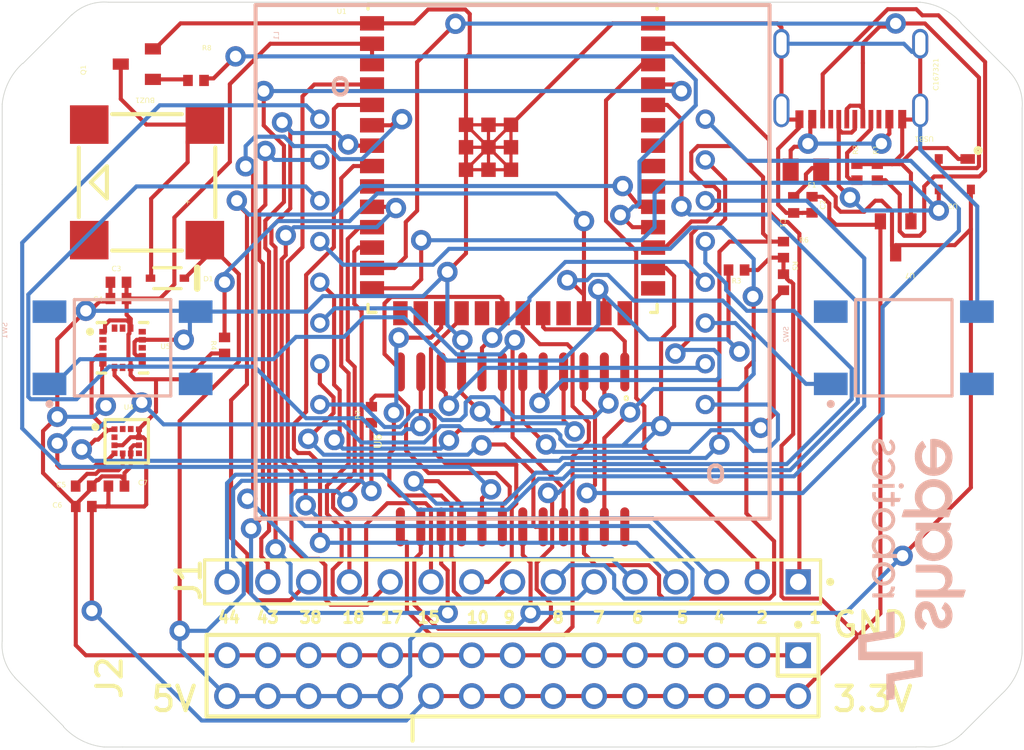
<source format=kicad_pcb>
(kicad_pcb (version 20241229) (generator "pcbnew") (generator_version "9.0")
  (layers (0 "F.Cu" signal "Top Layer") (2 "B.Cu" signal "Bottom Layer") (13 "F.Paste" user "Top Paste") (15 "B.Paste" user "Bottom Paste") (5 "F.SilkS" user "Top Overlay") (7 "B.SilkS" user "Bottom Overlay") (1 "F.Mask" user "Top Solder") (3 "B.Mask" user "Bottom Solder") (25 "Edge.Cuts" user))
  (property "SHEETTOTAL" "1")
  (net 0 "")
  (net 1 "NetBUZ1_2")
  (net 2 "NetJ1_15")
  (net 3 "NetJ1_14")
  (net 4 "NetJ1_13")
  (net 5 "NetJ1_12")
  (net 6 "NetJ1_11")
  (net 7 "NetJ1_10")
  (net 8 "NetJ1_9")
  (net 9 "NetJ1_8")
  (net 10 "NetJ1_7")
  (net 11 "NetJ1_6")
  (net 12 "NetJ1_5")
  (net 13 "NetJ1_4")
  (net 14 "NetJ1_3")
  (net 15 "NetJ1_2")
  (net 16 "NetJ1_1")
  (net 17 "NetR8_2")
  (net 18 "NetR7_2")
  (net 19 "NetQ1_1")
  (net 20 "NetL1_16")
  (net 21 "NetL1_15")
  (net 22 "NetL1_14")
  (net 23 "NetL1_13")
  (net 24 "NetL1_12")
  (net 25 "NetL1_11")
  (net 26 "NetL1_10")
  (net 27 "NetL1_9")
  (net 28 "NetL1_8")
  (net 29 "NetL1_7")
  (net 30 "NetL1_6")
  (net 31 "NetL1_5")
  (net 32 "NetL1_4")
  (net 33 "NetL1_3")
  (net 34 "NetL1_2")
  (net 35 "NetL1_1")
  (net 36 "NetU1_21")
  (net 37 "NetU1_22")
  (net 38 "NetU1_20")
  (net 39 "NetU1_19")
  (net 40 "NetU1_9")
  (net 41 "NetR6_2")
  (net 42 "NetR5_2")
  (net 43 "NetR4_1")
  (net 44 "NetR3_1")
  (net 45 "NetR2_2")
  (net 46 "NetR1_2")
  (net 47 "NetC5_1")
  (net 48 "GND")
  (net 49 "fuse")
  (net 50 "D_P")
  (net 51 "D_N")
  (net 52 "+5")
  (net 53 "+3.3")
  (footprint "FableFootPrintLibrary:0402R" (layer "F.Cu") (at 171.234099 92.396115 -90)
    (property "Reference" "R1")
    (property "Value" "5.1k" (hide yes))
  )
  (footprint "FableFootPrintLibrary:0402R" (layer "F.Cu") (at 130.594099 103.191115 -90)
    (property "Reference" "R4")
    (property "Value" "10K" (hide yes))
  )
  (footprint "FableFootPrintLibrary:SOT143B" (layer "F.Cu") (at 176.060099 92.523115 180)
    (property "Reference" "U2")
    (property "Value" "Unidirectional 5.5V 6V SOT-143 Diodes - ESD RoHS" (hide yes))
  )
  (footprint "FableFootPrintLibrary:ESP32 S3 WROOM 1" (layer "F.Cu") (at 148.526099 101.135115)
    (property "Reference" "U1")
    (property "Value" "ESP32 S3" (hide yes))
  )
  (footprint "FableFootPrintLibrary:0402C" (layer "F.Cu") (at 121.823069 111.954115)
    (property "Reference" "C5")
    (property "Value" "100nF" (hide yes))
  )
  (footprint "FableFootPrintLibrary:0402C" (layer "F.Cu") (at 123.863099 111.954115)
    (property "Reference" "C7")
    (property "Value" "22pF" (hide yes))
  )
  (footprint "FableFootPrintLibrary:0402R" (layer "F.Cu") (at 169.964099 92.396115 -90)
    (property "Reference" "R2")
    (property "Value" "5.1k" (hide yes))
  )
  (footprint "FableFootPrintLibrary:0402C" (layer "F.Cu") (at 166.027099 94.436145 90)
    (property "Reference" "C1")
    (property "Value" "1uF" (hide yes))
  )
  (footprint "Hub 2.0:0805" (layer "F.Cu") (at 166.789099 92.269115 180)
    (property "Reference" "F1")
    (property "Value" "JSMD0805-110" (hide yes))
  )
  (footprint "FableFootPrintLibrary:0402C" (layer "F.Cu") (at 123.990099 99.254115)
    (property "Reference" "C3")
    (property "Value" "10pF" (hide yes))
  )
  (footprint "Vault:FP-LGA-12-DM00170568-MFG" (layer "F.Cu") (at 124.502109 109.160625)
    (property "Reference" "U4")
    (property "Value" "LIS2MDLTR" (hide yes))
  )
  (footprint "Hub 2.0:0402R" (layer "F.Cu") (at 128.816099 86.681115)
    (property "Reference" "R8")
    (property "Value" "470" (hide yes))
  )
  (footprint "FableFootPrintLibrary:0402R" (layer "F.Cu") (at 165.392099 99.254115 -90)
    (property "Reference" "R5")
    (property "Value" "10K" (hide yes))
  )
  (footprint "FableFootPrintLibrary:C167321" (layer "F.Cu") (at 169.585119 89.095135 180)
    (property "Reference" "USB1")
    (property "Value" "C167321" (hide yes))
  )
  (footprint "BUZ-SMD_4P-L8.5-W8.5-P8.50-BR:BUZ-SMD_4P-L8.5-W8.5-P8.50-BR" (layer "F.Cu") (at 125.768099 93.031115 90)
    (property "Reference" "BUZ1")
    (property "Value" "2.7kHz" (hide yes))
  )
  (footprint "FableFootPrintLibrary:0402R" (layer "F.Cu") (at 162.471099 98.492115)
    (property "Reference" "R3")
    (property "Value" "10K" (hide yes))
  )
  (footprint "FableFootPrintLibrary:0402C" (layer "F.Cu") (at 123.990099 100.270115 180)
    (property "Reference" "C4")
    (property "Value" "100nF" (hide yes))
  )
  (footprint "FableFootPrintLibrary:0402C" (layer "F.Cu") (at 167.170099 94.428115 90)
    (property "Reference" "C2")
    (property "Value" "1uF" (hide yes))
  )
  (footprint "FableFootPrintLibrary:0402C" (layer "F.Cu") (at 121.831099 113.224115)
    (property "Reference" "C6")
    (property "Value" "100nF" (hide yes))
  )
  (footprint "Vault:FP-22-28-4157-MFG" (layer "F.Cu") (at 148.526099 117.923115 180)
    (property "Reference" "J1")
    (property "Value" "22-28-4157" (hide yes))
  )
  (footprint "FableFootPrintLibrary:SOT-23" (layer "F.Cu") (at 125.133099 85.665115 90)
    (property "Reference" "Q1")
    (property "Value" "NCE2302" (hide yes))
  )
  (footprint "Vault:DIOD-SOD323-2-A_V" (layer "F.Cu") (at 127.038099 99.000115)
    (property "Reference" "D1")
    (property "Value" "1N4148WS-7-F" (hide yes))
  )
  (footprint "SOP-24_L15.4-W7.5-P1.27-LS10.4-BL:SOP-24_L15.4-W7.5-P1.27-LS10.4-BL" (layer "F.Cu") (at 148.526099 109.668115 180)
    (property "Reference" "U6")
    (property "Value" "MAX7219M/TR" (hide yes))
  )
  (footprint "Hub 2.0:0402R" (layer "F.Cu") (at 139.738099 107.509115 90)
    (property "Reference" "R7")
    (property "Value" "10K" (hide yes))
  )
  (footprint "Vault:FP-LGA-16-7983231-MFG" (layer "F.Cu") (at 124.244099 103.337115)
    (property "Reference" "U5")
    (property "Value" "LIS3DHTR" (hide yes))
  )
  (footprint "HDR-TH_30P-P2.54-V-M-R2-C15-S2.54-BL:HDR-TH_30P-P2.54-V-M-R2-C15-S2.54-BL" (layer "F.Cu") (at 148.526099 123.765115 180)
    (property "Reference" "J2")
    (property "Value" "X6521WV-2x15H-C60D30" (hide yes))
  )
  (footprint "FableFootPrintLibrary:0402R" (layer "F.Cu") (at 165.392099 97.222115 90)
    (property "Reference" "R6")
    (property "Value" "10K" (hide yes))
  )
  (footprint "FableFootPrintLibrary:SOT-23" (layer "F.Cu") (at 172.377099 96.460115 180)
    (property "Reference" "U7")
    (property "Value" "C193852" (hide yes))
  )
  (footprint "LED-SEG-TH_SZ421288N-64:LED-SEG-TH_SZ421288N-64" (layer "B.Cu") (at 148.526099 97.984115 -90)
    (property "Reference" "L1")
    (property "Value" "SZ421288N/64" (hide yes))
  )
  (footprint "Vault:TECO-FSM4JSMATR_V" (layer "B.Cu") (at 172.885099 103.337115 -90)
    (property "Reference" "SW2")
    (property "Value" "FSM4JSMATR" (hide yes))
  )
  (footprint "Vault:TECO-FSM4JSMATR_V" (layer "B.Cu") (at 124.244099 103.337115 -90)
    (property "Reference" "SW1")
    (property "Value" "FSM4JSMATR" (hide yes))
  )
  (gr_poly (pts (xy 172.802639 111.808985) (xy 172.827839 111.808985) (xy 172.827839 111.821585) (xy 172.840439 111.821585) (xy 172.840439 111.834185) (xy 172.853049 111.834185) (xy 172.853049 111.846785) (xy 172.865649 111.846785) (xy 172.865649 111.871995) (xy 172.878249 111.871995) (xy 172.878249 111.909795) (xy 172.890849 111.909795) (xy 172.890849 111.972815) (xy 172.878249 111.972815) (xy 172.878249 112.010615) (xy 172.865649 112.010615) (xy 172.865649 112.035825) (xy 172.853049 112.035825) (xy 172.853049 112.048425) (xy 172.840439 112.048425) (xy 172.840439 112.061025) (xy 172.827839 112.061025) (xy 172.827839 112.073625) (xy 172.815239 112.073625) (xy 172.815239 112.086235) (xy 172.790039 112.086235) (xy 172.790039 112.098835) (xy 172.752229 112.098835) (xy 172.752229 112.111435) (xy 172.689219 112.111435) (xy 172.689219 112.098835) (xy 172.651409 112.098835) (xy 172.651409 112.086235) (xy 172.626209 112.086235) (xy 172.626209 112.073625) (xy 172.613609 112.073625) (xy 172.613609 112.061025) (xy 172.600999 112.061025) (xy 172.600999 112.048425) (xy 172.588399 112.048425) (xy 172.588399 112.035825) (xy 172.575799 112.035825) (xy 172.575799 111.998015) (xy 172.563199 111.998015) (xy 172.563199 111.884595) (xy 172.575799 111.884595) (xy 172.575799 111.859395) (xy 172.588399 111.859395) (xy 172.588399 111.834185) (xy 172.600999 111.834185) (xy 172.600999 111.821585) (xy 172.613609 111.821585) (xy 172.613609 111.808985) (xy 172.638809 111.808985) (xy 172.638809 111.796385) (xy 172.664009 111.796385) (xy 172.664009 111.783775) (xy 172.777429 111.783775) (xy 172.777429 111.796385) (xy 172.802639 111.796385)) (fill yes) (layer "B.SilkS"))
  (gr_poly (pts (xy 175.890169 117.933645) (xy 175.890169 117.984055) (xy 175.877569 117.984055) (xy 175.877569 118.021865) (xy 175.864969 118.021865) (xy 175.864969 118.059665) (xy 175.852369 118.059665) (xy 175.852369 118.084875) (xy 175.839769 118.084875) (xy 175.839769 118.122675) (xy 175.827159 118.122675) (xy 175.827159 118.147885) (xy 175.814559 118.147885) (xy 175.814559 118.160485) (xy 175.801959 118.160485) (xy 175.801959 118.185685) (xy 175.789359 118.185685) (xy 175.789359 118.210895) (xy 175.776759 118.210895) (xy 175.776759 118.223495) (xy 175.764149 118.223495) (xy 175.764149 118.236105) (xy 175.751549 118.236105) (xy 175.751549 118.261305) (xy 175.738949 118.261305) (xy 175.738949 118.273905) (xy 175.726349 118.273905) (xy 175.726349 118.286505) (xy 175.713749 118.286505) (xy 175.713749 118.299115) (xy 175.701139 118.299115) (xy 175.701139 118.311715) (xy 175.688539 118.311715) (xy 175.688539 118.324315) (xy 175.675939 118.324315) (xy 175.675939 118.336915) (xy 175.663329 118.336915) (xy 175.663329 118.349515) (xy 175.650729 118.349515) (xy 175.650729 118.362125) (xy 175.625529 118.362125) (xy 175.625529 118.374725) (xy 175.612929 118.374725) (xy 175.612929 118.387325) (xy 175.600319 118.387325) (xy 175.600319 118.399925) (xy 176.696719 118.399925) (xy 176.696719 118.412525) (xy 176.721919 118.412525) (xy 176.721919 118.425135) (xy 176.734519 118.425135) (xy 176.734519 118.475545) (xy 176.721919 118.475545) (xy 176.721919 118.513345) (xy 176.709319 118.513345) (xy 176.709319 118.551155) (xy 176.696719 118.551155) (xy 176.696719 118.588965) (xy 176.684109 118.588965) (xy 176.684109 118.626765) (xy 176.671509 118.626765) (xy 176.671509 118.664575) (xy 176.658909 118.664575) (xy 176.658909 118.714985) (xy 176.646309 118.714985) (xy 176.646309 118.752795) (xy 176.633699 118.752795) (xy 176.633699 118.790595) (xy 176.621099 118.790595) (xy 176.621099 118.828405) (xy 176.608499 118.828405) (xy 176.608499 118.866205) (xy 176.595899 118.866205) (xy 176.595899 118.878815) (xy 176.583299 118.878815) (xy 176.583299 118.891415) (xy 173.646989 118.891415) (xy 173.646989 118.878815) (xy 173.634379 118.878815) (xy 173.634379 118.866205) (xy 173.621779 118.866205) (xy 173.621779 118.425135) (xy 173.634379 118.425135) (xy 173.634379 118.412525) (xy 173.659589 118.412525) (xy 173.659589 118.399925) (xy 174.982819 118.399925) (xy 174.982819 118.387325) (xy 175.045829 118.387325) (xy 175.045829 118.374725) (xy 175.096239 118.374725) (xy 175.096239 118.362125) (xy 175.134039 118.362125) (xy 175.134039 118.349515) (xy 175.159249 118.349515) (xy 175.159249 118.336915) (xy 175.184449 118.336915) (xy 175.184449 118.324315) (xy 175.209659 118.324315) (xy 175.209659 118.311715) (xy 175.234859 118.311715) (xy 175.234859 118.299115) (xy 175.247459 118.299115) (xy 175.247459 118.286505) (xy 175.272669 118.286505) (xy 175.272669 118.273905) (xy 175.285269 118.273905) (xy 175.285269 118.261305) (xy 175.297869 118.261305) (xy 175.297869 118.248705) (xy 175.310479 118.248705) (xy 175.310479 118.236105) (xy 175.323079 118.236105) (xy 175.323079 118.223495) (xy 175.335679 118.223495) (xy 175.335679 118.210895) (xy 175.348279 118.210895) (xy 175.348279 118.185685) (xy 175.360879 118.185685) (xy 175.360879 118.173085) (xy 175.373489 118.173085) (xy 175.373489 118.147885) (xy 175.386089 118.147885) (xy 175.386089 118.122675) (xy 175.398689 118.122675) (xy 175.398689 118.097475) (xy 175.411289 118.097475) (xy 175.411289 118.072275) (xy 175.423889 118.072275) (xy 175.423889 118.034465) (xy 175.436499 118.034465) (xy 175.436499 117.996655) (xy 175.449099 117.996655) (xy 175.449099 117.908445) (xy 175.461699 117.908445) (xy 175.461699 117.795025) (xy 175.449099 117.795025) (xy 175.449099 117.706805) (xy 175.436499 117.706805) (xy 175.436499 117.656395) (xy 175.423889 117.656395) (xy 175.423889 117.618595) (xy 175.411289 117.618595) (xy 175.411289 117.593385) (xy 175.398689 117.593385) (xy 175.398689 117.568185) (xy 175.386089 117.568185) (xy 175.386089 117.542975) (xy 175.373489 117.542975) (xy 175.373489 117.530375) (xy 175.360879 117.530375) (xy 175.360879 117.517775) (xy 175.348279 117.517775) (xy 175.348279 117.492575) (xy 175.335679 117.492575) (xy 175.335679 117.479965) (xy 175.323079 117.479965) (xy 175.323079 117.467365) (xy 175.310479 117.467365) (xy 175.310479 117.454765) (xy 175.285269 117.454765) (xy 175.285269 117.442165) (xy 175.272669 117.442165) (xy 175.272669 117.429555) (xy 175.260069 117.429555) (xy 175.260069 117.416955) (xy 175.234859 117.416955) (xy 175.234859 117.404355) (xy 175.209659 117.404355) (xy 175.209659 117.391755) (xy 175.184449 117.391755) (xy 175.184449 117.379155) (xy 175.146649 117.379155) (xy 175.146649 117.366545) (xy 175.083639 117.366545) (xy 175.083639 117.353945) (xy 174.970219 117.353945) (xy 174.970219 117.341345) (xy 173.646989 117.341345) (xy 173.646989 117.328745) (xy 173.634379 117.328745) (xy 173.634379 117.316145) (xy 173.621779 117.316145) (xy 173.621779 116.887665) (xy 173.634379 116.887665) (xy 173.634379 116.862465) (xy 173.672189 116.862465) (xy 173.672189 116.849855) (xy 174.995419 116.849855) (xy 174.995419 116.862465) (xy 175.171849 116.862465) (xy 175.171849 116.875065) (xy 175.247459 116.875065) (xy 175.247459 116.887665) (xy 175.310479 116.887665) (xy 175.310479 116.900265) (xy 175.348279 116.900265) (xy 175.348279 116.912875) (xy 175.386089 116.912875) (xy 175.386089 116.925475) (xy 175.411289 116.925475) (xy 175.411289 116.938075) (xy 175.449099 116.938075) (xy 175.449099 116.950675) (xy 175.474299 116.950675) (xy 175.474299 116.963275) (xy 175.499509 116.963275) (xy 175.499509 116.975885) (xy 175.524709 116.975885) (xy 175.524709 116.988485) (xy 175.537319 116.988485) (xy 175.537319 117.001085) (xy 175.562519 117.001085) (xy 175.562519 117.013685) (xy 175.575119 117.013685) (xy 175.575119 117.026285) (xy 175.600319 117.026285) (xy 175.600319 117.038895) (xy 175.612929 117.038895) (xy 175.612929 117.051495) (xy 175.625529 117.051495) (xy 175.625529 117.064095) (xy 175.638129 117.064095) (xy 175.638129 117.076695) (xy 175.663329 117.076695) (xy 175.663329 117.089305) (xy 175.675939 117.089305) (xy 175.675939 117.101905) (xy 175.688539 117.101905) (xy 175.688539 117.127105) (xy 175.701139 117.127105) (xy 175.701139 117.139705) (xy 175.713749 117.139705) (xy 175.713749 117.152315) (xy 175.726349 117.152315) (xy 175.726349 117.164915) (xy 175.738949 117.164915) (xy 175.738949 117.177515) (xy 175.751549 117.177515) (xy 175.751549 117.202715) (xy 175.764149 117.202715) (xy 175.764149 117.215325) (xy 175.776759 117.215325) (xy 175.776759 117.227925) (xy 175.789359 117.227925) (xy 175.789359 117.253125) (xy 175.801959 117.253125) (xy 175.801959 117.278335) (xy 175.814559 117.278335) (xy 175.814559 117.290935) (xy 175.827159 117.290935) (xy 175.827159 117.328745) (xy 175.839769 117.328745) (xy 175.839769 117.353945) (xy 175.852369 117.353945) (xy 175.852369 117.379155) (xy 175.864969 117.379155) (xy 175.864969 117.416955) (xy 175.877569 117.416955) (xy 175.877569 117.454765) (xy 175.890169 117.454765) (xy 175.890169 117.517775) (xy 175.902779 117.517775) (xy 175.902779 117.593385) (xy 175.915379 117.593385) (xy 175.915379 117.845435) (xy 175.902779 117.845435) (xy 175.902779 117.933645)) (fill yes) (layer "B.SilkS"))
  (gr_poly (pts (xy 171.643239 111.821585) (xy 172.311149 111.821585) (xy 172.311149 112.061025) (xy 170.937509 112.061025) (xy 170.937509 112.048425) (xy 170.924909 112.048425) (xy 170.924909 111.834185) (xy 170.937509 111.834185) (xy 170.937509 111.821585) (xy 171.630639 111.821585)) (fill yes) (layer "B.SilkS"))
  (gr_poly (pts (xy 174.856799 109.023895) (xy 174.957609 109.023895) (xy 174.957609 109.036505) (xy 175.020619 109.036505) (xy 175.020619 109.049105) (xy 175.071029 109.049105) (xy 175.071029 109.061705) (xy 175.121439 109.061705) (xy 175.121439 109.074305) (xy 175.159249 109.074305) (xy 175.159249 109.086905) (xy 175.197059 109.086905) (xy 175.197059 109.099515) (xy 175.222259 109.099515) (xy 175.222259 109.112115) (xy 175.247459 109.112115) (xy 175.247459 109.124715) (xy 175.285269 109.124715) (xy 175.285269 109.137315) (xy 175.310479 109.137315) (xy 175.310479 109.149925) (xy 175.323079 109.149925) (xy 175.323079 109.162525) (xy 175.348279 109.162525) (xy 175.348279 109.175125) (xy 175.373489 109.175125) (xy 175.373489 109.187725) (xy 175.398689 109.187725) (xy 175.398689 109.200335) (xy 175.411289 109.200335) (xy 175.411289 109.212935) (xy 175.436499 109.212935) (xy 175.436499 109.225535) (xy 175.449099 109.225535) (xy 175.449099 109.238135) (xy 175.474299 109.238135) (xy 175.474299 109.250735) (xy 175.486909 109.250735) (xy 175.486909 109.263345) (xy 175.499509 109.263345) (xy 175.499509 109.275945) (xy 175.512109 109.275945) (xy 175.512109 109.288545) (xy 175.537319 109.288545) (xy 175.537319 109.301145) (xy 175.549919 109.301145) (xy 175.549919 109.313745) (xy 175.562519 109.313745) (xy 175.562519 109.326345) (xy 175.575119 109.326345) (xy 175.575119 109.338955) (xy 175.587719 109.338955) (xy 175.587719 109.351555) (xy 175.600319 109.351555) (xy 175.600319 109.364155) (xy 175.612929 109.364155) (xy 175.612929 109.376765) (xy 175.625529 109.376765) (xy 175.625529 109.389365) (xy 175.638129 109.389365) (xy 175.638129 109.401965) (xy 175.650729 109.401965) (xy 175.650729 109.414565) (xy 175.663329 109.414565) (xy 175.663329 109.427165) (xy 175.675939 109.427165) (xy 175.675939 109.452375) (xy 175.688539 109.452375) (xy 175.688539 109.464975) (xy 175.701139 109.464975) (xy 175.701139 109.477575) (xy 175.713749 109.477575) (xy 175.713749 109.490175) (xy 175.726349 109.490175) (xy 175.726349 109.515385) (xy 175.738949 109.515385) (xy 175.738949 109.527985) (xy 175.751549 109.527985) (xy 175.751549 109.553185) (xy 175.764149 109.553185) (xy 175.764149 109.565795) (xy 175.776759 109.565795) (xy 175.776759 109.590995) (xy 175.789359 109.590995) (xy 175.789359 109.616205) (xy 175.801959 109.616205) (xy 175.801959 109.641405) (xy 175.814559 109.641405) (xy 175.814559 109.666615) (xy 175.827159 109.666615) (xy 175.827159 109.691815) (xy 175.839769 109.691815) (xy 175.839769 109.729625) (xy 175.852369 109.729625) (xy 175.852369 109.767425) (xy 175.864969 109.767425) (xy 175.864969 109.805235) (xy 175.877569 109.805235) (xy 175.877569 109.855645) (xy 175.890169 109.855645) (xy 175.890169 109.906055) (xy 175.902779 109.906055) (xy 175.902779 110.006865) (xy 175.915379 110.006865) (xy 175.915379 110.271515) (xy 175.902779 110.271515) (xy 175.902779 110.372335) (xy 175.890169 110.372335) (xy 175.890169 110.435345) (xy 175.877569 110.435345) (xy 175.877569 110.485755) (xy 175.864969 110.485755) (xy 175.864969 110.523555) (xy 175.852369 110.523555) (xy 175.852369 110.561365) (xy 175.839769 110.561365) (xy 175.839769 110.599175) (xy 175.827159 110.599175) (xy 175.827159 110.624375) (xy 175.814559 110.624375) (xy 175.814559 110.662185) (xy 175.801959 110.662185) (xy 175.801959 110.687385) (xy 175.789359 110.687385) (xy 175.789359 110.712595) (xy 175.776759 110.712595) (xy 175.776759 110.737795) (xy 175.764149 110.737795) (xy 175.764149 110.750395) (xy 175.751549 110.750395) (xy 175.751549 110.775605) (xy 175.738949 110.775605) (xy 175.738949 110.800805) (xy 175.726349 110.800805) (xy 175.726349 110.813415) (xy 175.713749 110.813415) (xy 175.713749 110.838615) (xy 175.701139 110.838615) (xy 175.701139 110.851215) (xy 175.688539 110.851215) (xy 175.688539 110.863815) (xy 175.675939 110.863815) (xy 175.675939 110.889025) (xy 175.663329 110.889025) (xy 175.663329 110.901625) (xy 175.650729 110.901625) (xy 175.650729 110.914225) (xy 175.638129 110.914225) (xy 175.638129 110.926825) (xy 175.625529 110.926825) (xy 175.625529 110.939435) (xy 175.612929 110.939435) (xy 175.612929 110.952035) (xy 175.600319 110.952035) (xy 175.600319 110.964635) (xy 175.587719 110.964635) (xy 175.587719 110.977235) (xy 175.575119 110.977235) (xy 175.575119 110.989845) (xy 175.562519 110.989845) (xy 175.562519 111.002445) (xy 175.549919 111.002445) (xy 175.549919 111.015045) (xy 175.537319 111.015045) (xy 175.537319 111.027645) (xy 175.524709 111.027645) (xy 175.524709 111.040245) (xy 175.512109 111.040245) (xy 175.512109 111.052855) (xy 175.499509 111.052855) (xy 175.499509 111.065455) (xy 175.474299 111.065455) (xy 175.474299 111.078055) (xy 175.461699 111.078055) (xy 175.461699 111.090655) (xy 175.449099 111.090655) (xy 175.449099 111.103265) (xy 175.423889 111.103265) (xy 175.423889 111.115865) (xy 175.411289 111.115865) (xy 175.411289 111.128465) (xy 175.386089 111.128465) (xy 175.386089 111.141065) (xy 175.373489 111.141065) (xy 175.373489 111.153665) (xy 175.348279 111.153665) (xy 175.348279 111.166265) (xy 175.323079 111.166265) (xy 175.323079 111.178875) (xy 175.310479 111.178875) (xy 175.310479 111.191475) (xy 175.285269 111.191475) (xy 175.285269 111.204075) (xy 175.247459 111.204075) (xy 175.247459 111.216685) (xy 175.222259 111.216685) (xy 175.222259 111.229285) (xy 175.197059 111.229285) (xy 175.197059 111.241885) (xy 175.159249 111.241885) (xy 175.159249 111.254485) (xy 175.121439 111.254485) (xy 175.121439 111.267085) (xy 175.071029 111.267085) (xy 175.071029 111.279695) (xy 175.020619 111.279695) (xy 175.020619 111.292295) (xy 174.957609 111.292295) (xy 174.957609 111.304895) (xy 174.844189 111.304895) (xy 174.844189 111.317495) (xy 174.642559 111.317495) (xy 174.642559 111.304895) (xy 174.529139 111.304895) (xy 174.529139 111.292295) (xy 174.453529 111.292295) (xy 174.453529 111.279695) (xy 174.403119 111.279695) (xy 174.403119 111.267085) (xy 174.365309 111.267085) (xy 174.365309 111.254485) (xy 174.327499 111.254485) (xy 174.327499 111.241885) (xy 174.289699 111.241885) (xy 174.289699 111.229285) (xy 174.251889 111.229285) (xy 174.251889 111.216685) (xy 174.226689 111.216685) (xy 174.226689 111.204075) (xy 174.201479 111.204075) (xy 174.201479 111.191475) (xy 174.176279 111.191475) (xy 174.176279 111.178875) (xy 174.151069 111.178875) (xy 174.151069 111.166265) (xy 174.125869 111.166265) (xy 174.125869 111.153665) (xy 174.113269 111.153665) (xy 174.113269 111.141065) (xy 174.088059 111.141065) (xy 174.088059 111.128465) (xy 174.075459 111.128465) (xy 174.075459 111.115865) (xy 174.050249 111.115865) (xy 174.050249 111.103265) (xy 174.037649 111.103265) (xy 174.037649 111.090655) (xy 174.025049 111.090655) (xy 174.025049 111.078055) (xy 173.999849 111.078055) (xy 173.999849 111.065455) (xy 173.987239 111.065455) (xy 173.987239 111.052855) (xy 173.974639 111.052855) (xy 173.974639 111.040245) (xy 173.962039 111.040245) (xy 173.962039 111.027645) (xy 173.949439 111.027645) (xy 173.949439 111.015045) (xy 173.924229 111.015045) (xy 173.924229 111.002445) (xy 173.911629 111.002445) (xy 173.911629 110.989845) (xy 173.899029 110.989845) (xy 173.899029 110.977235) (xy 173.886429 110.977235) (xy 173.886429 110.964635) (xy 173.873819 110.964635) (xy 173.873819 110.952035) (xy 173.861219 110.952035) (xy 173.861219 110.926825) (xy 173.848619 110.926825) (xy 173.848619 110.914225) (xy 173.836019 110.914225) (xy 173.836019 110.901625) (xy 173.823419 110.901625) (xy 173.823419 110.889025) (xy 173.810809 110.889025) (xy 173.810809 110.876425) (xy 173.798209 110.876425) (xy 173.798209 110.851215) (xy 173.785609 110.851215) (xy 173.785609 110.838615) (xy 173.773009 110.838615) (xy 173.773009 110.813415) (xy 173.760399 110.813415) (xy 173.760399 110.800805) (xy 173.747799 110.800805) (xy 173.747799 110.775605) (xy 173.735199 110.775605) (xy 173.735199 110.763005) (xy 173.722599 110.763005) (xy 173.722599 110.737795) (xy 173.709999 110.737795) (xy 173.709999 110.712595) (xy 173.697399 110.712595) (xy 173.697399 110.687385) (xy 173.684789 110.687385) (xy 173.684789 110.662185) (xy 173.672189 110.662185) (xy 173.672189 110.636975) (xy 173.659589 110.636975) (xy 173.659589 110.599175) (xy 173.646989 110.599175) (xy 173.646989 110.573965) (xy 173.634379 110.573965) (xy 173.634379 110.536165) (xy 173.621779 110.536165) (xy 173.621779 110.485755) (xy 173.609179 110.485755) (xy 173.609179 110.435345) (xy 173.596579 110.435345) (xy 173.596579 110.384935) (xy 173.583969 110.384935) (xy 173.583969 110.296715) (xy 173.571369 110.296715) (xy 173.571369 110.120295) (xy 173.558769 110.120295) (xy 173.558769 110.082485) (xy 173.571369 110.082485) (xy 173.571369 109.906055) (xy 173.583969 109.906055) (xy 173.583969 109.830445) (xy 173.596579 109.830445) (xy 173.596579 109.767425) (xy 173.609179 109.767425) (xy 173.609179 109.717015) (xy 173.621779 109.717015) (xy 173.621779 109.679215) (xy 173.634379 109.679215) (xy 173.634379 109.641405) (xy 173.646989 109.641405) (xy 173.646989 109.616205) (xy 173.659589 109.616205) (xy 173.659589 109.578395) (xy 173.672189 109.578395) (xy 173.672189 109.553185) (xy 173.684789 109.553185) (xy 173.684789 109.527985) (xy 173.697399 109.527985) (xy 173.697399 109.502785) (xy 173.709999 109.502785) (xy 173.709999 109.477575) (xy 173.722599 109.477575) (xy 173.722599 109.452375) (xy 173.735199 109.452375) (xy 173.735199 109.439775) (xy 173.747799 109.439775) (xy 173.747799 109.414565) (xy 173.760399 109.414565) (xy 173.760399 109.401965) (xy 173.773009 109.401965) (xy 173.773009 109.389365) (xy 173.785609 109.389365) (xy 173.785609 109.364155) (xy 173.798209 109.364155) (xy 173.798209 109.351555) (xy 173.810809 109.351555) (xy 173.810809 109.338955) (xy 173.823419 109.338955) (xy 173.823419 109.313745) (xy 173.836019 109.313745) (xy 173.836019 109.301145) (xy 173.848619 109.301145) (xy 173.848619 109.288545) (xy 173.861219 109.288545) (xy 173.861219 109.275945) (xy 173.873819 109.275945) (xy 173.873819 109.263345) (xy 173.886429 109.263345) (xy 173.886429 109.250735) (xy 173.899029 109.250735) (xy 173.899029 109.238135) (xy 173.911629 109.238135) (xy 173.911629 109.225535) (xy 173.924229 109.225535) (xy 173.924229 109.212935) (xy 173.949439 109.212935) (xy 173.949439 109.200335) (xy 173.962039 109.200335) (xy 173.962039 109.187725) (xy 173.974639 109.187725) (xy 173.974639 109.175125) (xy 173.987239 109.175125) (xy 173.987239 109.162525) (xy 173.999849 109.162525) (xy 173.999849 109.149925) (xy 174.025049 109.149925) (xy 174.025049 109.137315) (xy 174.062859 109.137315) (xy 174.062859 109.149925) (xy 174.075459 109.149925) (xy 174.075459 109.162525) (xy 174.088059 109.162525) (xy 174.088059 109.187725) (xy 174.100659 109.187725) (xy 174.100659 109.212935) (xy 174.113269 109.212935) (xy 174.113269 109.225535) (xy 174.125869 109.225535) (xy 174.125869 109.250735) (xy 174.138469 109.250735) (xy 174.138469 109.275945) (xy 174.151069 109.275945) (xy 174.151069 109.288545) (xy 174.163679 109.288545) (xy 174.163679 109.313745) (xy 174.176279 109.313745) (xy 174.176279 109.338955) (xy 174.188879 109.338955) (xy 174.188879 109.364155) (xy 174.201479 109.364155) (xy 174.201479 109.376765) (xy 174.214079 109.376765) (xy 174.214079 109.401965) (xy 174.226689 109.401965) (xy 174.226689 109.427165) (xy 174.239289 109.427165) (xy 174.239289 109.439775) (xy 174.251889 109.439775) (xy 174.251889 109.464975) (xy 174.264489 109.464975) (xy 174.264489 109.490175) (xy 174.277089 109.490175) (xy 174.277089 109.527985) (xy 174.264489 109.527985) (xy 174.264489 109.540585) (xy 174.251889 109.540585) (xy 174.251889 109.553185) (xy 174.239289 109.553185) (xy 174.239289 109.565795) (xy 174.226689 109.565795) (xy 174.226689 109.578395) (xy 174.214079 109.578395) (xy 174.214079 109.590995) (xy 174.201479 109.590995) (xy 174.201479 109.603605) (xy 174.188879 109.603605) (xy 174.188879 109.616205) (xy 174.176279 109.616205) (xy 174.176279 109.628805) (xy 174.163679 109.628805) (xy 174.163679 109.641405) (xy 174.151069 109.641405) (xy 174.151069 109.654005) (xy 174.138469 109.654005) (xy 174.138469 109.679215) (xy 174.125869 109.679215) (xy 174.125869 109.691815) (xy 174.113269 109.691815) (xy 174.113269 109.717015) (xy 174.100659 109.717015) (xy 174.100659 109.742225) (xy 174.088059 109.742225) (xy 174.088059 109.767425) (xy 174.075459 109.767425) (xy 174.075459 109.792635) (xy 174.062859 109.792635) (xy 174.062859 109.830445) (xy 174.050249 109.830445) (xy 174.050249 109.868245) (xy 174.037649 109.868245) (xy 174.037649 109.918655) (xy 174.025049 109.918655) (xy 174.025049 109.994265) (xy 174.012449 109.994265) (xy 174.012449 110.183305) (xy 174.025049 110.183305) (xy 174.025049 110.271515) (xy 174.037649 110.271515) (xy 174.037649 110.334525) (xy 174.050249 110.334525) (xy 174.050249 110.372335) (xy 174.062859 110.372335) (xy 174.062859 110.410135) (xy 174.075459 110.410135) (xy 174.075459 110.447945) (xy 174.088059 110.447945) (xy 174.088059 110.473155) (xy 174.100659 110.473155) (xy 174.100659 110.485755) (xy 174.113269 110.485755) (xy 174.113269 110.510955) (xy 174.125869 110.510955) (xy 174.125869 110.536165) (xy 174.138469 110.536165) (xy 174.138469 110.561365) (xy 174.151069 110.561365) (xy 174.151069 110.573965) (xy 174.163679 110.573965) (xy 174.163679 110.586575) (xy 174.176279 110.586575) (xy 174.176279 110.599175) (xy 174.188879 110.599175) (xy 174.188879 110.611775) (xy 174.201479 110.611775) (xy 174.201479 110.624375) (xy 174.214079 110.624375) (xy 174.214079 110.649585) (xy 174.239289 110.649585) (xy 174.239289 110.662185) (xy 174.251889 110.662185) (xy 174.251889 110.674785) (xy 174.264489 110.674785) (xy 174.264489 110.687385) (xy 174.277089 110.687385) (xy 174.277089 110.699985) (xy 174.302299 110.699985) (xy 174.302299 110.712595) (xy 174.314899 110.712595) (xy 174.314899 110.725195) (xy 174.340109 110.725195) (xy 174.340109 110.737795) (xy 174.365309 110.737795) (xy 174.365309 110.750395) (xy 174.390509 110.750395) (xy 174.390509 110.763005) (xy 174.415719 110.763005) (xy 174.415719 110.775605) (xy 174.453529 110.775605) (xy 174.453529 110.788205) (xy 174.503929 110.788205) (xy 174.503929 110.800805) (xy 174.529139 110.800805) (xy 174.932409 110.800805) (xy 174.982819 110.800805) (xy 174.982819 110.788205) (xy 175.033229 110.788205) (xy 175.033229 110.775605) (xy 175.071029 110.775605) (xy 175.071029 110.763005) (xy 175.096239 110.763005) (xy 175.096239 110.750395) (xy 175.121439 110.750395) (xy 175.121439 110.737795) (xy 175.146649 110.737795) (xy 175.146649 110.725195) (xy 175.171849 110.725195) (xy 175.171849 110.712595) (xy 175.184449 110.712595) (xy 175.184449 110.699985) (xy 175.209659 110.699985) (xy 175.209659 110.687385) (xy 175.222259 110.687385) (xy 175.222259 110.674785) (xy 175.234859 110.674785) (xy 175.234859 110.662185) (xy 175.260069 110.662185) (xy 175.260069 110.649585) (xy 175.272669 110.649585) (xy 175.272669 110.636975) (xy 175.285269 110.636975) (xy 175.285269 110.624375) (xy 175.297869 110.624375) (xy 175.297869 110.611775) (xy 175.310479 110.611775) (xy 175.310479 110.599175) (xy 175.323079 110.599175) (xy 175.323079 110.573965) (xy 175.335679 110.573965) (xy 175.335679 110.561365) (xy 175.348279 110.561365) (xy 175.348279 110.548765) (xy 175.360879 110.548765) (xy 175.360879 110.523555) (xy 175.373489 110.523555) (xy 175.373489 110.510955) (xy 175.386089 110.510955) (xy 175.386089 110.485755) (xy 175.398689 110.485755) (xy 175.398689 110.460545) (xy 175.411289 110.460545) (xy 175.411289 110.422745) (xy 175.423889 110.422745) (xy 175.423889 110.397535) (xy 175.436499 110.397535) (xy 175.436499 110.359735) (xy 175.449099 110.359735) (xy 175.449099 110.296715) (xy 175.461699 110.296715) (xy 175.461699 110.208505) (xy 175.474299 110.208505) (xy 175.474299 110.069875) (xy 175.461699 110.069875) (xy 175.461699 109.994265) (xy 175.449099 109.994265) (xy 175.449099 109.931255) (xy 175.436499 109.931255) (xy 175.436499 109.906055) (xy 175.423889 109.906055) (xy 175.423889 109.868245) (xy 175.411289 109.868245) (xy 175.411289 109.843045) (xy 175.398689 109.843045) (xy 175.398689 109.817835) (xy 175.386089 109.817835) (xy 175.386089 109.792635) (xy 175.373489 109.792635) (xy 175.373489 109.780025) (xy 175.360879 109.780025) (xy 175.360879 109.754825) (xy 175.348279 109.754825) (xy 175.348279 109.742225) (xy 175.335679 109.742225) (xy 175.335679 109.717015) (xy 175.323079 109.717015) (xy 175.323079 109.704415) (xy 175.310479 109.704415) (xy 175.310479 109.691815) (xy 175.297869 109.691815) (xy 175.297869 109.679215) (xy 175.285269 109.679215) (xy 175.285269 109.666615) (xy 175.272669 109.666615) (xy 175.272669 109.654005) (xy 175.260069 109.654005) (xy 175.260069 109.641405) (xy 175.234859 109.641405) (xy 175.234859 109.628805) (xy 175.222259 109.628805) (xy 175.222259 109.616205) (xy 175.197059 109.616205) (xy 175.197059 109.603605) (xy 175.184449 109.603605) (xy 175.184449 109.590995) (xy 175.159249 109.590995) (xy 175.159249 109.578395) (xy 175.134039 109.578395) (xy 175.134039 109.565795) (xy 175.108839 109.565795) (xy 175.108839 109.553185) (xy 175.071029 109.553185) (xy 175.071029 109.540585) (xy 175.033229 109.540585) (xy 175.033229 109.527985) (xy 174.982819 109.527985) (xy 174.982819 109.515385) (xy 174.932409 109.515385) (xy 174.932409 110.800805) (xy 174.529139 110.800805) (xy 174.529139 109.049105) (xy 174.541739 109.049105) (xy 174.541739 109.036505) (xy 174.554339 109.036505) (xy 174.554339 109.023895) (xy 174.655159 109.023895) (xy 174.655159 109.011295) (xy 174.856799 109.011295)) (fill yes) (layer "B.SilkS"))
  (gr_poly (pts (xy 172.210339 110.384935) (xy 172.210339 110.410135) (xy 172.222939 110.410135) (xy 172.222939 110.422745) (xy 172.235539 110.422745) (xy 172.235539 110.447945) (xy 172.248139 110.447945) (xy 172.248139 110.460545) (xy 172.260739 110.460545) (xy 172.260739 110.485755) (xy 172.273349 110.485755) (xy 172.273349 110.510955) (xy 172.285949 110.510955) (xy 172.285949 110.536165) (xy 172.298549 110.536165) (xy 172.298549 110.573965) (xy 172.311149 110.573965) (xy 172.311149 110.611775) (xy 172.323759 110.611775) (xy 172.323759 110.662185) (xy 172.336359 110.662185) (xy 172.336359 110.725195) (xy 172.348959 110.725195) (xy 172.348959 110.926825) (xy 172.336359 110.926825) (xy 172.336359 111.002445) (xy 172.323759 111.002445) (xy 172.323759 111.052855) (xy 172.311149 111.052855) (xy 172.311149 111.090655) (xy 172.298549 111.090655) (xy 172.298549 111.115865) (xy 172.285949 111.115865) (xy 172.285949 111.153665) (xy 172.273349 111.153665) (xy 172.273349 111.178875) (xy 172.260739 111.178875) (xy 172.260739 111.191475) (xy 172.248139 111.191475) (xy 172.248139 111.216685) (xy 172.235539 111.216685) (xy 172.235539 111.241885) (xy 172.222939 111.241885) (xy 172.222939 111.254485) (xy 172.210339 111.254485) (xy 172.210339 111.267085) (xy 172.197729 111.267085) (xy 172.197729 111.292295) (xy 172.185129 111.292295) (xy 172.185129 111.304895) (xy 172.172529 111.304895) (xy 172.172529 111.317495) (xy 172.159929 111.317495) (xy 172.159929 111.330095) (xy 172.147319 111.330095) (xy 172.147319 111.342705) (xy 172.134719 111.342705) (xy 172.134719 111.355305) (xy 172.122119 111.355305) (xy 172.122119 111.367905) (xy 172.109519 111.367905) (xy 172.109519 111.380505) (xy 172.096919 111.380505) (xy 172.096919 111.393105) (xy 172.071709 111.393105) (xy 172.071709 111.405715) (xy 172.059109 111.405715) (xy 172.059109 111.418315) (xy 172.046509 111.418315) (xy 172.046509 111.430915) (xy 172.021299 111.430915) (xy 172.021299 111.443515) (xy 172.008699 111.443515) (xy 172.008699 111.456125) (xy 171.983499 111.456125) (xy 171.983499 111.468725) (xy 171.958289 111.468725) (xy 171.958289 111.481325) (xy 171.933089 111.481325) (xy 171.933089 111.493925) (xy 171.907879 111.493925) (xy 171.907879 111.506535) (xy 171.870079 111.506535) (xy 171.870079 111.519135) (xy 171.832269 111.519135) (xy 171.832269 111.531735) (xy 171.781859 111.531735) (xy 171.781859 111.544335) (xy 171.693649 111.544335) (xy 171.693649 111.556935) (xy 171.542419 111.556935) (xy 171.542419 111.544335) (xy 171.454199 111.544335) (xy 171.454199 111.531735) (xy 171.403799 111.531735) (xy 171.403799 111.519135) (xy 171.365989 111.519135) (xy 171.365989 111.506535) (xy 171.328179 111.506535) (xy 171.328179 111.493925) (xy 171.302979 111.493925) (xy 171.302979 111.481325) (xy 171.277769 111.481325) (xy 171.277769 111.468725) (xy 171.252569 111.468725) (xy 171.252569 111.456125) (xy 171.239969 111.456125) (xy 171.239969 111.443515) (xy 171.214759 111.443515) (xy 171.214759 111.430915) (xy 171.189559 111.430915) (xy 171.189559 111.418315) (xy 171.176959 111.418315) (xy 171.176959 111.405715) (xy 171.164349 111.405715) (xy 171.164349 111.393105) (xy 171.151749 111.393105) (xy 171.151749 111.380505) (xy 171.126549 111.380505) (xy 171.126549 111.367905) (xy 171.113949 111.367905) (xy 171.113949 111.355305) (xy 171.101339 111.355305) (xy 171.101339 111.342705) (xy 171.088739 111.342705) (xy 171.088739 111.330095) (xy 171.076139 111.330095) (xy 171.076139 111.317495) (xy 171.063539 111.317495) (xy 171.063539 111.292295) (xy 171.050929 111.292295) (xy 171.050929 111.279695) (xy 171.038329 111.279695) (xy 171.038329 111.267085) (xy 171.025729 111.267085) (xy 171.025729 111.254485) (xy 171.013129 111.254485) (xy 171.013129 111.229285) (xy 171.000519 111.229285) (xy 171.000519 111.216685) (xy 170.987919 111.216685) (xy 170.987919 111.191475) (xy 170.975319 111.191475) (xy 170.975319 111.166265) (xy 170.962719 111.166265) (xy 170.962719 111.141065) (xy 170.950119 111.141065) (xy 170.950119 111.115865) (xy 170.937509 111.115865) (xy 170.937509 111.078055) (xy 170.924909 111.078055) (xy 170.924909 111.040245) (xy 170.912309 111.040245) (xy 170.912309 110.989845) (xy 170.899709 110.989845) (xy 170.899709 110.901625) (xy 170.887109 110.901625) (xy 170.887109 110.763005) (xy 170.899709 110.763005) (xy 170.899709 110.674785) (xy 170.912309 110.674785) (xy 170.912309 110.611775) (xy 170.924909 110.611775) (xy 170.924909 110.586575) (xy 170.937509 110.586575) (xy 170.937509 110.548765) (xy 170.950119 110.548765) (xy 170.950119 110.523555) (xy 170.962719 110.523555) (xy 170.962719 110.498355) (xy 170.975319 110.498355) (xy 170.975319 110.473155) (xy 170.987919 110.473155) (xy 170.987919 110.447945) (xy 171.000519 110.447945) (xy 171.000519 110.422745) (xy 171.013129 110.422745) (xy 171.013129 110.410135) (xy 171.025729 110.410135) (xy 171.025729 110.384935) (xy 171.038329 110.384935) (xy 171.038329 110.372335) (xy 171.050929 110.372335) (xy 171.050929 110.359735) (xy 171.063539 110.359735) (xy 171.063539 110.347135) (xy 171.076139 110.347135) (xy 171.076139 110.334525) (xy 171.088739 110.334525) (xy 171.088739 110.321925) (xy 171.101339 110.321925) (xy 171.101339 110.309325) (xy 171.113949 110.309325) (xy 171.113949 110.296715) (xy 171.126549 110.296715) (xy 171.126549 110.284115) (xy 171.139149 110.284115) (xy 171.139149 110.271515) (xy 171.151749 110.271515) (xy 171.151749 110.258915) (xy 171.164349 110.258915) (xy 171.164349 110.246315) (xy 171.189559 110.246315) (xy 171.189559 110.233705) (xy 171.202159 110.233705) (xy 171.202159 110.221105) (xy 171.227359 110.221105) (xy 171.227359 110.208505) (xy 171.265169 110.208505) (xy 171.265169 110.233705) (xy 171.277769 110.233705) (xy 171.277769 110.246315) (xy 171.290369 110.246315) (xy 171.290369 110.271515) (xy 171.302979 110.271515) (xy 171.302979 110.296715) (xy 171.315579 110.296715) (xy 171.315579 110.309325) (xy 171.328179 110.309325) (xy 171.328179 110.334525) (xy 171.340789 110.334525) (xy 171.340789 110.359735) (xy 171.353389 110.359735) (xy 171.353389 110.384935) (xy 171.365989 110.384935) (xy 171.365989 110.410135) (xy 171.353389 110.410135) (xy 171.353389 110.422745) (xy 171.340789 110.422745) (xy 171.340789 110.435345) (xy 171.328179 110.435345) (xy 171.328179 110.447945) (xy 171.302979 110.447945) (xy 171.302979 110.460545) (xy 171.290369 110.460545) (xy 171.290369 110.473155) (xy 171.277769 110.473155) (xy 171.277769 110.485755) (xy 171.265169 110.485755) (xy 171.265169 110.498355) (xy 171.252569 110.498355) (xy 171.252569 110.510955) (xy 171.239969 110.510955) (xy 171.239969 110.523555) (xy 171.227359 110.523555) (xy 171.227359 110.548765) (xy 171.214759 110.548765) (xy 171.214759 110.561365) (xy 171.202159 110.561365) (xy 171.202159 110.586575) (xy 171.189559 110.586575) (xy 171.189559 110.611775) (xy 171.176959 110.611775) (xy 171.176959 110.636975) (xy 171.164349 110.636975) (xy 171.164349 110.674785) (xy 171.151749 110.674785) (xy 171.151749 110.725195) (xy 171.139149 110.725195) (xy 171.139149 110.926825) (xy 171.151749 110.926825) (xy 171.151749 110.977235) (xy 171.164349 110.977235) (xy 171.164349 111.015045) (xy 171.176959 111.015045) (xy 171.176959 111.040245) (xy 171.189559 111.040245) (xy 171.189559 111.065455) (xy 171.202159 111.065455) (xy 171.202159 111.090655) (xy 171.214759 111.090655) (xy 171.214759 111.103265) (xy 171.227359 111.103265) (xy 171.227359 111.115865) (xy 171.239969 111.115865) (xy 171.239969 111.141065) (xy 171.252569 111.141065) (xy 171.252569 111.153665) (xy 171.265169 111.153665) (xy 171.265169 111.166265) (xy 171.277769 111.166265) (xy 171.277769 111.178875) (xy 171.290369 111.178875) (xy 171.290369 111.191475) (xy 171.315579 111.191475) (xy 171.315579 111.204075) (xy 171.328179 111.204075) (xy 171.328179 111.216685) (xy 171.340789 111.216685) (xy 171.340789 111.229285) (xy 171.365989 111.229285) (xy 171.365989 111.241885) (xy 171.391189 111.241885) (xy 171.391189 111.254485) (xy 171.403799 111.254485) (xy 171.403799 111.267085) (xy 171.441599 111.267085) (xy 171.441599 111.279695) (xy 171.479409 111.279695) (xy 171.479409 111.292295) (xy 171.529819 111.292295) (xy 171.529819 111.304895) (xy 171.706249 111.304895) (xy 171.706249 111.292295) (xy 171.756659 111.292295) (xy 171.756659 111.279695) (xy 171.807069 111.279695) (xy 171.807069 111.267085) (xy 171.832269 111.267085) (xy 171.832269 111.254485) (xy 171.857469 111.254485) (xy 171.857469 111.241885) (xy 171.882679 111.241885) (xy 171.882679 111.229285) (xy 171.895279 111.229285) (xy 171.895279 111.216685) (xy 171.920479 111.216685) (xy 171.920479 111.204075) (xy 171.933089 111.204075) (xy 171.933089 111.191475) (xy 171.945689 111.191475) (xy 171.945689 111.178875) (xy 171.958289 111.178875) (xy 171.958289 111.166265) (xy 171.970889 111.166265) (xy 171.970889 111.153665) (xy 171.983499 111.153665) (xy 171.983499 111.141065) (xy 171.996099 111.141065) (xy 171.996099 111.128465) (xy 172.008699 111.128465) (xy 172.008699 111.115865) (xy 172.021299 111.115865) (xy 172.021299 111.090655) (xy 172.033909 111.090655) (xy 172.033909 111.078055) (xy 172.046509 111.078055) (xy 172.046509 111.052855) (xy 172.059109 111.052855) (xy 172.059109 111.027645) (xy 172.071709 111.027645) (xy 172.071709 110.989845) (xy 172.084309 110.989845) (xy 172.084309 110.952035) (xy 172.096919 110.952035) (xy 172.096919 110.876425) (xy 172.109519 110.876425) (xy 172.109519 110.750395) (xy 172.096919 110.750395) (xy 172.096919 110.687385) (xy 172.084309 110.687385) (xy 172.084309 110.649585) (xy 172.071709 110.649585) (xy 172.071709 110.624375) (xy 172.059109 110.624375) (xy 172.059109 110.599175) (xy 172.046509 110.599175) (xy 172.046509 110.573965) (xy 172.033909 110.573965) (xy 172.033909 110.561365) (xy 172.021299 110.561365) (xy 172.021299 110.536165) (xy 172.008699 110.536165) (xy 172.008699 110.523555) (xy 171.996099 110.523555) (xy 171.996099 110.510955) (xy 171.983499 110.510955) (xy 171.983499 110.498355) (xy 171.970889 110.498355) (xy 171.970889 110.485755) (xy 171.958289 110.485755) (xy 171.958289 110.473155) (xy 171.945689 110.473155) (xy 171.945689 110.460545) (xy 171.933089 110.460545) (xy 171.933089 110.447945) (xy 171.907879 110.447945) (xy 171.907879 110.435345) (xy 171.882679 110.435345) (xy 171.882679 110.410135) (xy 171.870079 110.410135) (xy 171.870079 110.397535) (xy 171.882679 110.397535) (xy 171.882679 110.372335) (xy 171.895279 110.372335) (xy 171.895279 110.347135) (xy 171.907879 110.347135) (xy 171.907879 110.334525) (xy 171.920479 110.334525) (xy 171.920479 110.309325) (xy 171.933089 110.309325) (xy 171.933089 110.284115) (xy 171.945689 110.284115) (xy 171.945689 110.258915) (xy 171.958289 110.258915) (xy 171.958289 110.246315) (xy 171.970889 110.246315) (xy 171.970889 110.221105) (xy 172.021299 110.221105) (xy 172.021299 110.233705) (xy 172.033909 110.233705) (xy 172.033909 110.246315) (xy 172.059109 110.246315) (xy 172.059109 110.258915) (xy 172.071709 110.258915) (xy 172.071709 110.271515) (xy 172.096919 110.271515) (xy 172.096919 110.284115) (xy 172.109519 110.284115) (xy 172.109519 110.296715) (xy 172.122119 110.296715) (xy 172.122119 110.309325) (xy 172.134719 110.309325) (xy 172.134719 110.321925) (xy 172.147319 110.321925) (xy 172.147319 110.334525) (xy 172.159929 110.334525) (xy 172.159929 110.347135) (xy 172.172529 110.347135) (xy 172.172529 110.359735) (xy 172.185129 110.359735) (xy 172.185129 110.372335) (xy 172.197729 110.372335) (xy 172.197729 110.384935)) (fill yes) (layer "B.SilkS"))
  (gr_poly (pts (xy 171.655839 114.972135) (xy 171.769259 114.972135) (xy 171.769259 114.984735) (xy 171.819669 114.984735) (xy 171.819669 114.997335) (xy 171.870079 114.997335) (xy 171.870079 115.009935) (xy 171.907879 115.009935) (xy 171.907879 115.022545) (xy 171.933089 115.022545) (xy 171.933089 115.035145) (xy 171.958289 115.035145) (xy 171.958289 115.047745) (xy 171.970889 115.047745) (xy 171.983499 115.047745) (xy 171.983499 115.060345) (xy 171.996099 115.060345) (xy 171.996099 115.072955) (xy 172.021299 115.072955) (xy 172.021299 115.085555) (xy 172.046509 115.085555) (xy 172.046509 115.098155) (xy 172.059109 115.098155) (xy 172.059109 115.110755) (xy 172.071709 115.110755) (xy 172.071709 115.123355) (xy 172.084309 115.123355) (xy 172.084309 115.135965) (xy 172.109519 115.135965) (xy 172.109519 115.148565) (xy 172.122119 115.148565) (xy 172.122119 115.161165) (xy 172.134719 115.161165) (xy 172.134719 115.173765) (xy 172.147319 115.173765) (xy 172.147319 115.186365) (xy 172.159929 115.186365) (xy 172.159929 115.198975) (xy 172.172529 115.198975) (xy 172.172529 115.211575) (xy 172.185129 115.211575) (xy 172.185129 115.224175) (xy 172.197729 115.224175) (xy 172.197729 115.249385) (xy 172.210339 115.249385) (xy 172.210339 115.261985) (xy 172.222939 115.261985) (xy 172.222939 115.274585) (xy 172.235539 115.274585) (xy 172.235539 115.299785) (xy 172.248139 115.299785) (xy 172.248139 115.312395) (xy 172.260739 115.312395) (xy 172.260739 115.337595) (xy 172.273349 115.337595) (xy 172.273349 115.362805) (xy 172.285949 115.362805) (xy 172.285949 115.388005) (xy 172.298549 115.388005) (xy 172.298549 115.425815) (xy 172.311149 115.425815) (xy 172.311149 115.451015) (xy 172.323759 115.451015) (xy 172.323759 115.501425) (xy 172.336359 115.501425) (xy 172.336359 115.577035) (xy 172.348959 115.577035) (xy 172.348959 115.766075) (xy 172.336359 115.766075) (xy 172.336359 115.841685) (xy 172.323759 115.841685) (xy 172.323759 115.879495) (xy 172.311149 115.879495) (xy 172.311149 115.917295) (xy 172.298549 115.917295) (xy 172.298549 115.942505) (xy 172.285949 115.942505) (xy 172.285949 115.967705) (xy 172.273349 115.967705) (xy 172.273349 115.992915) (xy 172.260739 115.992915) (xy 172.260739 116.018115) (xy 172.248139 116.018115) (xy 172.248139 116.030715) (xy 172.235539 116.030715) (xy 172.235539 116.043315) (xy 172.222939 116.043315) (xy 172.222939 116.068525) (xy 172.210339 116.068525) (xy 172.210339 116.081125) (xy 172.197729 116.081125) (xy 172.197729 116.093725) (xy 172.185129 116.093725) (xy 172.185129 116.106325) (xy 172.172529 116.106325) (xy 172.172529 116.118935) (xy 172.159929 116.118935) (xy 172.159929 116.131535) (xy 172.147319 116.131535) (xy 172.147319 116.144135) (xy 172.134719 116.144135) (xy 172.134719 116.156735) (xy 172.109519 116.156735) (xy 172.109519 116.169345) (xy 172.096919 116.169345) (xy 172.096919 116.181945) (xy 172.840439 116.181945) (xy 172.840439 116.194545) (xy 172.853049 116.194545) (xy 172.853049 116.244955) (xy 172.840439 116.244955) (xy 172.840439 116.282755) (xy 172.827839 116.282755) (xy 172.827839 116.320565) (xy 172.815239 116.320565) (xy 172.815239 116.370975) (xy 172.802639 116.370975) (xy 172.802639 116.408785) (xy 172.790039 116.408785) (xy 172.790039 116.421385) (xy 172.777429 116.421385) (xy 172.777429 116.433985) (xy 170.937509 116.433985) (xy 170.937509 116.421385) (xy 170.924909 116.421385) (xy 170.924909 116.194545) (xy 170.950119 116.194545) (xy 170.950119 116.181945) (xy 171.139149 116.181945) (xy 171.139149 116.169345) (xy 171.126549 116.169345) (xy 171.126549 116.156735) (xy 171.113949 116.156735) (xy 171.113949 116.144135) (xy 171.088739 116.144135) (xy 171.088739 116.131535) (xy 171.076139 116.131535) (xy 171.076139 116.118935) (xy 171.063539 116.118935) (xy 171.063539 116.106325) (xy 171.050929 116.106325) (xy 171.050929 116.093725) (xy 171.038329 116.093725) (xy 171.038329 116.068525) (xy 171.025729 116.068525) (xy 171.025729 116.055915) (xy 171.013129 116.055915) (xy 171.013129 116.043315) (xy 171.000519 116.043315) (xy 171.000519 116.030715) (xy 170.987919 116.030715) (xy 170.987919 116.005515) (xy 170.975319 116.005515) (xy 170.975319 115.980305) (xy 170.962719 115.980305) (xy 170.962719 115.967705) (xy 170.950119 115.967705) (xy 170.950119 115.929905) (xy 170.937509 115.929905) (xy 170.937509 115.904695) (xy 170.924909 115.904695) (xy 170.924909 115.866885) (xy 170.912309 115.866885) (xy 170.912309 115.816475) (xy 170.899709 115.816475) (xy 170.899709 115.728265) (xy 170.887109 115.728265) (xy 170.887109 115.652655) (xy 171.126549 115.652655) (xy 171.126549 115.740865) (xy 171.139149 115.740865) (xy 171.139149 115.816475) (xy 171.151749 115.816475) (xy 171.151749 115.866885) (xy 171.164349 115.866885) (xy 171.164349 115.904695) (xy 171.176959 115.904695) (xy 171.176959 115.929905) (xy 171.189559 115.929905) (xy 171.189559 115.942505) (xy 171.202159 115.942505) (xy 171.202159 115.967705) (xy 171.214759 115.967705) (xy 171.214759 115.992915) (xy 171.227359 115.992915) (xy 171.227359 116.005515) (xy 171.239969 116.005515) (xy 171.239969 116.018115) (xy 171.252569 116.018115) (xy 171.252569 116.030715) (xy 171.265169 116.030715) (xy 171.265169 116.043315) (xy 171.277769 116.043315) (xy 171.277769 116.055915) (xy 171.290369 116.055915) (xy 171.290369 116.068525) (xy 171.302979 116.068525) (xy 171.302979 116.081125) (xy 171.315579 116.081125) (xy 171.315579 116.093725) (xy 171.340789 116.093725) (xy 171.340789 116.106325) (xy 171.353389 116.106325) (xy 171.353389 116.118935) (xy 171.378589 116.118935) (xy 171.378589 116.131535) (xy 171.403799 116.131535) (xy 171.403799 116.144135) (xy 171.428999 116.144135) (xy 171.428999 116.156735) (xy 171.466809 116.156735) (xy 171.466809 116.169345) (xy 171.517209 116.169345) (xy 171.517209 116.181945) (xy 171.718849 116.181945) (xy 171.718849 116.169345) (xy 171.769259 116.169345) (xy 171.769259 116.156735) (xy 171.807069 116.156735) (xy 171.807069 116.144135) (xy 171.832269 116.144135) (xy 171.832269 116.131535) (xy 171.857469 116.131535) (xy 171.857469 116.118935) (xy 171.882679 116.118935) (xy 171.882679 116.106325) (xy 171.907879 116.106325) (xy 171.907879 116.093725) (xy 171.920479 116.093725) (xy 171.920479 116.081125) (xy 171.933089 116.081125) (xy 171.933089 116.068525) (xy 171.945689 116.068525) (xy 171.945689 116.055915) (xy 171.970889 116.055915) (xy 171.970889 116.030715) (xy 171.983499 116.030715) (xy 171.983499 116.018115) (xy 171.996099 116.018115) (xy 171.996099 116.005515) (xy 172.008699 116.005515) (xy 172.008699 115.992915) (xy 172.021299 115.992915) (xy 172.021299 115.980305) (xy 172.033909 115.980305) (xy 172.033909 115.955105) (xy 172.046509 115.955105) (xy 172.046509 115.929905) (xy 172.059109 115.929905) (xy 172.059109 115.904695) (xy 172.071709 115.904695) (xy 172.071709 115.879495) (xy 172.084309 115.879495) (xy 172.084309 115.841685) (xy 172.096919 115.841685) (xy 172.096919 115.778675) (xy 172.109519 115.778675) (xy 172.109519 115.614845) (xy 172.096919 115.614845) (xy 172.096919 115.564435) (xy 172.084309 115.564435) (xy 172.084309 115.514025) (xy 172.071709 115.514025) (xy 172.071709 115.488825) (xy 172.059109 115.488825) (xy 172.059109 115.463615) (xy 172.046509 115.463615) (xy 172.046509 115.438415) (xy 172.033909 115.438415) (xy 172.033909 115.425815) (xy 172.021299 115.425815) (xy 172.021299 115.400605) (xy 172.008699 115.400605) (xy 172.008699 115.388005) (xy 171.996099 115.388005) (xy 171.996099 115.375405) (xy 171.983499 115.375405) (xy 171.983499 115.362805) (xy 171.970889 115.362805) (xy 171.970889 115.350195) (xy 171.958289 115.350195) (xy 171.958289 115.337595) (xy 171.945689 115.337595) (xy 171.945689 115.324995) (xy 171.933089 115.324995) (xy 171.933089 115.312395) (xy 171.907879 115.312395) (xy 171.907879 115.299785) (xy 171.895279 115.299785) (xy 171.895279 115.287185) (xy 171.882679 115.287185) (xy 171.882679 115.274585) (xy 171.857469 115.274585) (xy 171.857469 115.261985) (xy 171.832269 115.261985) (xy 171.832269 115.249385) (xy 171.794469 115.249385) (xy 171.794469 115.236775) (xy 171.756659 115.236775) (xy 171.756659 115.224175) (xy 171.681039 115.224175) (xy 171.681039 115.211575) (xy 171.555019 115.211575) (xy 171.555019 115.224175) (xy 171.479409 115.224175) (xy 171.479409 115.236775) (xy 171.441599 115.236775) (xy 171.441599 115.249385) (xy 171.416399 115.249385) (xy 171.416399 115.261985) (xy 171.391189 115.261985) (xy 171.391189 115.274585) (xy 171.365989 115.274585) (xy 171.365989 115.287185) (xy 171.340789 115.287185) (xy 171.340789 115.299785) (xy 171.328179 115.299785) (xy 171.328179 115.312395) (xy 171.315579 115.312395) (xy 171.315579 115.324995) (xy 171.290369 115.324995) (xy 171.290369 115.337595) (xy 171.277769 115.337595) (xy 171.277769 115.350195) (xy 171.265169 115.350195) (xy 171.265169 115.362805) (xy 171.252569 115.362805) (xy 171.252569 115.375405) (xy 171.239969 115.375405) (xy 171.239969 115.400605) (xy 171.227359 115.400605) (xy 171.227359 115.413205) (xy 171.214759 115.413205) (xy 171.214759 115.425815) (xy 171.202159 115.425815) (xy 171.202159 115.451015) (xy 171.189559 115.451015) (xy 171.189559 115.476225) (xy 171.176959 115.476225) (xy 171.176959 115.501425) (xy 171.164349 115.501425) (xy 171.164349 115.526625) (xy 171.151749 115.526625) (xy 171.151749 115.577035) (xy 171.139149 115.577035) (xy 171.139149 115.652655) (xy 171.126549 115.652655) (xy 170.887109 115.652655) (xy 170.887109 115.602245) (xy 170.899709 115.602245) (xy 170.899709 115.514025) (xy 170.912309 115.514025) (xy 170.912309 115.463615) (xy 170.924909 115.463615) (xy 170.924909 115.438415) (xy 170.937509 115.438415) (xy 170.937509 115.400605) (xy 170.950119 115.400605) (xy 170.950119 115.375405) (xy 170.962719 115.375405) (xy 170.962719 115.350195) (xy 170.975319 115.350195) (xy 170.975319 115.324995) (xy 170.987919 115.324995) (xy 170.987919 115.299785) (xy 171.000519 115.299785) (xy 171.000519 115.287185) (xy 171.013129 115.287185) (xy 171.013129 115.261985) (xy 171.025729 115.261985) (xy 171.025729 115.249385) (xy 171.038329 115.249385) (xy 171.038329 115.236775) (xy 171.050929 115.236775) (xy 171.050929 115.224175) (xy 171.063539 115.224175) (xy 171.063539 115.211575) (xy 171.076139 115.211575) (xy 171.076139 115.186365) (xy 171.088739 115.186365) (xy 171.088739 115.173765) (xy 171.101339 115.173765) (xy 171.101339 115.161165) (xy 171.126549 115.161165) (xy 171.126549 115.148565) (xy 171.139149 115.148565) (xy 171.139149 115.135965) (xy 171.151749 115.135965) (xy 171.151749 115.123355) (xy 171.164349 115.123355) (xy 171.164349 115.110755) (xy 171.176959 115.110755) (xy 171.176959 115.098155) (xy 171.202159 115.098155) (xy 171.202159 115.085555) (xy 171.214759 115.085555) (xy 171.214759 115.072955) (xy 171.239969 115.072955) (xy 171.239969 115.060345) (xy 171.265169 115.060345) (xy 171.265169 115.047745) (xy 171.290369 115.047745) (xy 171.290369 115.035145) (xy 171.315579 115.035145) (xy 171.315579 115.022545) (xy 171.340789 115.022545) (xy 171.340789 115.009935) (xy 171.378589 115.009935) (xy 171.378589 114.997335) (xy 171.416399 114.997335) (xy 171.416399 114.984735) (xy 171.466809 114.984735) (xy 171.466809 114.972135) (xy 171.580229 114.972135) (xy 171.580229 114.959535) (xy 171.655839 114.959535)) (fill yes) (layer "B.SilkS"))
  (gr_poly (pts (xy 172.311149 124.461585) (xy 172.311149 125.217715) (xy 172.285949 125.217715) (xy 172.285949 125.230315) (xy 172.235539 125.230315) (xy 172.235539 125.242915) (xy 172.147319 125.242915) (xy 172.147319 125.255515) (xy 172.071709 125.255515) (xy 172.071709 125.268125) (xy 171.983499 125.268125) (xy 171.983499 125.280725) (xy 171.907879 125.280725) (xy 171.907879 125.293325) (xy 171.807069 125.293325) (xy 171.807069 125.280725) (xy 171.794469 125.280725) (xy 171.794469 123.667645) (xy 171.807069 123.667645) (xy 171.807069 123.655045) (xy 171.832269 123.655045) (xy 171.832269 123.642435) (xy 171.920479 123.642435) (xy 171.920479 123.629835) (xy 171.996099 123.629835) (xy 171.996099 123.617235) (xy 172.071709 123.617235) (xy 172.071709 123.604635) (xy 172.159929 123.604635) (xy 172.159929 123.592035) (xy 172.235539 123.592035) (xy 172.235539 123.579425) (xy 172.311149 123.579425) (xy 172.311149 123.566825) (xy 172.399369 123.566825) (xy 172.399369 123.554225) (xy 172.474979 123.554225) (xy 172.474979 123.541615) (xy 172.550599 123.541615) (xy 172.550599 123.529015) (xy 172.638809 123.529015) (xy 172.638809 123.516415) (xy 172.714419 123.516415) (xy 172.714419 123.503815) (xy 172.790039 123.503815) (xy 172.790039 123.491215) (xy 172.878249 123.491215) (xy 172.878249 123.478615) (xy 172.953869 123.478615) (xy 172.953869 123.466005) (xy 173.029479 123.466005) (xy 173.029479 123.453405) (xy 173.117689 123.453405) (xy 173.117689 123.440805) (xy 173.193309 123.440805) (xy 173.193309 123.428205) (xy 173.268919 123.428205) (xy 173.268919 123.415605) (xy 173.357129 123.415605) (xy 173.357129 123.402995) (xy 173.432749 123.402995) (xy 173.432749 123.390395) (xy 173.508359 123.390395) (xy 173.508359 123.377795) (xy 173.533569 123.377795) (xy 173.533569 122.798095) (xy 170.067959 122.798095) (xy 170.067959 122.785485) (xy 170.055359 122.785485) (xy 170.055359 122.772885) (xy 170.042759 122.772885) (xy 170.042759 121.260625) (xy 170.055359 121.260625) (xy 170.055359 121.248025) (xy 170.067959 121.248025) (xy 170.067959 121.235425) (xy 170.130969 121.235425) (xy 170.130969 121.222815) (xy 170.219189 121.222815) (xy 170.219189 121.210215) (xy 170.294799 121.210215) (xy 170.294799 121.197615) (xy 170.370419 121.197615) (xy 170.370419 121.185015) (xy 170.458629 121.185015) (xy 170.458629 121.172405) (xy 170.534239 121.172405) (xy 170.534239 121.159805) (xy 170.609859 121.159805) (xy 170.609859 121.147205) (xy 170.698069 121.147205) (xy 170.698069 121.134605) (xy 170.773679 121.134605) (xy 170.773679 121.122005) (xy 170.849299 121.122005) (xy 170.849299 121.109395) (xy 170.924909 121.109395) (xy 170.924909 121.096795) (xy 171.013129 121.096795) (xy 171.013129 121.084195) (xy 171.088739 121.084195) (xy 171.088739 121.071595) (xy 171.164349 121.071595) (xy 171.164349 121.058995) (xy 171.252569 121.058995) (xy 171.252569 121.046385) (xy 171.328179 121.046385) (xy 171.328179 121.033785) (xy 171.403799 121.033785) (xy 171.403799 121.021185) (xy 171.492009 121.021185) (xy 171.492009 121.008585) (xy 171.567629 121.008585) (xy 171.567629 120.995975) (xy 171.643239 120.995975) (xy 171.643239 120.983375) (xy 171.731449 120.983375) (xy 171.731449 120.970775) (xy 171.781859 120.970775) (xy 171.781859 120.958175) (xy 171.794469 120.958175) (xy 171.794469 119.849185) (xy 171.819669 119.849185) (xy 171.819669 119.836575) (xy 171.895279 119.836575) (xy 171.895279 119.823975) (xy 171.970889 119.823975) (xy 171.970889 119.811375) (xy 172.059109 119.811375) (xy 172.059109 119.798765) (xy 172.134719 119.798765) (xy 172.134719 119.786165) (xy 172.210339 119.786165) (xy 172.210339 119.773565) (xy 172.298549 119.773565) (xy 172.298549 119.786165) (xy 172.311149 119.786165) (xy 172.311149 121.399245) (xy 172.298549 121.399245) (xy 172.298549 121.411855) (xy 172.285949 121.411855) (xy 172.285949 121.424455) (xy 172.210339 121.424455) (xy 172.210339 121.437055) (xy 172.122119 121.437055) (xy 172.122119 121.449655) (xy 172.046509 121.449655) (xy 172.046509 121.462265) (xy 171.970889 121.462265) (xy 171.970889 121.474865) (xy 171.882679 121.474865) (xy 171.882679 121.487465) (xy 171.807069 121.487465) (xy 171.807069 121.500065) (xy 171.731449 121.500065) (xy 171.731449 121.512665) (xy 171.643239 121.512665) (xy 171.643239 121.525275) (xy 171.567629 121.525275) (xy 171.567629 121.537875) (xy 171.492009 121.537875) (xy 171.492009 121.550475) (xy 171.403799 121.550475) (xy 171.403799 121.563075) (xy 171.328179 121.563075) (xy 171.328179 121.575685) (xy 171.252569 121.575685) (xy 171.252569 121.588285) (xy 171.164349 121.588285) (xy 171.164349 121.600885) (xy 171.088739 121.600885) (xy 171.088739 121.613485) (xy 171.013129 121.613485) (xy 171.013129 121.626085) (xy 170.924909 121.626085) (xy 170.924909 121.638685) (xy 170.849299 121.638685) (xy 170.849299 121.651295) (xy 170.773679 121.651295) (xy 170.773679 121.663895) (xy 170.698069 121.663895) (xy 170.698069 121.676495) (xy 170.609859 121.676495) (xy 170.609859 121.689105) (xy 170.572049 121.689105) (xy 170.572049 122.268805) (xy 174.025049 122.268805) (xy 174.025049 122.281405) (xy 174.050249 122.281405) (xy 174.050249 122.306605) (xy 174.062859 122.306605) (xy 174.062859 123.793665) (xy 174.050249 123.793665) (xy 174.050249 123.818875) (xy 174.037649 123.818875) (xy 174.037649 123.831475) (xy 173.987239 123.831475) (xy 173.987239 123.844075) (xy 173.911629 123.844075) (xy 173.911629 123.856675) (xy 173.823419 123.856675) (xy 173.823419 123.869275) (xy 173.747799 123.869275) (xy 173.747799 123.881885) (xy 173.672189 123.881885) (xy 173.672189 123.894485) (xy 173.596579 123.894485) (xy 173.596579 123.907085) (xy 173.508359 123.907085) (xy 173.508359 123.919685) (xy 173.432749 123.919685) (xy 173.432749 123.932285) (xy 173.357129 123.932285) (xy 173.357129 123.944895) (xy 173.268919 123.944895) (xy 173.268919 123.957495) (xy 173.193309 123.957495) (xy 173.193309 123.970095) (xy 173.117689 123.970095) (xy 173.117689 123.982695) (xy 173.029479 123.982695) (xy 173.029479 123.995295) (xy 172.953869 123.995295) (xy 172.953869 124.007905) (xy 172.878249 124.007905) (xy 172.878249 124.020505) (xy 172.790039 124.020505) (xy 172.790039 124.033105) (xy 172.714419 124.033105) (xy 172.714419 124.045715) (xy 172.638809 124.045715) (xy 172.638809 124.058315) (xy 172.550599 124.058315) (xy 172.550599 124.070915) (xy 172.474979 124.070915) (xy 172.474979 124.083515) (xy 172.399369 124.083515) (xy 172.399369 124.096115) (xy 172.323759 124.096115) (xy 172.323759 124.108725) (xy 172.311149 124.108725) (xy 172.311149 124.448975)) (fill yes) (layer "B.SilkS"))
  (gr_poly (pts (xy 173.571369 119.912195) (xy 173.571369 119.811375) (xy 173.583969 119.811375) (xy 173.583969 119.735765) (xy 173.596579 119.735765) (xy 173.596579 119.685355) (xy 173.609179 119.685355) (xy 173.609179 119.634945) (xy 173.621779 119.634945) (xy 173.621779 119.597135) (xy 173.634379 119.597135) (xy 173.634379 119.571935) (xy 173.646989 119.571935) (xy 173.646989 119.534125) (xy 173.659589 119.534125) (xy 173.659589 119.508925) (xy 173.672189 119.508925) (xy 173.672189 119.483715) (xy 173.684789 119.483715) (xy 173.684789 119.471115) (xy 173.697399 119.471115) (xy 173.697399 119.445915) (xy 173.709999 119.445915) (xy 173.709999 119.420705) (xy 173.722599 119.420705) (xy 173.722599 119.408105) (xy 173.735199 119.408105) (xy 173.735199 119.382895) (xy 173.747799 119.382895) (xy 173.747799 119.370295) (xy 173.760399 119.370295) (xy 173.760399 119.357695) (xy 173.773009 119.357695) (xy 173.773009 119.332495) (xy 173.785609 119.332495) (xy 173.785609 119.319885) (xy 173.798209 119.319885) (xy 173.798209 119.307285) (xy 173.810809 119.307285) (xy 173.810809 119.294685) (xy 173.823419 119.294685) (xy 173.823419 119.282085) (xy 173.836019 119.282085) (xy 173.836019 119.269475) (xy 173.848619 119.269475) (xy 173.848619 119.256875) (xy 173.873819 119.256875) (xy 173.873819 119.244275) (xy 173.886429 119.244275) (xy 173.886429 119.231675) (xy 173.899029 119.231675) (xy 173.899029 119.219075) (xy 173.924229 119.219075) (xy 173.924229 119.206465) (xy 173.949439 119.206465) (xy 173.949439 119.193865) (xy 173.974639 119.193865) (xy 173.974639 119.181265) (xy 173.999849 119.181265) (xy 173.999849 119.168665) (xy 174.025049 119.168665) (xy 174.025049 119.156055) (xy 174.075459 119.156055) (xy 174.075459 119.143455) (xy 174.138469 119.143455) (xy 174.138469 119.130855) (xy 174.377909 119.130855) (xy 174.377909 119.143455) (xy 174.428319 119.143455) (xy 174.428319 119.156055) (xy 174.478729 119.156055) (xy 174.478729 119.168665) (xy 174.503929 119.168665) (xy 174.503929 119.181265) (xy 174.529139 119.181265) (xy 174.529139 119.193865) (xy 174.554339 119.193865) (xy 174.554339 119.206465) (xy 174.579549 119.206465) (xy 174.579549 119.219075) (xy 174.592149 119.219075) (xy 174.592149 119.231675) (xy 174.617349 119.231675) (xy 174.617349 119.244275) (xy 174.629959 119.244275) (xy 174.629959 119.256875) (xy 174.642559 119.256875) (xy 174.642559 119.269475) (xy 174.667759 119.269475) (xy 174.667759 119.282085) (xy 174.680359 119.282085) (xy 174.680359 119.294685) (xy 174.692969 119.294685) (xy 174.692969 119.307285) (xy 174.705569 119.307285) (xy 174.705569 119.319885) (xy 174.718169 119.319885) (xy 174.718169 119.345095) (xy 174.730769 119.345095) (xy 174.730769 119.357695) (xy 174.743379 119.357695) (xy 174.743379 119.370295) (xy 174.755979 119.370295) (xy 174.755979 119.382895) (xy 174.768579 119.382895) (xy 174.768579 119.408105) (xy 174.781179 119.408105) (xy 174.781179 119.433305) (xy 174.793789 119.433305) (xy 174.793789 119.445915) (xy 174.806389 119.445915) (xy 174.806389 119.471115) (xy 174.818989 119.471115) (xy 174.818989 119.508925) (xy 174.831589 119.508925) (xy 174.831589 119.534125) (xy 174.844189 119.534125) (xy 174.844189 119.559325) (xy 174.856799 119.559325) (xy 174.856799 119.597135) (xy 174.869399 119.597135) (xy 174.869399 119.634945) (xy 174.881999 119.634945) (xy 174.881999 119.685355) (xy 174.894599 119.685355) (xy 174.894599 119.723155) (xy 174.907199 119.723155) (xy 174.907199 119.760965) (xy 174.919809 119.760965) (xy 174.919809 119.798765) (xy 174.932409 119.798765) (xy 174.932409 119.849185) (xy 174.945009 119.849185) (xy 174.945009 119.886985) (xy 174.957609 119.886985) (xy 174.957609 119.937395) (xy 174.970219 119.937395) (xy 174.970219 119.975205) (xy 174.982819 119.975205) (xy 174.982819 120.013005) (xy 174.995419 120.013005) (xy 174.995419 120.050815) (xy 175.008019 120.050815) (xy 175.008019 120.088625) (xy 175.020619 120.088625) (xy 175.020619 120.113825) (xy 175.033229 120.113825) (xy 175.033229 120.151635) (xy 175.045829 120.151635) (xy 175.045829 120.176835) (xy 175.058429 120.176835) (xy 175.058429 120.202045) (xy 175.071029 120.202045) (xy 175.071029 120.227245) (xy 175.083639 120.227245) (xy 175.083639 120.239845) (xy 175.096239 120.239845) (xy 175.096239 120.252445) (xy 175.108839 120.252445) (xy 175.108839 120.265055) (xy 175.121439 120.265055) (xy 175.121439 120.277655) (xy 175.134039 120.277655) (xy 175.134039 120.290255) (xy 175.146649 120.290255) (xy 175.146649 120.302855) (xy 175.171849 120.302855) (xy 175.171849 120.315465) (xy 175.222259 120.315465) (xy 175.222259 120.328065) (xy 175.272669 120.328065) (xy 175.272669 120.315465) (xy 175.323079 120.315465) (xy 175.323079 120.302855) (xy 175.348279 120.302855) (xy 175.348279 120.290255) (xy 175.360879 120.290255) (xy 175.360879 120.277655) (xy 175.386089 120.277655) (xy 175.386089 120.265055) (xy 175.398689 120.265055) (xy 175.398689 120.239845) (xy 175.411289 120.239845) (xy 175.411289 120.227245) (xy 175.423889 120.227245) (xy 175.423889 120.202045) (xy 175.436499 120.202045) (xy 175.436499 120.176835) (xy 175.449099 120.176835) (xy 175.449099 120.139035) (xy 175.461699 120.139035) (xy 175.461699 120.076025) (xy 175.474299 120.076025) (xy 175.474299 119.924795) (xy 175.461699 119.924795) (xy 175.461699 119.861785) (xy 175.449099 119.861785) (xy 175.449099 119.823975) (xy 175.436499 119.823975) (xy 175.436499 119.786165) (xy 175.423889 119.786165) (xy 175.423889 119.760965) (xy 175.411289 119.760965) (xy 175.411289 119.748365) (xy 175.398689 119.748365) (xy 175.398689 119.723155) (xy 175.386089 119.723155) (xy 175.386089 119.710555) (xy 175.373489 119.710555) (xy 175.373489 119.697955) (xy 175.360879 119.697955) (xy 175.360879 119.672755) (xy 175.335679 119.672755) (xy 175.335679 119.660145) (xy 175.323079 119.660145) (xy 175.323079 119.647545) (xy 175.310479 119.647545) (xy 175.310479 119.634945) (xy 175.297869 119.634945) (xy 175.297869 119.622345) (xy 175.272669 119.622345) (xy 175.272669 119.609735) (xy 175.260069 119.609735) (xy 175.260069 119.597135) (xy 175.247459 119.597135) (xy 175.247459 119.584535) (xy 175.234859 119.584535) (xy 175.234859 119.546725) (xy 175.247459 119.546725) (xy 175.247459 119.521525) (xy 175.260069 119.521525) (xy 175.260069 119.496315) (xy 175.272669 119.496315) (xy 175.272669 119.471115) (xy 175.285269 119.471115) (xy 175.285269 119.458515) (xy 175.297869 119.458515) (xy 175.297869 119.433305) (xy 175.310479 119.433305) (xy 175.310479 119.408105) (xy 175.323079 119.408105) (xy 175.323079 119.382895) (xy 175.335679 119.382895) (xy 175.335679 119.370295) (xy 175.348279 119.370295) (xy 175.348279 119.345095) (xy 175.360879 119.345095) (xy 175.360879 119.319885) (xy 175.373489 119.319885) (xy 175.373489 119.294685) (xy 175.386089 119.294685) (xy 175.386089 119.269475) (xy 175.398689 119.269475) (xy 175.398689 119.256875) (xy 175.411289 119.256875) (xy 175.411289 119.231675) (xy 175.423889 119.231675) (xy 175.423889 119.206465) (xy 175.436499 119.206465) (xy 175.436499 119.193865) (xy 175.486909 119.193865) (xy 175.486909 119.206465) (xy 175.512109 119.206465) (xy 175.512109 119.219075) (xy 175.524709 119.219075) (xy 175.524709 119.231675) (xy 175.549919 119.231675) (xy 175.549919 119.244275) (xy 175.562519 119.244275) (xy 175.562519 119.256875) (xy 175.587719 119.256875) (xy 175.587719 119.269475) (xy 175.600319 119.269475) (xy 175.600319 119.282085) (xy 175.612929 119.282085) (xy 175.612929 119.294685) (xy 175.625529 119.294685) (xy 175.625529 119.307285) (xy 175.638129 119.307285) (xy 175.638129 119.319885) (xy 175.650729 119.319885) (xy 175.650729 119.332495) (xy 175.663329 119.332495) (xy 175.663329 119.345095) (xy 175.675939 119.345095) (xy 175.675939 119.357695) (xy 175.688539 119.357695) (xy 175.688539 119.370295) (xy 175.701139 119.370295) (xy 175.701139 119.382895) (xy 175.713749 119.382895) (xy 175.713749 119.395505) (xy 175.726349 119.395505) (xy 175.726349 119.420705) (xy 175.738949 119.420705) (xy 175.738949 119.433305) (xy 175.751549 119.433305) (xy 175.751549 119.458515) (xy 175.764149 119.458515) (xy 175.764149 119.471115) (xy 175.776759 119.471115) (xy 175.776759 119.496315) (xy 175.789359 119.496315) (xy 175.789359 119.521525) (xy 175.801959 119.521525) (xy 175.801959 119.546725) (xy 175.814559 119.546725) (xy 175.814559 119.571935) (xy 175.827159 119.571935) (xy 175.827159 119.597135) (xy 175.839769 119.597135) (xy 175.839769 119.622345) (xy 175.852369 119.622345) (xy 175.852369 119.660145) (xy 175.864969 119.660145) (xy 175.864969 119.697955) (xy 175.877569 119.697955) (xy 175.877569 119.735765) (xy 175.890169 119.735765) (xy 175.890169 119.798765) (xy 175.902779 119.798765) (xy 175.902779 119.874385) (xy 175.915379 119.874385) (xy 175.915379 120.126425) (xy 175.902779 120.126425) (xy 175.902779 120.214645) (xy 175.890169 120.214645) (xy 175.890169 120.277655) (xy 175.877569 120.277655) (xy 175.877569 120.315465) (xy 175.864969 120.315465) (xy 175.864969 120.353265) (xy 175.852369 120.353265) (xy 175.852369 120.391075) (xy 175.839769 120.391075) (xy 175.839769 120.416275) (xy 175.827159 120.416275) (xy 175.827159 120.441485) (xy 175.814559 120.441485) (xy 175.814559 120.466685) (xy 175.801959 120.466685) (xy 175.801959 120.491895) (xy 175.789359 120.491895) (xy 175.789359 120.504495) (xy 175.776759 120.504495) (xy 175.776759 120.529695) (xy 175.764149 120.529695) (xy 175.764149 120.542295) (xy 175.751549 120.542295) (xy 175.751549 120.567505) (xy 175.738949 120.567505) (xy 175.738949 120.580105) (xy 175.726349 120.580105) (xy 175.726349 120.592715) (xy 175.713749 120.592715) (xy 175.713749 120.605315) (xy 175.701139 120.605315) (xy 175.701139 120.630515) (xy 175.688539 120.630515) (xy 175.688539 120.643115) (xy 175.675939 120.643115) (xy 175.675939 120.655725) (xy 175.663329 120.655725) (xy 175.663329 120.668325) (xy 175.638129 120.668325) (xy 175.638129 120.680925) (xy 175.625529 120.680925) (xy 175.625529 120.693525) (xy 175.612929 120.693525) (xy 175.612929 120.706125) (xy 175.600319 120.706125) (xy 175.600319 120.718735) (xy 175.575119 120.718735) (xy 175.575119 120.731335) (xy 175.562519 120.731335) (xy 175.562519 120.743935) (xy 175.537319 120.743935) (xy 175.537319 120.756535) (xy 175.512109 120.756535) (xy 175.512109 120.769135) (xy 175.486909 120.769135) (xy 175.486909 120.781745) (xy 175.449099 120.781745) (xy 175.449099 120.794345) (xy 175.411289 120.794345) (xy 175.411289 120.806945) (xy 175.348279 120.806945) (xy 175.348279 120.819555) (xy 175.121439 120.819555) (xy 175.121439 120.806945) (xy 175.058429 120.806945) (xy 175.058429 120.794345) (xy 175.020619 120.794345) (xy 175.020619 120.781745) (xy 174.995419 120.781745) (xy 174.995419 120.769135) (xy 174.957609 120.769135) (xy 174.957609 120.756535) (xy 174.932409 120.756535) (xy 174.932409 120.743935) (xy 174.919809 120.743935) (xy 174.919809 120.731335) (xy 174.894599 120.731335) (xy 174.894599 120.718735) (xy 174.881999 120.718735) (xy 174.881999 120.706125) (xy 174.856799 120.706125) (xy 174.856799 120.693525) (xy 174.844189 120.693525) (xy 174.844189 120.680925) (xy 174.831589 120.680925) (xy 174.831589 120.668325) (xy 174.818989 120.668325) (xy 174.818989 120.655725) (xy 174.806389 120.655725) (xy 174.806389 120.643115) (xy 174.793789 120.643115) (xy 174.793789 120.630515) (xy 174.781179 120.630515) (xy 174.781179 120.605315) (xy 174.768579 120.605315) (xy 174.768579 120.592715) (xy 174.755979 120.592715) (xy 174.755979 120.580105) (xy 174.743379 120.580105) (xy 174.743379 120.567505) (xy 174.730769 120.567505) (xy 174.730769 120.542295) (xy 174.718169 120.542295) (xy 174.718169 120.517095) (xy 174.705569 120.517095) (xy 174.705569 120.504495) (xy 174.692969 120.504495) (xy 174.692969 120.479285) (xy 174.680359 120.479285) (xy 174.680359 120.441485) (xy 174.667759 120.441485) (xy 174.667759 120.416275) (xy 174.655159 120.416275) (xy 174.655159 120.391075) (xy 174.642559 120.391075) (xy 174.642559 120.340665) (xy 174.629959 120.340665) (xy 174.629959 120.302855) (xy 174.617349 120.302855) (xy 174.617349 120.265055) (xy 174.604749 120.265055) (xy 174.604749 120.227245) (xy 174.592149 120.227245) (xy 174.592149 120.189435) (xy 174.579549 120.189435) (xy 174.579549 120.151635) (xy 174.566949 120.151635) (xy 174.566949 120.101225) (xy 174.554339 120.101225) (xy 174.554339 120.063415) (xy 174.541739 120.063415) (xy 174.541739 120.013005) (xy 174.529139 120.013005) (xy 174.529139 119.975205) (xy 174.516539 119.975205) (xy 174.516539 119.937395) (xy 174.503929 119.937395) (xy 174.503929 119.899585) (xy 174.491329 119.899585) (xy 174.491329 119.861785) (xy 174.478729 119.861785) (xy 174.478729 119.836575) (xy 174.466129 119.836575) (xy 174.466129 119.798765) (xy 174.453529 119.798765) (xy 174.453529 119.773565) (xy 174.440919 119.773565) (xy 174.440919 119.748365) (xy 174.428319 119.748365) (xy 174.428319 119.735765) (xy 174.415719 119.735765) (xy 174.415719 119.710555) (xy 174.403119 119.710555) (xy 174.403119 119.697955) (xy 174.390509 119.697955) (xy 174.390509 119.685355) (xy 174.377909 119.685355) (xy 174.377909 119.672755) (xy 174.365309 119.672755) (xy 174.365309 119.660145) (xy 174.352709 119.660145) (xy 174.352709 119.647545) (xy 174.327499 119.647545) (xy 174.327499 119.634945) (xy 174.289699 119.634945) (xy 174.289699 119.622345) (xy 174.214079 119.622345) (xy 174.214079 119.634945) (xy 174.163679 119.634945) (xy 174.163679 119.647545) (xy 174.138469 119.647545) (xy 174.138469 119.660145) (xy 174.125869 119.660145) (xy 174.125869 119.672755) (xy 174.100659 119.672755) (xy 174.100659 119.697955) (xy 174.088059 119.697955) (xy 174.088059 119.710555) (xy 174.075459 119.710555) (xy 174.075459 119.723155) (xy 174.062859 119.723155) (xy 174.062859 119.748365) (xy 174.050249 119.748365) (xy 174.050249 119.786165) (xy 174.037649 119.786165) (xy 174.037649 119.823975) (xy 174.025049 119.823975) (xy 174.025049 119.899585) (xy 174.012449 119.899585) (xy 174.012449 120.088625) (xy 174.025049 120.088625) (xy 174.025049 120.164235) (xy 174.037649 120.164235) (xy 174.037649 120.202045) (xy 174.050249 120.202045) (xy 174.050249 120.239845) (xy 174.062859 120.239845) (xy 174.062859 120.265055) (xy 174.075459 120.265055) (xy 174.075459 120.290255) (xy 174.088059 120.290255) (xy 174.088059 120.315465) (xy 174.100659 120.315465) (xy 174.100659 120.328065) (xy 174.113269 120.328065) (xy 174.113269 120.353265) (xy 174.125869 120.353265) (xy 174.125869 120.365875) (xy 174.138469 120.365875) (xy 174.138469 120.378475) (xy 174.151069 120.378475) (xy 174.151069 120.391075) (xy 174.163679 120.391075) (xy 174.163679 120.403675) (xy 174.188879 120.403675) (xy 174.188879 120.416275) (xy 174.201479 120.416275) (xy 174.201479 120.428885) (xy 174.214079 120.428885) (xy 174.214079 120.441485) (xy 174.239289 120.441485) (xy 174.239289 120.454085) (xy 174.264489 120.454085) (xy 174.264489 120.466685) (xy 174.289699 120.466685) (xy 174.289699 120.479285) (xy 174.302299 120.479285) (xy 174.302299 120.491895) (xy 174.314899 120.491895) (xy 174.314899 120.542295) (xy 174.302299 120.542295) (xy 174.302299 120.554905) (xy 174.289699 120.554905) (xy 174.289699 120.580105) (xy 174.277089 120.580105) (xy 174.277089 120.605315) (xy 174.264489 120.605315) (xy 174.264489 120.630515) (xy 174.251889 120.630515) (xy 174.251889 120.643115) (xy 174.239289 120.643115) (xy 174.239289 120.668325) (xy 174.226689 120.668325) (xy 174.226689 120.693525) (xy 174.214079 120.693525) (xy 174.214079 120.706125) (xy 174.201479 120.706125) (xy 174.201479 120.731335) (xy 174.188879 120.731335) (xy 174.188879 120.756535) (xy 174.176279 120.756535) (xy 174.176279 120.781745) (xy 174.163679 120.781745) (xy 174.163679 120.794345) (xy 174.151069 120.794345) (xy 174.151069 120.819555) (xy 174.138469 120.819555) (xy 174.138469 120.844755) (xy 174.125869 120.844755) (xy 174.125869 120.869955) (xy 174.113269 120.869955) (xy 174.113269 120.882555) (xy 174.100659 120.882555) (xy 174.100659 120.895165) (xy 174.037649 120.895165) (xy 174.037649 120.882555) (xy 174.025049 120.882555) (xy 174.025049 120.869955) (xy 173.999849 120.869955) (xy 173.999849 120.857355) (xy 173.974639 120.857355) (xy 173.974639 120.844755) (xy 173.962039 120.844755) (xy 173.962039 120.832155) (xy 173.936839 120.832155) (xy 173.936839 120.819555) (xy 173.924229 120.819555) (xy 173.924229 120.806945) (xy 173.911629 120.806945) (xy 173.911629 120.794345) (xy 173.886429 120.794345) (xy 173.886429 120.781745) (xy 173.873819 120.781745) (xy 173.873819 120.769135) (xy 173.861219 120.769135) (xy 173.861219 120.756535) (xy 173.848619 120.756535) (xy 173.848619 120.743935) (xy 173.836019 120.743935) (xy 173.836019 120.731335) (xy 173.823419 120.731335) (xy 173.823419 120.718735) (xy 173.810809 120.718735) (xy 173.810809 120.706125) (xy 173.798209 120.706125) (xy 173.798209 120.693525) (xy 173.785609 120.693525) (xy 173.785609 120.680925) (xy 173.773009 120.680925) (xy 173.773009 120.655725) (xy 173.760399 120.655725) (xy 173.760399 120.643115) (xy 173.747799 120.643115) (xy 173.747799 120.617915) (xy 173.735199 120.617915) (xy 173.735199 120.605315) (xy 173.722599 120.605315) (xy 173.722599 120.580105) (xy 173.709999 120.580105) (xy 173.709999 120.567505) (xy 173.697399 120.567505) (xy 173.697399 120.542295) (xy 173.684789 120.542295) (xy 173.684789 120.517095) (xy 173.672189 120.517095) (xy 173.672189 120.491895) (xy 173.659589 120.491895) (xy 173.659589 120.466685) (xy 173.646989 120.466685) (xy 173.646989 120.441485) (xy 173.634379 120.441485) (xy 173.634379 120.403675) (xy 173.621779 120.403675) (xy 173.621779 120.353265) (xy 173.609179 120.353265) (xy 173.609179 120.315465) (xy 173.596579 120.315465) (xy 173.596579 120.252445) (xy 173.583969 120.252445) (xy 173.583969 120.176835) (xy 173.571369 120.176835) (xy 173.571369 120.013005) (xy 173.558769 120.013005) (xy 173.558769 119.975205) (xy 173.571369 119.975205) (xy 173.571369 119.924795)) (fill yes) (layer "B.SilkS"))
  (gr_poly (pts (xy 175.814559 114.253805) (xy 175.827159 114.253805) (xy 175.827159 114.266405) (xy 175.839769 114.266405) (xy 175.839769 114.329425) (xy 175.827159 114.329425) (xy 175.827159 114.367225) (xy 175.814559 114.367225) (xy 175.814559 114.405035) (xy 175.801959 114.405035) (xy 175.801959 114.442835) (xy 175.789359 114.442835) (xy 175.789359 114.480645) (xy 175.776759 114.480645) (xy 175.776759 114.518455) (xy 175.764149 114.518455) (xy 175.764149 114.556265) (xy 175.751549 114.556265) (xy 175.751549 114.594065) (xy 175.738949 114.594065) (xy 175.738949 114.631875) (xy 175.726349 114.631875) (xy 175.726349 114.669675) (xy 175.713749 114.669675) (xy 175.713749 114.707485) (xy 175.701139 114.707485) (xy 175.701139 114.720085) (xy 175.688539 114.720085) (xy 175.688539 114.732695) (xy 175.562519 114.732695) (xy 175.562519 114.745295) (xy 175.575119 114.745295) (xy 175.575119 114.757895) (xy 175.587719 114.757895) (xy 175.587719 114.770495) (xy 175.600319 114.770495) (xy 175.600319 114.783095) (xy 175.625529 114.783095) (xy 175.625529 114.795705) (xy 175.638129 114.795705) (xy 175.638129 114.808305) (xy 175.650729 114.808305) (xy 175.650729 114.820905) (xy 175.663329 114.820905) (xy 175.663329 114.833505) (xy 175.675939 114.833505) (xy 175.675939 114.846115) (xy 175.688539 114.846115) (xy 175.688539 114.871315) (xy 175.701139 114.871315) (xy 175.701139 114.883915) (xy 175.713749 114.883915) (xy 175.713749 114.896515) (xy 175.726349 114.896515) (xy 175.726349 114.909125) (xy 175.738949 114.909125) (xy 175.738949 114.934325) (xy 175.751549 114.934325) (xy 175.751549 114.946925) (xy 175.764149 114.946925) (xy 175.764149 114.959535) (xy 175.776759 114.959535) (xy 175.776759 114.984735) (xy 175.789359 114.984735) (xy 175.789359 115.009935) (xy 175.801959 115.009935) (xy 175.801959 115.035145) (xy 175.814559 115.035145) (xy 175.814559 115.060345) (xy 175.827159 115.060345) (xy 175.827159 115.085555) (xy 175.839769 115.085555) (xy 175.839769 115.110755) (xy 175.852369 115.110755) (xy 175.852369 115.148565) (xy 175.864969 115.148565) (xy 175.864969 115.186365) (xy 175.877569 115.186365) (xy 175.877569 115.236775) (xy 175.890169 115.236775) (xy 175.890169 115.287185) (xy 175.902779 115.287185) (xy 175.902779 115.375405) (xy 175.915379 115.375405) (xy 175.915379 115.640045) (xy 175.902779 115.640045) (xy 175.902779 115.715665) (xy 175.890169 115.715665) (xy 175.890169 115.778675) (xy 175.877569 115.778675) (xy 175.877569 115.829085) (xy 175.864969 115.829085) (xy 175.864969 115.866885) (xy 175.852369 115.866885) (xy 175.852369 115.892095) (xy 175.839769 115.892095) (xy 175.839769 115.929905) (xy 175.827159 115.929905) (xy 175.827159 115.955105) (xy 175.814559 115.955105) (xy 175.814559 115.980305) (xy 175.801959 115.980305) (xy 175.801959 116.005515) (xy 175.789359 116.005515) (xy 175.789359 116.030715) (xy 175.776759 116.030715) (xy 175.776759 116.055915) (xy 175.764149 116.055915) (xy 175.764149 116.068525) (xy 175.751549 116.068525) (xy 175.751549 116.093725) (xy 175.738949 116.093725) (xy 175.738949 116.106325) (xy 175.726349 116.106325) (xy 175.726349 116.131535) (xy 175.713749 116.131535) (xy 175.713749 116.144135) (xy 175.701139 116.144135) (xy 175.701139 116.156735) (xy 175.688539 116.156735) (xy 175.688539 116.181945) (xy 175.675939 116.181945) (xy 175.675939 116.194545) (xy 175.663329 116.194545) (xy 175.663329 116.207145) (xy 175.650729 116.207145) (xy 175.650729 116.219745) (xy 175.638129 116.219745) (xy 175.638129 116.232355) (xy 175.625529 116.232355) (xy 175.625529 116.244955) (xy 175.612929 116.244955) (xy 175.612929 116.257555) (xy 175.600319 116.257555) (xy 175.600319 116.270155) (xy 175.587719 116.270155) (xy 175.587719 116.295365) (xy 175.562519 116.295365) (xy 175.562519 116.307965) (xy 175.549919 116.307965) (xy 175.549919 116.320565) (xy 175.537319 116.320565) (xy 175.537319 116.333165) (xy 175.524709 116.333165) (xy 175.524709 116.345775) (xy 175.512109 116.345775) (xy 175.512109 116.358375) (xy 175.499509 116.358375) (xy 175.499509 116.370975) (xy 175.474299 116.370975) (xy 175.474299 116.383575) (xy 175.461699 116.383575) (xy 175.461699 116.396185) (xy 175.449099 116.396185) (xy 175.449099 116.408785) (xy 175.423889 116.408785) (xy 175.423889 116.421385) (xy 175.411289 116.421385) (xy 175.411289 116.433985) (xy 175.386089 116.433985) (xy 175.386089 116.446585) (xy 175.373489 116.446585) (xy 175.373489 116.459195) (xy 175.348279 116.459195) (xy 175.348279 116.471795) (xy 175.323079 116.471795) (xy 175.323079 116.484395) (xy 175.310479 116.484395) (xy 175.310479 116.496995) (xy 175.272669 116.496995) (xy 175.272669 116.509595) (xy 175.247459 116.509595) (xy 175.247459 116.522205) (xy 175.222259 116.522205) (xy 175.222259 116.534805) (xy 175.197059 116.534805) (xy 175.197059 116.547405) (xy 175.159249 116.547405) (xy 175.159249 116.560005) (xy 175.121439 116.560005) (xy 175.121439 116.572615) (xy 175.071029 116.572615) (xy 175.071029 116.585215) (xy 175.020619 116.585215) (xy 175.020619 116.597815) (xy 174.957609 116.597815) (xy 174.957609 116.610415) (xy 174.856799 116.610415) (xy 174.856799 116.623015) (xy 174.617349 116.623015) (xy 174.617349 116.610415) (xy 174.529139 116.610415) (xy 174.529139 116.597815) (xy 174.466129 116.597815) (xy 174.466129 116.585215) (xy 174.403119 116.585215) (xy 174.403119 116.572615) (xy 174.365309 116.572615) (xy 174.365309 116.560005) (xy 174.327499 116.560005) (xy 174.327499 116.547405) (xy 174.289699 116.547405) (xy 174.289699 116.534805) (xy 174.264489 116.534805) (xy 174.264489 116.522205) (xy 174.226689 116.522205) (xy 174.226689 116.509595) (xy 174.201479 116.509595) (xy 174.201479 116.496995) (xy 174.176279 116.496995) (xy 174.176279 116.484395) (xy 174.151069 116.484395) (xy 174.151069 116.471795) (xy 174.138469 116.471795) (xy 174.138469 116.459195) (xy 174.113269 116.459195) (xy 174.113269 116.446585) (xy 174.088059 116.446585) (xy 174.088059 116.433985) (xy 174.075459 116.433985) (xy 174.075459 116.421385) (xy 174.050249 116.421385) (xy 174.050249 116.408785) (xy 174.037649 116.408785) (xy 174.037649 116.396185) (xy 174.025049 116.396185) (xy 174.025049 116.383575) (xy 173.999849 116.383575) (xy 173.999849 116.370975) (xy 173.987239 116.370975) (xy 173.987239 116.358375) (xy 173.974639 116.358375) (xy 173.974639 116.345775) (xy 173.962039 116.345775) (xy 173.962039 116.333165) (xy 173.949439 116.333165) (xy 173.949439 116.320565) (xy 173.924229 116.320565) (xy 173.924229 116.307965) (xy 173.911629 116.307965) (xy 173.911629 116.295365) (xy 173.899029 116.295365) (xy 173.899029 116.282755) (xy 173.886429 116.282755) (xy 173.886429 116.270155) (xy 173.873819 116.270155) (xy 173.873819 116.257555) (xy 173.861219 116.257555) (xy 173.861219 116.244955) (xy 173.848619 116.244955) (xy 173.848619 116.232355) (xy 173.836019 116.232355) (xy 173.836019 116.219745) (xy 173.823419 116.219745) (xy 173.823419 116.194545) (xy 173.810809 116.194545) (xy 173.810809 116.181945) (xy 173.798209 116.181945) (xy 173.798209 116.169345) (xy 173.785609 116.169345) (xy 173.785609 116.156735) (xy 173.773009 116.156735) (xy 173.773009 116.131535) (xy 173.760399 116.131535) (xy 173.760399 116.118935) (xy 173.747799 116.118935) (xy 173.747799 116.093725) (xy 173.735199 116.093725) (xy 173.735199 116.081125) (xy 173.722599 116.081125) (xy 173.722599 116.055915) (xy 173.709999 116.055915) (xy 173.709999 116.043315) (xy 173.697399 116.043315) (xy 173.697399 116.018115) (xy 173.684789 116.018115) (xy 173.684789 115.992915) (xy 173.672189 115.992915) (xy 173.672189 115.967705) (xy 173.659589 115.967705) (xy 173.659589 115.942505) (xy 173.646989 115.942505) (xy 173.646989 115.904695) (xy 173.634379 115.904695) (xy 173.634379 115.879495) (xy 173.621779 115.879495) (xy 173.621779 115.841685) (xy 173.609179 115.841685) (xy 173.609179 115.791275) (xy 173.596579 115.791275) (xy 173.596579 115.740865) (xy 173.583969 115.740865) (xy 173.583969 115.677855) (xy 173.571369 115.677855) (xy 173.571369 115.526625) (xy 173.558769 115.526625) (xy 173.558769 115.488825) (xy 173.571369 115.488825) (xy 173.571369 115.337595) (xy 173.583969 115.337595) (xy 173.583969 115.287185) (xy 174.037649 115.287185) (xy 174.037649 115.577035) (xy 174.050249 115.577035) (xy 174.050249 115.627445) (xy 174.062859 115.627445) (xy 174.062859 115.677855) (xy 174.075459 115.677855) (xy 174.075459 115.715665) (xy 174.088059 115.715665) (xy 174.088059 115.740865) (xy 174.100659 115.740865) (xy 174.100659 115.766075) (xy 174.113269 115.766075) (xy 174.113269 115.791275) (xy 174.125869 115.791275) (xy 174.125869 115.803875) (xy 174.138469 115.803875) (xy 174.138469 115.829085) (xy 174.151069 115.829085) (xy 174.151069 115.841685) (xy 174.163679 115.841685) (xy 174.163679 115.866885) (xy 174.176279 115.866885) (xy 174.176279 115.879495) (xy 174.188879 115.879495) (xy 174.188879 115.892095) (xy 174.201479 115.892095) (xy 174.201479 115.904695) (xy 174.214079 115.904695) (xy 174.214079 115.917295) (xy 174.226689 115.917295) (xy 174.226689 115.929905) (xy 174.239289 115.929905) (xy 174.239289 115.942505) (xy 174.251889 115.942505) (xy 174.251889 115.955105) (xy 174.264489 115.955105) (xy 174.264489 115.967705) (xy 174.277089 115.967705) (xy 174.277089 115.980305) (xy 174.289699 115.980305) (xy 174.289699 115.992915) (xy 174.314899 115.992915) (xy 174.314899 116.005515) (xy 174.327499 116.005515) (xy 174.327499 116.018115) (xy 174.340109 116.018115) (xy 174.340109 116.030715) (xy 174.365309 116.030715) (xy 174.365309 116.043315) (xy 174.390509 116.043315) (xy 174.390509 116.055915) (xy 174.415719 116.055915) (xy 174.415719 116.068525) (xy 174.440919 116.068525) (xy 174.440919 116.081125) (xy 174.478729 116.081125) (xy 174.478729 116.093725) (xy 174.516539 116.093725) (xy 174.516539 116.106325) (xy 174.566949 116.106325) (xy 174.566949 116.118935) (xy 174.629959 116.118935) (xy 174.629959 116.131535) (xy 174.844189 116.131535) (xy 174.844189 116.118935) (xy 174.919809 116.118935) (xy 174.919809 116.106325) (xy 174.970219 116.106325) (xy 174.970219 116.093725) (xy 175.008019 116.093725) (xy 175.008019 116.081125) (xy 175.033229 116.081125) (xy 175.033229 116.068525) (xy 175.071029 116.068525) (xy 175.071029 116.055915) (xy 175.096239 116.055915) (xy 175.096239 116.043315) (xy 175.108839 116.043315) (xy 175.108839 116.030715) (xy 175.134039 116.030715) (xy 175.134039 116.018115) (xy 175.159249 116.018115) (xy 175.159249 116.005515) (xy 175.171849 116.005515) (xy 175.171849 115.992915) (xy 175.184449 115.992915) (xy 175.184449 115.980305) (xy 175.209659 115.980305) (xy 175.209659 115.967705) (xy 175.222259 115.967705) (xy 175.222259 115.955105) (xy 175.234859 115.955105) (xy 175.234859 115.942505) (xy 175.247459 115.942505) (xy 175.247459 115.929905) (xy 175.260069 115.929905) (xy 175.260069 115.917295) (xy 175.272669 115.917295) (xy 175.272669 115.904695) (xy 175.285269 115.904695) (xy 175.285269 115.892095) (xy 175.297869 115.892095) (xy 175.297869 115.866885) (xy 175.310479 115.866885) (xy 175.310479 115.854285) (xy 175.323079 115.854285) (xy 175.323079 115.841685) (xy 175.335679 115.841685) (xy 175.335679 115.816475) (xy 175.348279 115.816475) (xy 175.348279 115.791275) (xy 175.360879 115.791275) (xy 175.360879 115.778675) (xy 175.373489 115.778675) (xy 175.373489 115.753465) (xy 175.386089 115.753465) (xy 175.386089 115.728265) (xy 175.398689 115.728265) (xy 175.398689 115.690455) (xy 175.411289 115.690455) (xy 175.411289 115.652655) (xy 175.423889 115.652655) (xy 175.423889 115.614845) (xy 175.436499 115.614845) (xy 175.436499 115.539235) (xy 175.449099 115.539235) (xy 175.449099 115.324995) (xy 175.436499 115.324995) (xy 175.436499 115.261985) (xy 175.423889 115.261985) (xy 175.423889 115.211575) (xy 175.411289 115.211575) (xy 175.411289 115.173765) (xy 175.398689 115.173765) (xy 175.398689 115.135965) (xy 175.386089 115.135965) (xy 175.386089 115.110755) (xy 175.373489 115.110755) (xy 175.373489 115.085555) (xy 175.360879 115.085555) (xy 175.360879 115.072955) (xy 175.348279 115.072955) (xy 175.348279 115.047745) (xy 175.335679 115.047745) (xy 175.335679 115.022545) (xy 175.323079 115.022545) (xy 175.323079 115.009935) (xy 175.310479 115.009935) (xy 175.310479 114.997335) (xy 175.297869 114.997335) (xy 175.297869 114.972135) (xy 175.285269 114.972135) (xy 175.285269 114.959535) (xy 175.272669 114.959535) (xy 175.272669 114.946925) (xy 175.260069 114.946925) (xy 175.260069 114.934325) (xy 175.247459 114.934325) (xy 175.247459 114.921725) (xy 175.234859 114.921725) (xy 175.234859 114.909125) (xy 175.222259 114.909125) (xy 175.222259 114.896515) (xy 175.209659 114.896515) (xy 175.209659 114.883915) (xy 175.184449 114.883915) (xy 175.184449 114.871315) (xy 175.171849 114.871315) (xy 175.171849 114.858715) (xy 175.159249 114.858715) (xy 175.159249 114.846115) (xy 175.134039 114.846115) (xy 175.134039 114.833505) (xy 175.108839 114.833505) (xy 175.108839 114.820905) (xy 175.096239 114.820905) (xy 175.096239 114.808305) (xy 175.071029 114.808305) (xy 175.071029 114.795705) (xy 175.045829 114.795705) (xy 175.045829 114.783095) (xy 175.008019 114.783095) (xy 175.008019 114.770495) (xy 174.970219 114.770495) (xy 174.970219 114.757895) (xy 174.919809 114.757895) (xy 174.919809 114.745295) (xy 174.856799 114.745295) (xy 174.856799 114.732695) (xy 174.629959 114.732695) (xy 174.629959 114.745295) (xy 174.554339 114.745295) (xy 174.554339 114.757895) (xy 174.503929 114.757895) (xy 174.503929 114.770495) (xy 174.466129 114.770495) (xy 174.466129 114.783095) (xy 174.440919 114.783095) (xy 174.440919 114.795705) (xy 174.415719 114.795705) (xy 174.415719 114.808305) (xy 174.390509 114.808305) (xy 174.390509 114.820905) (xy 174.365309 114.820905) (xy 174.365309 114.833505) (xy 174.340109 114.833505) (xy 174.340109 114.846115) (xy 174.327499 114.846115) (xy 174.327499 114.858715) (xy 174.314899 114.858715) (xy 174.314899 114.871315) (xy 174.289699 114.871315) (xy 174.289699 114.883915) (xy 174.277089 114.883915) (xy 174.277089 114.896515) (xy 174.264489 114.896515) (xy 174.264489 114.909125) (xy 174.251889 114.909125) (xy 174.251889 114.921725) (xy 174.239289 114.921725) (xy 174.239289 114.934325) (xy 174.226689 114.934325) (xy 174.226689 114.946925) (xy 174.214079 114.946925) (xy 174.214079 114.959535) (xy 174.201479 114.959535) (xy 174.201479 114.972135) (xy 174.188879 114.972135) (xy 174.188879 114.984735) (xy 174.176279 114.984735) (xy 174.176279 114.997335) (xy 174.163679 114.997335) (xy 174.163679 115.022545) (xy 174.151069 115.022545) (xy 174.151069 115.035145) (xy 174.138469 115.035145) (xy 174.138469 115.060345) (xy 174.125869 115.060345) (xy 174.125869 115.072955) (xy 174.113269 115.072955) (xy 174.113269 115.098155) (xy 174.100659 115.098155) (xy 174.100659 115.123355) (xy 174.088059 115.123355) (xy 174.088059 115.148565) (xy 174.075459 115.148565) (xy 174.075459 115.186365) (xy 174.062859 115.186365) (xy 174.062859 115.236775) (xy 174.050249 115.236775) (xy 174.050249 115.287185) (xy 174.037649 115.287185) (xy 173.583969 115.287185) (xy 173.583969 115.261985) (xy 173.596579 115.261985) (xy 173.596579 115.211575) (xy 173.609179 115.211575) (xy 173.609179 115.173765) (xy 173.621779 115.173765) (xy 173.621779 115.135965) (xy 173.634379 115.135965) (xy 173.634379 115.098155) (xy 173.646989 115.098155) (xy 173.646989 115.072955) (xy 173.659589 115.072955) (xy 173.659589 115.047745) (xy 173.672189 115.047745) (xy 173.672189 115.022545) (xy 173.684789 115.022545) (xy 173.684789 114.997335) (xy 173.697399 114.997335) (xy 173.697399 114.984735) (xy 173.709999 114.984735) (xy 173.709999 114.959535) (xy 173.722599 114.959535) (xy 173.722599 114.946925) (xy 173.735199 114.946925) (xy 173.735199 114.921725) (xy 173.747799 114.921725) (xy 173.747799 114.909125) (xy 173.760399 114.909125) (xy 173.760399 114.896515) (xy 173.773009 114.896515) (xy 173.773009 114.871315) (xy 173.785609 114.871315) (xy 173.785609 114.858715) (xy 173.798209 114.858715) (xy 173.798209 114.846115) (xy 173.810809 114.846115) (xy 173.810809 114.833505) (xy 173.823419 114.833505) (xy 173.823419 114.820905) (xy 173.836019 114.820905) (xy 173.836019 114.808305) (xy 173.848619 114.808305) (xy 173.848619 114.795705) (xy 173.861219 114.795705) (xy 173.861219 114.783095) (xy 173.886429 114.783095) (xy 173.886429 114.770495) (xy 173.899029 114.770495) (xy 173.899029 114.757895) (xy 173.911629 114.757895) (xy 173.911629 114.745295) (xy 173.924229 114.745295) (xy 173.924229 114.732695) (xy 173.646989 114.732695) (xy 173.646989 114.720085) (xy 173.634379 114.720085) (xy 173.634379 114.707485) (xy 173.621779 114.707485) (xy 173.621779 114.266405) (xy 173.634379 114.266405) (xy 173.634379 114.253805) (xy 173.646989 114.253805) (xy 173.646989 114.241205) (xy 175.814559 114.241205)) (fill yes) (layer "B.SilkS"))
  (gr_poly (pts (xy 171.756659 116.711235) (xy 171.807069 116.711235) (xy 171.807069 116.723835) (xy 171.857469 116.723835) (xy 171.857469 116.736435) (xy 171.895279 116.736435) (xy 171.895279 116.749045) (xy 171.920479 116.749045) (xy 171.920479 116.761645) (xy 171.945689 116.761645) (xy 171.945689 116.774245) (xy 171.970889 116.774245) (xy 171.970889 116.786845) (xy 171.996099 116.786845) (xy 171.996099 116.799445) (xy 172.008699 116.799445) (xy 172.008699 116.812055) (xy 172.033909 116.812055) (xy 172.033909 116.824655) (xy 172.046509 116.824655) (xy 172.046509 116.837255) (xy 172.059109 116.837255) (xy 172.059109 116.849855) (xy 172.084309 116.849855) (xy 172.084309 116.862465) (xy 172.096919 116.862465) (xy 172.096919 116.875065) (xy 172.109519 116.875065) (xy 172.109519 116.887665) (xy 172.122119 116.887665) (xy 172.122119 116.900265) (xy 172.134719 116.900265) (xy 172.134719 116.912875) (xy 172.147319 116.912875) (xy 172.147319 116.925475) (xy 172.159929 116.925475) (xy 172.159929 116.938075) (xy 172.172529 116.938075) (xy 172.172529 116.950675) (xy 172.185129 116.950675) (xy 172.185129 116.963275) (xy 172.197729 116.963275) (xy 172.197729 116.988485) (xy 172.210339 116.988485) (xy 172.210339 117.001085) (xy 172.222939 117.001085) (xy 172.222939 117.013685) (xy 172.235539 117.013685) (xy 172.235539 117.038895) (xy 172.248139 117.038895) (xy 172.248139 117.064095) (xy 172.260739 117.064095) (xy 172.260739 117.076695) (xy 172.273349 117.076695) (xy 172.273349 117.114505) (xy 172.285949 117.114505) (xy 172.285949 117.139705) (xy 172.298549 117.139705) (xy 172.298549 117.164915) (xy 172.311149 117.164915) (xy 172.311149 117.202715) (xy 172.323759 117.202715) (xy 172.323759 117.253125) (xy 172.336359 117.253125) (xy 172.336359 117.328745) (xy 172.348959 117.328745) (xy 172.348959 117.530375) (xy 172.336359 117.530375) (xy 172.336359 117.593385) (xy 172.323759 117.593385) (xy 172.323759 117.643795) (xy 172.311149 117.643795) (xy 172.311149 117.681605) (xy 172.298549 117.681605) (xy 172.298549 117.719415) (xy 172.285949 117.719415) (xy 172.285949 117.744615) (xy 172.273349 117.744615) (xy 172.273349 117.769815) (xy 172.260739 117.769815) (xy 172.260739 117.795025) (xy 172.248139 117.795025) (xy 172.248139 117.807625) (xy 172.235539 117.807625) (xy 172.235539 117.832835) (xy 172.222939 117.832835) (xy 172.222939 117.845435) (xy 172.210339 117.845435) (xy 172.210339 117.870635) (xy 172.197729 117.870635) (xy 172.197729 117.883235) (xy 172.185129 117.883235) (xy 172.185129 117.895835) (xy 172.172529 117.895835) (xy 172.172529 117.908445) (xy 172.159929 117.908445) (xy 172.159929 117.921045) (xy 172.147319 117.921045) (xy 172.147319 117.946255) (xy 172.122119 117.946255) (xy 172.122119 117.958855) (xy 172.109519 117.958855) (xy 172.109519 117.971455) (xy 172.096919 117.971455) (xy 172.096919 117.984055) (xy 172.084309 117.984055) (xy 172.084309 117.996655) (xy 172.071709 117.996655) (xy 172.071709 118.009265) (xy 172.059109 118.009265) (xy 172.059109 118.021865) (xy 172.033909 118.021865) (xy 172.033909 118.034465) (xy 172.021299 118.034465) (xy 172.021299 118.047065) (xy 171.996099 118.047065) (xy 171.996099 118.059665) (xy 171.970889 118.059665) (xy 171.970889 118.072275) (xy 171.958289 118.072275) (xy 171.958289 118.084875) (xy 171.920479 118.084875) (xy 171.920479 118.097475) (xy 171.895279 118.097475) (xy 171.895279 118.110075) (xy 171.857469 118.110075) (xy 171.857469 118.122675) (xy 171.819669 118.122675) (xy 171.819669 118.135285) (xy 171.769259 118.135285) (xy 171.769259 118.147885) (xy 171.655839 118.147885) (xy 171.655839 118.160485) (xy 171.580229 118.160485) (xy 171.580229 118.147885) (xy 171.466809 118.147885) (xy 171.466809 118.135285) (xy 171.416399 118.135285) (xy 171.416399 118.122675) (xy 171.378589 118.122675) (xy 171.378589 118.110075) (xy 171.340789 118.110075) (xy 171.340789 118.097475) (xy 171.315579 118.097475) (xy 171.315579 118.084875) (xy 171.290369 118.084875) (xy 171.290369 118.072275) (xy 171.265169 118.072275) (xy 171.265169 118.059665) (xy 171.239969 118.059665) (xy 171.239969 118.047065) (xy 171.227359 118.047065) (xy 171.227359 118.034465) (xy 171.202159 118.034465) (xy 171.202159 118.021865) (xy 171.189559 118.021865) (xy 171.189559 118.009265) (xy 171.164349 118.009265) (xy 171.164349 117.996655) (xy 171.151749 117.996655) (xy 171.151749 117.984055) (xy 171.139149 117.984055) (xy 171.139149 117.971455) (xy 171.126549 117.971455) (xy 171.126549 117.958855) (xy 171.113949 117.958855) (xy 171.113949 117.946255) (xy 171.101339 117.946255) (xy 171.101339 117.933645) (xy 171.088739 117.933645) (xy 171.088739 117.921045) (xy 171.076139 117.921045) (xy 171.076139 117.908445) (xy 171.063539 117.908445) (xy 171.063539 117.895835) (xy 171.050929 117.895835) (xy 171.050929 117.883235) (xy 171.038329 117.883235) (xy 171.038329 117.858035) (xy 171.025729 117.858035) (xy 171.025729 117.845435) (xy 171.013129 117.845435) (xy 171.013129 117.832835) (xy 171.000519 117.832835) (xy 171.000519 117.807625) (xy 170.987919 117.807625) (xy 170.987919 117.782425) (xy 170.975319 117.782425) (xy 170.975319 117.757215) (xy 170.962719 117.757215) (xy 170.962719 117.732015) (xy 170.950119 117.732015) (xy 170.950119 117.706805) (xy 170.937509 117.706805) (xy 170.937509 117.669005) (xy 170.924909 117.669005) (xy 170.924909 117.631195) (xy 170.912309 117.631195) (xy 170.912309 117.580785) (xy 170.899709 117.580785) (xy 170.899709 117.505175) (xy 170.887109 117.505175) (xy 170.887109 117.416955) (xy 171.126549 117.416955) (xy 171.126549 117.442165) (xy 171.139149 117.442165) (xy 171.139149 117.542975) (xy 171.151749 117.542975) (xy 171.151749 117.580785) (xy 171.164349 117.580785) (xy 171.164349 117.618595) (xy 171.176959 117.618595) (xy 171.176959 117.643795) (xy 171.189559 117.643795) (xy 171.189559 117.669005) (xy 171.202159 117.669005) (xy 171.202159 117.694205) (xy 171.214759 117.694205) (xy 171.214759 117.706805) (xy 171.227359 117.706805) (xy 171.227359 117.719415) (xy 171.239969 117.719415) (xy 171.239969 117.732015) (xy 171.252569 117.732015) (xy 171.252569 117.757215) (xy 171.265169 117.757215) (xy 171.265169 117.769815) (xy 171.277769 117.769815) (xy 171.277769 117.782425) (xy 171.290369 117.782425) (xy 171.290369 117.795025) (xy 171.315579 117.795025) (xy 171.315579 117.807625) (xy 171.328179 117.807625) (xy 171.328179 117.820225) (xy 171.340789 117.820225) (xy 171.340789 117.832835) (xy 171.365989 117.832835) (xy 171.365989 117.845435) (xy 171.391189 117.845435) (xy 171.391189 117.858035) (xy 171.416399 117.858035) (xy 171.416399 117.870635) (xy 171.441599 117.870635) (xy 171.441599 117.883235) (xy 171.479409 117.883235) (xy 171.479409 117.895835) (xy 171.555019 117.895835) (xy 171.555019 117.908445) (xy 171.681039 117.908445) (xy 171.681039 117.895835) (xy 171.756659 117.895835) (xy 171.756659 117.883235) (xy 171.794469 117.883235) (xy 171.794469 117.870635) (xy 171.832269 117.870635) (xy 171.832269 117.858035) (xy 171.857469 117.858035) (xy 171.857469 117.845435) (xy 171.882679 117.845435) (xy 171.882679 117.832835) (xy 171.895279 117.832835) (xy 171.895279 117.820225) (xy 171.907879 117.820225) (xy 171.907879 117.807625) (xy 171.933089 117.807625) (xy 171.933089 117.795025) (xy 171.945689 117.795025) (xy 171.945689 117.782425) (xy 171.958289 117.782425) (xy 171.958289 117.769815) (xy 171.970889 117.769815) (xy 171.970889 117.757215) (xy 171.983499 117.757215) (xy 171.983499 117.744615) (xy 171.996099 117.744615) (xy 171.996099 117.732015) (xy 172.008699 117.732015) (xy 172.008699 117.706805) (xy 172.021299 117.706805) (xy 172.021299 117.694205) (xy 172.033909 117.694205) (xy 172.033909 117.669005) (xy 172.046509 117.669005) (xy 172.046509 117.656395) (xy 172.059109 117.656395) (xy 172.059109 117.631195) (xy 172.071709 117.631195) (xy 172.071709 117.593385) (xy 172.084309 117.593385) (xy 172.084309 117.555585) (xy 172.096919 117.555585) (xy 172.096919 117.467365) (xy 172.109519 117.467365) (xy 172.109519 117.379155) (xy 172.096919 117.379155) (xy 172.096919 117.303535) (xy 172.084309 117.303535) (xy 172.084309 117.253125) (xy 172.071709 117.253125) (xy 172.071709 117.227925) (xy 172.059109 117.227925) (xy 172.059109 117.202715) (xy 172.046509 117.202715) (xy 172.046509 117.177515) (xy 172.033909 117.177515) (xy 172.033909 117.152315) (xy 172.021299 117.152315) (xy 172.021299 117.139705) (xy 172.008699 117.139705) (xy 172.008699 117.127105) (xy 171.996099 117.127105) (xy 171.996099 117.101905) (xy 171.983499 117.101905) (xy 171.983499 117.089305) (xy 171.970889 117.089305) (xy 171.970889 117.076695) (xy 171.958289 117.076695) (xy 171.958289 117.064095) (xy 171.945689 117.064095) (xy 171.945689 117.051495) (xy 171.920479 117.051495) (xy 171.920479 117.038895) (xy 171.907879 117.038895) (xy 171.907879 117.026285) (xy 171.895279 117.026285) (xy 171.895279 117.013685) (xy 171.870079 117.013685) (xy 171.870079 117.001085) (xy 171.844869 117.001085) (xy 171.844869 116.988485) (xy 171.819669 116.988485) (xy 171.819669 116.975885) (xy 171.794469 116.975885) (xy 171.794469 116.963275) (xy 171.744049 116.963275) (xy 171.744049 116.950675) (xy 171.655839 116.950675) (xy 171.655839 116.938075) (xy 171.580229 116.938075) (xy 171.580229 116.950675) (xy 171.492009 116.950675) (xy 171.492009 116.963275) (xy 171.454199 116.963275) (xy 171.454199 116.975885) (xy 171.416399 116.975885) (xy 171.416399 116.988485) (xy 171.391189 116.988485) (xy 171.391189 117.001085) (xy 171.365989 117.001085) (xy 171.365989 117.013685) (xy 171.340789 117.013685) (xy 171.340789 117.026285) (xy 171.328179 117.026285) (xy 171.328179 117.038895) (xy 171.315579 117.038895) (xy 171.315579 117.051495) (xy 171.302979 117.051495) (xy 171.302979 117.064095) (xy 171.277769 117.064095) (xy 171.277769 117.076695) (xy 171.265169 117.076695) (xy 171.265169 117.089305) (xy 171.252569 117.089305) (xy 171.252569 117.114505) (xy 171.239969 117.114505) (xy 171.239969 117.127105) (xy 171.227359 117.127105) (xy 171.227359 117.139705) (xy 171.214759 117.139705) (xy 171.214759 117.152315) (xy 171.202159 117.152315) (xy 171.202159 117.177515) (xy 171.189559 117.177515) (xy 171.189559 117.202715) (xy 171.176959 117.202715) (xy 171.176959 117.227925) (xy 171.164349 117.227925) (xy 171.164349 117.265735) (xy 171.151749 117.265735) (xy 171.151749 117.303535) (xy 171.139149 117.303535) (xy 171.139149 117.416955) (xy 171.126549 117.416955) (xy 170.887109 117.416955) (xy 170.887109 117.341345) (xy 170.899709 117.341345) (xy 170.899709 117.265735) (xy 170.912309 117.265735) (xy 170.912309 117.215325) (xy 170.924909 117.215325) (xy 170.924909 117.177515) (xy 170.937509 117.177515) (xy 170.937509 117.139705) (xy 170.950119 117.139705) (xy 170.950119 117.114505) (xy 170.962719 117.114505) (xy 170.962719 117.089305) (xy 170.975319 117.089305) (xy 170.975319 117.064095) (xy 170.987919 117.064095) (xy 170.987919 117.038895) (xy 171.000519 117.038895) (xy 171.000519 117.026285) (xy 171.013129 117.026285) (xy 171.013129 117.001085) (xy 171.025729 117.001085) (xy 171.025729 116.988485) (xy 171.038329 116.988485) (xy 171.038329 116.975885) (xy 171.050929 116.975885) (xy 171.050929 116.950675) (xy 171.063539 116.950675) (xy 171.063539 116.938075) (xy 171.076139 116.938075) (xy 171.076139 116.925475) (xy 171.088739 116.925475) (xy 171.088739 116.912875) (xy 171.101339 116.912875) (xy 171.101339 116.900265) (xy 171.113949 116.900265) (xy 171.113949 116.887665) (xy 171.126549 116.887665) (xy 171.126549 116.875065) (xy 171.139149 116.875065) (xy 171.139149 116.862465) (xy 171.151749 116.862465) (xy 171.151749 116.849855) (xy 171.176959 116.849855) (xy 171.176959 116.837255) (xy 171.189559 116.837255) (xy 171.189559 116.824655) (xy 171.202159 116.824655) (xy 171.202159 116.812055) (xy 171.227359 116.812055) (xy 171.227359 116.799445) (xy 171.252569 116.799445) (xy 171.252569 116.786845) (xy 171.265169 116.786845) (xy 171.265169 116.774245) (xy 171.290369 116.774245) (xy 171.290369 116.761645) (xy 171.315579 116.761645) (xy 171.315579 116.749045) (xy 171.353389 116.749045) (xy 171.353389 116.736435) (xy 171.378589 116.736435) (xy 171.378589 116.723835) (xy 171.428999 116.723835) (xy 171.428999 116.711235) (xy 171.492009 116.711235) (xy 171.492009 116.698635) (xy 171.756659 116.698635)) (fill yes) (layer "B.SilkS"))
  (gr_poly (pts (xy 174.869399 111.531735) (xy 174.957609 111.531735) (xy 174.957609 111.544335) (xy 175.020619 111.544335) (xy 175.020619 111.556935) (xy 175.071029 111.556935) (xy 175.071029 111.569545) (xy 175.121439 111.569545) (xy 175.121439 111.582145) (xy 175.159249 111.582145) (xy 175.159249 111.594745) (xy 175.197059 111.594745) (xy 175.197059 111.607345) (xy 175.222259 111.607345) (xy 175.222259 111.619945) (xy 175.247459 111.619945) (xy 175.247459 111.632555) (xy 175.272669 111.632555) (xy 175.272669 111.645155) (xy 175.297869 111.645155) (xy 175.297869 111.657755) (xy 175.323079 111.657755) (xy 175.323079 111.670355) (xy 175.348279 111.670355) (xy 175.348279 111.682955) (xy 175.373489 111.682955) (xy 175.373489 111.695565) (xy 175.386089 111.695565) (xy 175.386089 111.708165) (xy 175.411289 111.708165) (xy 175.411289 111.720765) (xy 175.423889 111.720765) (xy 175.423889 111.733375) (xy 175.449099 111.733375) (xy 175.449099 111.745975) (xy 175.461699 111.745975) (xy 175.461699 111.758575) (xy 175.474299 111.758575) (xy 175.474299 111.771175) (xy 175.499509 111.771175) (xy 175.499509 111.783775) (xy 175.512109 111.783775) (xy 175.512109 111.796385) (xy 175.524709 111.796385) (xy 175.524709 111.808985) (xy 175.537319 111.808985) (xy 175.537319 111.821585) (xy 175.549919 111.821585) (xy 175.549919 111.834185) (xy 175.562519 111.834185) (xy 175.562519 111.846785) (xy 175.575119 111.846785) (xy 175.575119 111.859395) (xy 175.587719 111.859395) (xy 175.587719 111.871995) (xy 175.600319 111.871995) (xy 175.600319 111.884595) (xy 175.612929 111.884595) (xy 175.612929 111.897195) (xy 175.625529 111.897195) (xy 175.625529 111.909795) (xy 175.638129 111.909795) (xy 175.638129 111.922405) (xy 175.650729 111.922405) (xy 175.650729 111.935005) (xy 175.663329 111.935005) (xy 175.663329 111.947605) (xy 175.675939 111.947605) (xy 175.675939 111.960215) (xy 175.688539 111.960215) (xy 175.688539 111.985415) (xy 175.701139 111.985415) (xy 175.701139 111.998015) (xy 175.713749 111.998015) (xy 175.713749 112.010615) (xy 175.726349 112.010615) (xy 175.726349 112.035825) (xy 175.738949 112.035825) (xy 175.738949 112.048425) (xy 175.751549 112.048425) (xy 175.751549 112.073625) (xy 175.764149 112.073625) (xy 175.764149 112.086235) (xy 175.776759 112.086235) (xy 175.776759 112.111435) (xy 175.789359 112.111435) (xy 175.789359 112.136635) (xy 175.801959 112.136635) (xy 175.801959 112.161845) (xy 175.814559 112.161845) (xy 175.814559 112.187045) (xy 175.827159 112.187045) (xy 175.827159 112.212255) (xy 175.839769 112.212255) (xy 175.839769 112.250065) (xy 175.852369 112.250065) (xy 175.852369 112.275265) (xy 175.864969 112.275265) (xy 175.864969 112.313065) (xy 175.877569 112.313065) (xy 175.877569 112.363475) (xy 175.890169 112.363475) (xy 175.890169 112.413885) (xy 175.902779 112.413885) (xy 175.902779 112.502105) (xy 175.915379 112.502105) (xy 175.915379 112.766745) (xy 175.902779 112.766745) (xy 175.902779 112.854965) (xy 175.890169 112.854965) (xy 175.890169 112.905375) (xy 175.877569 112.905375) (xy 175.877569 112.955785) (xy 175.864969 112.955785) (xy 175.864969 112.993585) (xy 175.852369 112.993585) (xy 175.852369 113.018795) (xy 175.839769 113.018795) (xy 175.839769 113.056595) (xy 175.827159 113.056595) (xy 175.827159 113.081805) (xy 175.814559 113.081805) (xy 175.814559 113.107005) (xy 175.801959 113.107005) (xy 175.801959 113.132215) (xy 175.789359 113.132215) (xy 175.789359 113.157415) (xy 175.776759 113.157415) (xy 175.776759 113.170025) (xy 175.764149 113.170025) (xy 175.764149 113.195225) (xy 175.751549 113.195225) (xy 175.751549 113.207825) (xy 175.738949 113.207825) (xy 175.738949 113.220425) (xy 175.726349 113.220425) (xy 175.726349 113.245635) (xy 175.713749 113.245635) (xy 175.713749 113.258235) (xy 175.701139 113.258235) (xy 175.701139 113.270835) (xy 175.688539 113.270835) (xy 175.688539 113.283435) (xy 175.675939 113.283435) (xy 175.675939 113.296045) (xy 175.663329 113.296045) (xy 175.663329 113.308645) (xy 175.650729 113.308645) (xy 175.650729 113.321245) (xy 175.638129 113.321245) (xy 175.638129 113.333845) (xy 175.625529 113.333845) (xy 175.625529 113.346455) (xy 175.612929 113.346455) (xy 175.612929 113.359055) (xy 175.600319 113.359055) (xy 175.600319 113.371655) (xy 175.587719 113.371655) (xy 175.587719 113.384255) (xy 175.562519 113.384255) (xy 175.562519 113.396855) (xy 175.549919 113.396855) (xy 175.549919 113.409465) (xy 175.814559 113.409465) (xy 175.814559 113.422065) (xy 175.827159 113.422065) (xy 175.827159 113.434665) (xy 175.839769 113.434665) (xy 175.839769 113.497675) (xy 175.827159 113.497675) (xy 175.827159 113.535485) (xy 175.814559 113.535485) (xy 175.814559 113.573295) (xy 175.801959 113.573295) (xy 175.801959 113.611095) (xy 175.789359 113.611095) (xy 175.789359 113.648905) (xy 175.776759 113.648905) (xy 175.776759 113.686705) (xy 175.764149 113.686705) (xy 175.764149 113.724515) (xy 175.751549 113.724515) (xy 175.751549 113.762325) (xy 175.738949 113.762325) (xy 175.738949 113.800125) (xy 175.726349 113.800125) (xy 175.726349 113.837935) (xy 175.713749 113.837935) (xy 175.713749 113.875745) (xy 175.701139 113.875745) (xy 175.701139 113.888345) (xy 175.675939 113.888345) (xy 175.675939 113.900945) (xy 172.777429 113.900945) (xy 172.777429 113.888345) (xy 172.752229 113.888345) (xy 172.752229 113.812735) (xy 172.764829 113.812735) (xy 172.764829 113.774925) (xy 172.777429 113.774925) (xy 172.777429 113.724515) (xy 172.790039 113.724515) (xy 172.790039 113.686705) (xy 172.802639 113.686705) (xy 172.802639 113.648905) (xy 172.815239 113.648905) (xy 172.815239 113.611095) (xy 172.827839 113.611095) (xy 172.827839 113.573295) (xy 172.840439 113.573295) (xy 172.840439 113.535485) (xy 172.853049 113.535485) (xy 172.853049 113.497675) (xy 172.865649 113.497675) (xy 172.865649 113.459865) (xy 172.878249 113.459865) (xy 172.878249 113.434665) (xy 172.890849 113.434665) (xy 172.890849 113.422065) (xy 172.903459 113.422065) (xy 172.903459 113.409465) (xy 173.924229 113.409465) (xy 173.924229 113.396855) (xy 173.911629 113.396855) (xy 173.911629 113.384255) (xy 173.899029 113.384255) (xy 173.899029 113.371655) (xy 173.873819 113.371655) (xy 173.873819 113.359055) (xy 173.861219 113.359055) (xy 173.861219 113.346455) (xy 173.848619 113.346455) (xy 173.848619 113.333845) (xy 173.836019 113.333845) (xy 173.836019 113.321245) (xy 173.823419 113.321245) (xy 173.823419 113.308645) (xy 173.810809 113.308645) (xy 173.810809 113.296045) (xy 173.798209 113.296045) (xy 173.798209 113.283435) (xy 173.785609 113.283435) (xy 173.785609 113.270835) (xy 173.773009 113.270835) (xy 173.773009 113.258235) (xy 173.760399 113.258235) (xy 173.760399 113.233025) (xy 173.747799 113.233025) (xy 173.747799 113.220425) (xy 173.735199 113.220425) (xy 173.735199 113.207825) (xy 173.722599 113.207825) (xy 173.722599 113.182625) (xy 173.709999 113.182625) (xy 173.709999 113.170025) (xy 173.697399 113.170025) (xy 173.697399 113.144815) (xy 173.684789 113.144815) (xy 173.684789 113.119615) (xy 173.672189 113.119615) (xy 173.672189 113.094405) (xy 173.659589 113.094405) (xy 173.659589 113.069205) (xy 173.646989 113.069205) (xy 173.646989 113.043995) (xy 173.634379 113.043995) (xy 173.634379 113.006195) (xy 173.621779 113.006195) (xy 173.621779 112.980985) (xy 173.609179 112.980985) (xy 173.609179 112.930575) (xy 173.596579 112.930575) (xy 173.596579 112.880165) (xy 173.583969 112.880165) (xy 173.583969 112.804555) (xy 173.571369 112.804555) (xy 173.571369 112.653325) (xy 173.558769 112.653325) (xy 173.558769 112.615525) (xy 173.571369 112.615525) (xy 173.571369 112.565115) (xy 174.037649 112.565115) (xy 174.037649 112.842365) (xy 174.050249 112.842365) (xy 174.050249 112.905375) (xy 174.062859 112.905375) (xy 174.062859 112.943185) (xy 174.075459 112.943185) (xy 174.075459 112.980985) (xy 174.088059 112.980985) (xy 174.088059 113.018795) (xy 174.100659 113.018795) (xy 174.100659 113.043995) (xy 174.113269 113.043995) (xy 174.113269 113.056595) (xy 174.125869 113.056595) (xy 174.125869 113.081805) (xy 174.138469 113.081805) (xy 174.138469 113.107005) (xy 174.151069 113.107005) (xy 174.151069 113.119615) (xy 174.163679 113.119615) (xy 174.163679 113.144815) (xy 174.176279 113.144815) (xy 174.176279 113.157415) (xy 174.188879 113.157415) (xy 174.188879 113.170025) (xy 174.201479 113.170025) (xy 174.201479 113.182625) (xy 174.214079 113.182625) (xy 174.214079 113.195225) (xy 174.226689 113.195225) (xy 174.226689 113.207825) (xy 174.239289 113.207825) (xy 174.239289 113.220425) (xy 174.251889 113.220425) (xy 174.251889 113.233025) (xy 174.264489 113.233025) (xy 174.264489 113.245635) (xy 174.277089 113.245635) (xy 174.277089 113.258235) (xy 174.289699 113.258235) (xy 174.289699 113.270835) (xy 174.314899 113.270835) (xy 174.314899 113.283435) (xy 174.327499 113.283435) (xy 174.327499 113.296045) (xy 174.340109 113.296045) (xy 174.340109 113.308645) (xy 174.365309 113.308645) (xy 174.365309 113.321245) (xy 174.390509 113.321245) (xy 174.390509 113.333845) (xy 174.415719 113.333845) (xy 174.415719 113.346455) (xy 174.440919 113.346455) (xy 174.440919 113.359055) (xy 174.478729 113.359055) (xy 174.478729 113.371655) (xy 174.516539 113.371655) (xy 174.516539 113.384255) (xy 174.566949 113.384255) (xy 174.566949 113.396855) (xy 174.629959 113.396855) (xy 174.629959 113.409465) (xy 174.844189 113.409465) (xy 174.844189 113.396855) (xy 174.919809 113.396855) (xy 174.919809 113.384255) (xy 174.932409 113.384255) (xy 174.970219 113.384255) (xy 174.970219 113.371655) (xy 175.008019 113.371655) (xy 175.008019 113.359055) (xy 175.033229 113.359055) (xy 175.033229 113.346455) (xy 175.071029 113.346455) (xy 175.071029 113.333845) (xy 175.096239 113.333845) (xy 175.096239 113.321245) (xy 175.108839 113.321245) (xy 175.108839 113.308645) (xy 175.134039 113.308645) (xy 175.134039 113.296045) (xy 175.159249 113.296045) (xy 175.159249 113.283435) (xy 175.171849 113.283435) (xy 175.171849 113.270835) (xy 175.184449 113.270835) (xy 175.184449 113.258235) (xy 175.209659 113.258235) (xy 175.209659 113.245635) (xy 175.222259 113.245635) (xy 175.222259 113.233025) (xy 175.234859 113.233025) (xy 175.234859 113.220425) (xy 175.247459 113.220425) (xy 175.247459 113.207825) (xy 175.260069 113.207825) (xy 175.260069 113.195225) (xy 175.272669 113.195225) (xy 175.272669 113.182625) (xy 175.285269 113.182625) (xy 175.285269 113.170025) (xy 175.297869 113.170025) (xy 175.297869 113.144815) (xy 175.310479 113.144815) (xy 175.310479 113.132215) (xy 175.323079 113.132215) (xy 175.323079 113.119615) (xy 175.335679 113.119615) (xy 175.335679 113.094405) (xy 175.348279 113.094405) (xy 175.348279 113.069205) (xy 175.360879 113.069205) (xy 175.360879 113.056595) (xy 175.373489 113.056595) (xy 175.373489 113.031395) (xy 175.386089 113.031395) (xy 175.386089 113.006195) (xy 175.398689 113.006195) (xy 175.398689 112.968385) (xy 175.411289 112.968385) (xy 175.411289 112.930575) (xy 175.423889 112.930575) (xy 175.423889 112.892775) (xy 175.436499 112.892775) (xy 175.436499 112.817155) (xy 175.449099 112.817155) (xy 175.449099 112.602925) (xy 175.436499 112.602925) (xy 175.436499 112.527305) (xy 175.423889 112.527305) (xy 175.423889 112.489505) (xy 175.411289 112.489505) (xy 175.411289 112.451695) (xy 175.398689 112.451695) (xy 175.398689 112.413885) (xy 175.386089 112.413885) (xy 175.386089 112.388685) (xy 175.373489 112.388685) (xy 175.373489 112.363475) (xy 175.360879 112.363475) (xy 175.360879 112.338275) (xy 175.348279 112.338275) (xy 175.348279 112.325675) (xy 175.335679 112.325675) (xy 175.335679 112.300465) (xy 175.323079 112.300465) (xy 175.323079 112.287865) (xy 175.310479 112.287865) (xy 175.310479 112.275265) (xy 175.297869 112.275265) (xy 175.297869 112.250065) (xy 175.285269 112.250065) (xy 175.285269 112.237455) (xy 175.272669 112.237455) (xy 175.272669 112.224855) (xy 175.260069 112.224855) (xy 175.260069 112.212255) (xy 175.247459 112.212255) (xy 175.247459 112.199655) (xy 175.234859 112.199655) (xy 175.234859 112.187045) (xy 175.222259 112.187045) (xy 175.222259 112.174445) (xy 175.209659 112.174445) (xy 175.209659 112.161845) (xy 175.184449 112.161845) (xy 175.184449 112.149245) (xy 175.171849 112.149245) (xy 175.171849 112.136635) (xy 175.159249 112.136635) (xy 175.159249 112.124035) (xy 175.134039 112.124035) (xy 175.134039 112.111435) (xy 175.108839 112.111435) (xy 175.108839 112.098835) (xy 175.096239 112.098835) (xy 175.096239 112.086235) (xy 175.071029 112.086235) (xy 175.071029 112.073625) (xy 175.045829 112.073625) (xy 175.045829 112.061025) (xy 175.008019 112.061025) (xy 175.008019 112.048425) (xy 174.970219 112.048425) (xy 174.970219 112.035825) (xy 174.919809 112.035825) (xy 174.919809 112.023225) (xy 174.856799 112.023225) (xy 174.856799 112.010615) (xy 174.629959 112.010615) (xy 174.629959 112.023225) (xy 174.554339 112.023225) (xy 174.554339 112.035825) (xy 174.503929 112.035825) (xy 174.503929 112.048425) (xy 174.466129 112.048425) (xy 174.466129 112.061025) (xy 174.440919 112.061025) (xy 174.440919 112.073625) (xy 174.415719 112.073625) (xy 174.415719 112.086235) (xy 174.390509 112.086235) (xy 174.390509 112.098835) (xy 174.365309 112.098835) (xy 174.365309 112.111435) (xy 174.340109 112.111435) (xy 174.340109 112.124035) (xy 174.327499 112.124035) (xy 174.327499 112.136635) (xy 174.314899 112.136635) (xy 174.314899 112.149245) (xy 174.289699 112.149245) (xy 174.289699 112.161845) (xy 174.277089 112.161845) (xy 174.277089 112.174445) (xy 174.264489 112.174445) (xy 174.264489 112.187045) (xy 174.251889 112.187045) (xy 174.251889 112.199655) (xy 174.239289 112.199655) (xy 174.239289 112.212255) (xy 174.226689 112.212255) (xy 174.226689 112.224855) (xy 174.214079 112.224855) (xy 174.214079 112.237455) (xy 174.201479 112.237455) (xy 174.201479 112.250065) (xy 174.188879 112.250065) (xy 174.188879 112.262665) (xy 174.176279 112.262665) (xy 174.176279 112.275265) (xy 174.163679 112.275265) (xy 174.163679 112.300465) (xy 174.151069 112.300465) (xy 174.151069 112.313065) (xy 174.138469 112.313065) (xy 174.138469 112.338275) (xy 174.125869 112.338275) (xy 174.125869 112.350875) (xy 174.113269 112.350875) (xy 174.113269 112.376085) (xy 174.100659 112.376085) (xy 174.100659 112.401285) (xy 174.088059 112.401285) (xy 174.088059 112.426485) (xy 174.075459 112.426485) (xy 174.075459 112.464295) (xy 174.062859 112.464295) (xy 174.062859 112.514705) (xy 174.050249 112.514705) (xy 174.050249 112.565115) (xy 174.037649 112.565115) (xy 173.571369 112.565115) (xy 173.571369 112.464295) (xy 173.583969 112.464295) (xy 173.583969 112.388685) (xy 173.596579 112.388685) (xy 173.596579 112.338275) (xy 173.609179 112.338275) (xy 173.609179 112.300465) (xy 173.621779 112.300465) (xy 173.621779 112.262665) (xy 173.634379 112.262665) (xy 173.634379 112.224855) (xy 173.646989 112.224855) (xy 173.646989 112.199655) (xy 173.659589 112.199655) (xy 173.659589 112.174445) (xy 173.672189 112.174445) (xy 173.672189 112.149245) (xy 173.684789 112.149245) (xy 173.684789 112.124035) (xy 173.697399 112.124035) (xy 173.697399 112.098835) (xy 173.709999 112.098835) (xy 173.709999 112.086235) (xy 173.722599 112.086235) (xy 173.722599 112.061025) (xy 173.735199 112.061025) (xy 173.735199 112.035825) (xy 173.747799 112.035825) (xy 173.747799 112.023225) (xy 173.760399 112.023225) (xy 173.760399 112.010615) (xy 173.773009 112.010615) (xy 173.773009 111.985415) (xy 173.785609 111.985415) (xy 173.785609 111.972815) (xy 173.798209 111.972815) (xy 173.798209 111.960215) (xy 173.810809 111.960215) (xy 173.810809 111.935005) (xy 173.823419 111.935005) (xy 173.823419 111.922405) (xy 173.836019 111.922405) (xy 173.836019 111.909795) (xy 173.848619 111.909795) (xy 173.848619 111.897195) (xy 173.861219 111.897195) (xy 173.861219 111.884595) (xy 173.873819 111.884595) (xy 173.873819 111.871995) (xy 173.886429 111.871995) (xy 173.886429 111.859395) (xy 173.899029 111.859395) (xy 173.899029 111.846785) (xy 173.911629 111.846785) (xy 173.911629 111.834185) (xy 173.924229 111.834185) (xy 173.924229 111.821585) (xy 173.936839 111.821585) (xy 173.936839 111.808985) (xy 173.949439 111.808985) (xy 173.949439 111.796385) (xy 173.974639 111.796385) (xy 173.974639 111.783775) (xy 173.987239 111.783775) (xy 173.987239 111.771175) (xy 173.999849 111.771175) (xy 173.999849 111.758575) (xy 174.012449 111.758575) (xy 174.012449 111.745975) (xy 174.037649 111.745975) (xy 174.037649 111.733375) (xy 174.050249 111.733375) (xy 174.050249 111.720765) (xy 174.075459 111.720765) (xy 174.075459 111.708165) (xy 174.088059 111.708165) (xy 174.088059 111.695565) (xy 174.113269 111.695565) (xy 174.113269 111.682955) (xy 174.125869 111.682955) (xy 174.125869 111.670355) (xy 174.151069 111.670355) (xy 174.151069 111.657755) (xy 174.176279 111.657755) (xy 174.176279 111.645155) (xy 174.201479 111.645155) (xy 174.201479 111.632555) (xy 174.226689 111.632555) (xy 174.226689 111.619945) (xy 174.251889 111.619945) (xy 174.251889 111.607345) (xy 174.289699 111.607345) (xy 174.289699 111.594745) (xy 174.327499 111.594745) (xy 174.327499 111.582145) (xy 174.365309 111.582145) (xy 174.365309 111.569545) (xy 174.403119 111.569545) (xy 174.403119 111.556935) (xy 174.453529 111.556935) (xy 174.453529 111.544335) (xy 174.516539 111.544335) (xy 174.516539 111.531735) (xy 174.617349 111.531735) (xy 174.617349 111.519135) (xy 174.869399 111.519135)) (fill yes) (layer "B.SilkS"))
  (gr_poly (pts (xy 172.285949 118.475545) (xy 172.273349 118.475545) (xy 172.273349 118.488145) (xy 172.260739 118.488145) (xy 172.260739 118.513345) (xy 172.248139 118.513345) (xy 172.248139 118.525955) (xy 172.235539 118.525955) (xy 172.235539 118.538555) (xy 172.222939 118.538555) (xy 172.222939 118.551155) (xy 172.210339 118.551155) (xy 172.210339 118.563755) (xy 172.197729 118.563755) (xy 172.197729 118.576355) (xy 172.185129 118.576355) (xy 172.185129 118.588965) (xy 172.172529 118.588965) (xy 172.172529 118.601565) (xy 172.159929 118.601565) (xy 172.159929 118.614165) (xy 172.134719 118.614165) (xy 172.134719 118.626765) (xy 172.109519 118.626765) (xy 172.109519 118.639365) (xy 172.285949 118.639365) (xy 172.285949 118.651975) (xy 172.298549 118.651975) (xy 172.298549 118.664575) (xy 172.311149 118.664575) (xy 172.311149 118.677175) (xy 172.298549 118.677175) (xy 172.298549 118.714985) (xy 172.285949 118.714985) (xy 172.285949 118.752795) (xy 172.273349 118.752795) (xy 172.273349 118.790595) (xy 172.260739 118.790595) (xy 172.260739 118.828405) (xy 172.248139 118.828405) (xy 172.248139 118.866205) (xy 172.235539 118.866205) (xy 172.235539 118.891415) (xy 170.937509 118.891415) (xy 170.937509 118.878815) (xy 170.924909 118.878815) (xy 170.924909 118.664575) (xy 170.937509 118.664575) (xy 170.937509 118.651975) (xy 170.950119 118.651975) (xy 170.950119 118.639365) (xy 171.781859 118.639365) (xy 171.781859 118.626765) (xy 171.832269 118.626765) (xy 171.832269 118.614165) (xy 171.870079 118.614165) (xy 171.870079 118.601565) (xy 171.895279 118.601565) (xy 171.895279 118.588965) (xy 171.920479 118.588965) (xy 171.920479 118.576355) (xy 171.933089 118.576355) (xy 171.933089 118.563755) (xy 171.945689 118.563755) (xy 171.945689 118.551155) (xy 171.958289 118.551155) (xy 171.958289 118.538555) (xy 171.970889 118.538555) (xy 171.970889 118.525955) (xy 171.983499 118.525955) (xy 171.983499 118.513345) (xy 171.996099 118.513345) (xy 171.996099 118.500745) (xy 172.008699 118.500745) (xy 172.008699 118.475545) (xy 172.021299 118.475545) (xy 172.021299 118.462945) (xy 172.033909 118.462945) (xy 172.033909 118.437735) (xy 172.046509 118.437735) (xy 172.046509 118.399925) (xy 172.059109 118.399925) (xy 172.059109 118.362125) (xy 172.071709 118.362125) (xy 172.071709 118.273905) (xy 172.084309 118.273905) (xy 172.084309 118.223495) (xy 172.096919 118.223495) (xy 172.096919 118.210895) (xy 172.323759 118.210895) (xy 172.323759 118.223495) (xy 172.336359 118.223495) (xy 172.336359 118.324315) (xy 172.323759 118.324315) (xy 172.323759 118.387325) (xy 172.311149 118.387325) (xy 172.311149 118.412525) (xy 172.298549 118.412525) (xy 172.298549 118.450335) (xy 172.285949 118.450335) (xy 172.285949 118.462945)) (fill yes) (layer "B.SilkS"))
  (gr_poly (pts (xy 171.983499 112.943185) (xy 171.239969 112.943185) (xy 171.239969 112.930575) (xy 171.164349 112.930575) (xy 171.164349 112.917975) (xy 171.126549 112.917975) (xy 171.126549 112.905375) (xy 171.101339 112.905375) (xy 171.101339 112.892775) (xy 171.076139 112.892775) (xy 171.076139 112.880165) (xy 171.050929 112.880165) (xy 171.050929 112.867565) (xy 171.038329 112.867565) (xy 171.038329 112.854965) (xy 171.025729 112.854965) (xy 171.025729 112.842365) (xy 171.013129 112.842365) (xy 171.013129 112.829765) (xy 171.000519 112.829765) (xy 171.000519 112.817155) (xy 170.987919 112.817155) (xy 170.987919 112.804555) (xy 170.975319 112.804555) (xy 170.975319 112.779355) (xy 170.962719 112.779355) (xy 170.962719 112.754145) (xy 170.950119 112.754145) (xy 170.950119 112.716345) (xy 170.937509 112.716345) (xy 170.937509 112.678535) (xy 170.924909 112.678535) (xy 170.924909 112.602925) (xy 170.912309 112.602925) (xy 170.912309 112.401285) (xy 170.924909 112.401285) (xy 170.924909 112.338275) (xy 170.937509 112.338275) (xy 170.937509 112.325675) (xy 171.139149 112.325675) (xy 171.139149 112.350875) (xy 171.151749 112.350875) (xy 171.151749 112.426485) (xy 171.139149 112.426485) (xy 171.139149 112.552515) (xy 171.151749 112.552515) (xy 171.151749 112.615525) (xy 171.164349 112.615525) (xy 171.164349 112.640725) (xy 171.176959 112.640725) (xy 171.176959 112.653325) (xy 171.189559 112.653325) (xy 171.189559 112.665935) (xy 171.214759 112.665935) (xy 171.214759 112.678535) (xy 171.239969 112.678535) (xy 171.239969 112.691135) (xy 172.071709 112.691135) (xy 172.071709 112.338275) (xy 172.084309 112.338275) (xy 172.084309 112.325675) (xy 172.298549 112.325675) (xy 172.298549 112.338275) (xy 172.311149 112.338275) (xy 172.311149 112.691135) (xy 172.676619 112.691135) (xy 172.676619 112.703735) (xy 172.689219 112.703735) (xy 172.689219 112.754145) (xy 172.676619 112.754145) (xy 172.676619 112.791955) (xy 172.664009 112.791955) (xy 172.664009 112.829765) (xy 172.651409 112.829765) (xy 172.651409 112.867565) (xy 172.638809 112.867565) (xy 172.638809 112.905375) (xy 172.626209 112.905375) (xy 172.626209 112.930575) (xy 172.613609 112.930575) (xy 172.613609 112.943185) (xy 172.311149 112.943185) (xy 172.311149 113.207825) (xy 172.285949 113.207825) (xy 172.285949 113.220425) (xy 172.096919 113.220425) (xy 172.096919 113.207825) (xy 172.084309 113.207825) (xy 172.084309 113.195225) (xy 172.071709 113.195225) (xy 172.071709 112.943185) (xy 171.996099 112.943185)) (fill yes) (layer "B.SilkS"))
  (gr_poly (pts (xy 172.298549 109.275945) (xy 172.298549 109.301145) (xy 172.311149 109.301145) (xy 172.311149 109.338955) (xy 172.323759 109.338955) (xy 172.323759 109.376765) (xy 172.336359 109.376765) (xy 172.336359 109.452375) (xy 172.348959 109.452375) (xy 172.348959 109.641405) (xy 172.336359 109.641405) (xy 172.336359 109.691815) (xy 172.323759 109.691815) (xy 172.323759 109.742225) (xy 172.311149 109.742225) (xy 172.311149 109.767425) (xy 172.298549 109.767425) (xy 172.298549 109.792635) (xy 172.285949 109.792635) (xy 172.285949 109.817835) (xy 172.273349 109.817835) (xy 172.273349 109.843045) (xy 172.260739 109.843045) (xy 172.260739 109.855645) (xy 172.248139 109.855645) (xy 172.248139 109.880845) (xy 172.235539 109.880845) (xy 172.235539 109.893455) (xy 172.222939 109.893455) (xy 172.222939 109.906055) (xy 172.210339 109.906055) (xy 172.210339 109.918655) (xy 172.197729 109.918655) (xy 172.197729 109.931255) (xy 172.185129 109.931255) (xy 172.185129 109.943855) (xy 172.172529 109.943855) (xy 172.172529 109.956465) (xy 172.159929 109.956465) (xy 172.159929 109.969065) (xy 172.134719 109.969065) (xy 172.134719 109.981665) (xy 172.109519 109.981665) (xy 172.109519 109.994265) (xy 172.084309 109.994265) (xy 172.084309 110.006865) (xy 172.046509 110.006865) (xy 172.046509 110.019475) (xy 172.008699 110.019475) (xy 172.008699 110.032075) (xy 171.857469 110.032075) (xy 171.857469 110.019475) (xy 171.807069 110.019475) (xy 171.807069 110.006865) (xy 171.781859 110.006865) (xy 171.781859 109.994265) (xy 171.756659 109.994265) (xy 171.756659 109.981665) (xy 171.744049 109.981665) (xy 171.744049 109.969065) (xy 171.718849 109.969065) (xy 171.718849 109.956465) (xy 171.706249 109.956465) (xy 171.706249 109.943855) (xy 171.693649 109.943855) (xy 171.693649 109.931255) (xy 171.681039 109.931255) (xy 171.681039 109.918655) (xy 171.668439 109.918655) (xy 171.668439 109.906055) (xy 171.655839 109.906055) (xy 171.655839 109.893455) (xy 171.643239 109.893455) (xy 171.643239 109.868245) (xy 171.630639 109.868245) (xy 171.630639 109.855645) (xy 171.618029 109.855645) (xy 171.618029 109.830445) (xy 171.605429 109.830445) (xy 171.605429 109.805235) (xy 171.592829 109.805235) (xy 171.592829 109.780025) (xy 171.580229 109.780025) (xy 171.580229 109.742225) (xy 171.567629 109.742225) (xy 171.567629 109.704415) (xy 171.555019 109.704415) (xy 171.555019 109.666615) (xy 171.542419 109.666615) (xy 171.542419 109.628805) (xy 171.529819 109.628805) (xy 171.529819 109.578395) (xy 171.517209 109.578395) (xy 171.517209 109.527985) (xy 171.504609 109.527985) (xy 171.504609 109.490175) (xy 171.492009 109.490175) (xy 171.492009 109.452375) (xy 171.479409 109.452375) (xy 171.479409 109.414565) (xy 171.466809 109.414565) (xy 171.466809 109.389365) (xy 171.454199 109.389365) (xy 171.454199 109.364155) (xy 171.441599 109.364155) (xy 171.441599 109.338955) (xy 171.428999 109.338955) (xy 171.428999 109.326345) (xy 171.416399 109.326345) (xy 171.416399 109.301145) (xy 171.403799 109.301145) (xy 171.403799 109.288545) (xy 171.378589 109.288545) (xy 171.378589 109.275945) (xy 171.353389 109.275945) (xy 171.353389 109.263345) (xy 171.252569 109.263345) (xy 171.252569 109.275945) (xy 171.214759 109.275945) (xy 171.214759 109.288545) (xy 171.202159 109.288545) (xy 171.202159 109.301145) (xy 171.189559 109.301145) (xy 171.189559 109.313745) (xy 171.176959 109.313745) (xy 171.176959 109.326345) (xy 171.164349 109.326345) (xy 171.164349 109.351555) (xy 171.151749 109.351555) (xy 171.151749 109.389365) (xy 171.139149 109.389365) (xy 171.139149 109.427165) (xy 171.126549 109.427165) (xy 171.126549 109.616205) (xy 171.139149 109.616205) (xy 171.139149 109.666615) (xy 171.151749 109.666615) (xy 171.151749 109.704415) (xy 171.164349 109.704415) (xy 171.164349 109.729625) (xy 171.176959 109.729625) (xy 171.176959 109.754825) (xy 171.189559 109.754825) (xy 171.189559 109.767425) (xy 171.202159 109.767425) (xy 171.202159 109.780025) (xy 171.214759 109.780025) (xy 171.214759 109.792635) (xy 171.227359 109.792635) (xy 171.227359 109.805235) (xy 171.239969 109.805235) (xy 171.239969 109.817835) (xy 171.252569 109.817835) (xy 171.252569 109.830445) (xy 171.265169 109.830445) (xy 171.265169 109.843045) (xy 171.290369 109.843045) (xy 171.290369 109.855645) (xy 171.315579 109.855645) (xy 171.315579 109.868245) (xy 171.328179 109.868245) (xy 171.328179 109.906055) (xy 171.315579 109.906055) (xy 171.315579 109.918655) (xy 171.302979 109.918655) (xy 171.302979 109.943855) (xy 171.290369 109.943855) (xy 171.290369 109.969065) (xy 171.277769 109.969065) (xy 171.277769 109.994265) (xy 171.265169 109.994265) (xy 171.265169 110.006865) (xy 171.252569 110.006865) (xy 171.252569 110.032075) (xy 171.239969 110.032075) (xy 171.239969 110.057275) (xy 171.227359 110.057275) (xy 171.227359 110.069875) (xy 171.176959 110.069875) (xy 171.176959 110.057275) (xy 171.151749 110.057275) (xy 171.151749 110.044675) (xy 171.139149 110.044675) (xy 171.139149 110.032075) (xy 171.113949 110.032075) (xy 171.113949 110.019475) (xy 171.101339 110.019475) (xy 171.101339 110.006865) (xy 171.088739 110.006865) (xy 171.088739 109.994265) (xy 171.076139 109.994265) (xy 171.076139 109.981665) (xy 171.063539 109.981665) (xy 171.063539 109.969065) (xy 171.050929 109.969065) (xy 171.050929 109.956465) (xy 171.038329 109.956465) (xy 171.038329 109.943855) (xy 171.025729 109.943855) (xy 171.025729 109.931255) (xy 171.013129 109.931255) (xy 171.013129 109.918655) (xy 171.000519 109.918655) (xy 171.000519 109.893455) (xy 170.987919 109.893455) (xy 170.987919 109.880845) (xy 170.975319 109.880845) (xy 170.975319 109.855645) (xy 170.962719 109.855645) (xy 170.962719 109.830445) (xy 170.950119 109.830445) (xy 170.950119 109.805235) (xy 170.937509 109.805235) (xy 170.937509 109.780025) (xy 170.924909 109.780025) (xy 170.924909 109.742225) (xy 170.912309 109.742225) (xy 170.912309 109.679215) (xy 170.899709 109.679215) (xy 170.899709 109.590995) (xy 170.887109 109.590995) (xy 170.887109 109.464975) (xy 170.899709 109.464975) (xy 170.899709 109.376765) (xy 170.912309 109.376765) (xy 170.912309 109.326345) (xy 170.924909 109.326345) (xy 170.924909 109.288545) (xy 170.937509 109.288545) (xy 170.937509 109.263345) (xy 170.950119 109.263345) (xy 170.950119 109.225535) (xy 170.962719 109.225535) (xy 170.962719 109.212935) (xy 170.975319 109.212935) (xy 170.975319 109.187725) (xy 170.987919 109.187725) (xy 170.987919 109.175125) (xy 171.000519 109.175125) (xy 171.000519 109.149925) (xy 171.013129 109.149925) (xy 171.013129 109.137315) (xy 171.025729 109.137315) (xy 171.025729 109.124715) (xy 171.038329 109.124715) (xy 171.038329 109.112115) (xy 171.050929 109.112115) (xy 171.050929 109.099515) (xy 171.063539 109.099515) (xy 171.063539 109.086905) (xy 171.076139 109.086905) (xy 171.076139 109.074305) (xy 171.101339 109.074305) (xy 171.101339 109.061705) (xy 171.126549 109.061705) (xy 171.126549 109.049105) (xy 171.139149 109.049105) (xy 171.139149 109.036505) (xy 171.176959 109.036505) (xy 171.176959 109.023895) (xy 171.214759 109.023895) (xy 171.214759 109.011295) (xy 171.391189 109.011295) (xy 171.391189 109.023895) (xy 171.441599 109.023895) (xy 171.441599 109.036505) (xy 171.466809 109.036505) (xy 171.466809 109.049105) (xy 171.492009 109.049105) (xy 171.492009 109.061705) (xy 171.504609 109.061705) (xy 171.504609 109.074305) (xy 171.529819 109.074305) (xy 171.529819 109.086905) (xy 171.542419 109.086905) (xy 171.542419 109.099515) (xy 171.555019 109.099515) (xy 171.555019 109.112115) (xy 171.567629 109.112115) (xy 171.567629 109.124715) (xy 171.580229 109.124715) (xy 171.580229 109.137315) (xy 171.592829 109.137315) (xy 171.592829 109.149925) (xy 171.605429 109.149925) (xy 171.605429 109.175125) (xy 171.618029 109.175125) (xy 171.618029 109.187725) (xy 171.630639 109.187725) (xy 171.630639 109.212935) (xy 171.643239 109.212935) (xy 171.643239 109.238135) (xy 171.655839 109.238135) (xy 171.655839 109.263345) (xy 171.668439 109.263345) (xy 171.668439 109.301145) (xy 171.681039 109.301145) (xy 171.681039 109.351555) (xy 171.693649 109.351555) (xy 171.693649 109.389365) (xy 171.706249 109.389365) (xy 171.706249 109.439775) (xy 171.718849 109.439775) (xy 171.718849 109.477575) (xy 171.731449 109.477575) (xy 171.731449 109.515385) (xy 171.744049 109.515385) (xy 171.744049 109.553185) (xy 171.756659 109.553185) (xy 171.756659 109.603605) (xy 171.769259 109.603605) (xy 171.769259 109.628805) (xy 171.781859 109.628805) (xy 171.781859 109.654005) (xy 171.794469 109.654005) (xy 171.794469 109.679215) (xy 171.807069 109.679215) (xy 171.807069 109.704415) (xy 171.819669 109.704415) (xy 171.819669 109.717015) (xy 171.832269 109.717015) (xy 171.832269 109.742225) (xy 171.844869 109.742225) (xy 171.844869 109.754825) (xy 171.870079 109.754825) (xy 171.870079 109.767425) (xy 171.895279 109.767425) (xy 171.895279 109.780025) (xy 171.983499 109.780025) (xy 171.983499 109.767425) (xy 172.021299 109.767425) (xy 172.021299 109.754825) (xy 172.033909 109.754825) (xy 172.033909 109.742225) (xy 172.046509 109.742225) (xy 172.046509 109.729625) (xy 172.059109 109.729625) (xy 172.059109 109.717015) (xy 172.071709 109.717015) (xy 172.071709 109.704415) (xy 172.084309 109.704415) (xy 172.084309 109.679215) (xy 172.096919 109.679215) (xy 172.096919 109.641405) (xy 172.109519 109.641405) (xy 172.109519 109.578395) (xy 172.122119 109.578395) (xy 172.122119 109.490175) (xy 172.109519 109.490175) (xy 172.109519 109.427165) (xy 172.096919 109.427165) (xy 172.096919 109.389365) (xy 172.084309 109.389365) (xy 172.084309 109.364155) (xy 172.071709 109.364155) (xy 172.071709 109.338955) (xy 172.059109 109.338955) (xy 172.059109 109.326345) (xy 172.046509 109.326345) (xy 172.046509 109.313745) (xy 172.033909 109.313745) (xy 172.033909 109.301145) (xy 172.021299 109.301145) (xy 172.021299 109.288545) (xy 172.008699 109.288545) (xy 172.008699 109.275945) (xy 171.983499 109.275945) (xy 171.983499 109.263345) (xy 171.970889 109.263345) (xy 171.970889 109.250735) (xy 171.958289 109.250735) (xy 171.958289 109.200335) (xy 171.970889 109.200335) (xy 171.970889 109.187725) (xy 171.983499 109.187725) (xy 171.983499 109.162525) (xy 171.996099 109.162525) (xy 171.996099 109.137315) (xy 172.008699 109.137315) (xy 172.008699 109.112115) (xy 172.021299 109.112115) (xy 172.021299 109.086905) (xy 172.033909 109.086905) (xy 172.033909 109.074305) (xy 172.046509 109.074305) (xy 172.046509 109.049105) (xy 172.084309 109.049105) (xy 172.084309 109.061705) (xy 172.109519 109.061705) (xy 172.109519 109.074305) (xy 172.134719 109.074305) (xy 172.134719 109.086905) (xy 172.147319 109.086905) (xy 172.147319 109.099515) (xy 172.159929 109.099515) (xy 172.159929 109.112115) (xy 172.172529 109.112115) (xy 172.172529 109.124715) (xy 172.185129 109.124715) (xy 172.185129 109.137315) (xy 172.197729 109.137315) (xy 172.197729 109.149925) (xy 172.210339 109.149925) (xy 172.210339 109.162525) (xy 172.222939 109.162525) (xy 172.222939 109.175125) (xy 172.235539 109.175125) (xy 172.235539 109.187725) (xy 172.248139 109.187725) (xy 172.248139 109.212935) (xy 172.260739 109.212935) (xy 172.260739 109.225535) (xy 172.273349 109.225535) (xy 172.273349 109.250735) (xy 172.285949 109.250735) (xy 172.285949 109.275945)) (fill yes) (layer "B.SilkS"))
  (gr_poly (pts (xy 171.756659 113.333845) (xy 171.807069 113.333845) (xy 171.807069 113.346455) (xy 171.857469 113.346455) (xy 171.857469 113.359055) (xy 171.895279 113.359055) (xy 171.895279 113.371655) (xy 171.920479 113.371655) (xy 171.920479 113.384255) (xy 171.945689 113.384255) (xy 171.945689 113.396855) (xy 171.970889 113.396855) (xy 171.970889 113.409465) (xy 171.996099 113.409465) (xy 171.996099 113.422065) (xy 172.008699 113.422065) (xy 172.008699 113.434665) (xy 172.033909 113.434665) (xy 172.033909 113.447265) (xy 172.046509 113.447265) (xy 172.046509 113.459865) (xy 172.059109 113.459865) (xy 172.059109 113.472475) (xy 172.084309 113.472475) (xy 172.084309 113.485075) (xy 172.096919 113.485075) (xy 172.096919 113.497675) (xy 172.109519 113.497675) (xy 172.109519 113.510275) (xy 172.122119 113.510275) (xy 172.122119 113.522875) (xy 172.134719 113.522875) (xy 172.134719 113.535485) (xy 172.147319 113.535485) (xy 172.147319 113.548085) (xy 172.159929 113.548085) (xy 172.159929 113.560685) (xy 172.172529 113.560685) (xy 172.172529 113.573295) (xy 172.185129 113.573295) (xy 172.185129 113.585895) (xy 172.197729 113.585895) (xy 172.197729 113.611095) (xy 172.210339 113.611095) (xy 172.210339 113.623695) (xy 172.222939 113.623695) (xy 172.222939 113.636305) (xy 172.235539 113.636305) (xy 172.235539 113.661505) (xy 172.248139 113.661505) (xy 172.248139 113.686705) (xy 172.260739 113.686705) (xy 172.260739 113.699315) (xy 172.273349 113.699315) (xy 172.273349 113.737115) (xy 172.285949 113.737115) (xy 172.285949 113.762325) (xy 172.298549 113.762325) (xy 172.298549 113.787525) (xy 172.311149 113.787525) (xy 172.311149 113.825335) (xy 172.323759 113.825335) (xy 172.323759 113.875745) (xy 172.336359 113.875745) (xy 172.336359 113.951355) (xy 172.348959 113.951355) (xy 172.348959 114.152985) (xy 172.336359 114.152985) (xy 172.336359 114.216005) (xy 172.323759 114.216005) (xy 172.323759 114.266405) (xy 172.311149 114.266405) (xy 172.311149 114.304215) (xy 172.298549 114.304215) (xy 172.298549 114.342025) (xy 172.285949 114.342025) (xy 172.285949 114.367225) (xy 172.273349 114.367225) (xy 172.273349 114.392435) (xy 172.260739 114.392435) (xy 172.260739 114.417635) (xy 172.248139 114.417635) (xy 172.248139 114.430235) (xy 172.235539 114.430235) (xy 172.235539 114.455445) (xy 172.222939 114.455445) (xy 172.222939 114.468045) (xy 172.210339 114.468045) (xy 172.210339 114.493245) (xy 172.197729 114.493245) (xy 172.197729 114.505855) (xy 172.185129 114.505855) (xy 172.185129 114.518455) (xy 172.172529 114.518455) (xy 172.172529 114.531055) (xy 172.159929 114.531055) (xy 172.159929 114.543655) (xy 172.147319 114.543655) (xy 172.147319 114.568865) (xy 172.122119 114.568865) (xy 172.122119 114.581465) (xy 172.109519 114.581465) (xy 172.109519 114.594065) (xy 172.096919 114.594065) (xy 172.096919 114.606665) (xy 172.084309 114.606665) (xy 172.084309 114.619275) (xy 172.071709 114.619275) (xy 172.071709 114.631875) (xy 172.059109 114.631875) (xy 172.059109 114.644475) (xy 172.033909 114.644475) (xy 172.033909 114.657075) (xy 172.021299 114.657075) (xy 172.021299 114.669675) (xy 171.996099 114.669675) (xy 171.996099 114.682285) (xy 171.983499 114.682285) (xy 171.983499 114.694885) (xy 171.958289 114.694885) (xy 171.958289 114.707485) (xy 171.933089 114.707485) (xy 171.933089 114.720085) (xy 171.895279 114.720085) (xy 171.895279 114.732695) (xy 171.870079 114.732695) (xy 171.870079 114.745295) (xy 171.819669 114.745295) (xy 171.819669 114.757895) (xy 171.769259 114.757895) (xy 171.769259 114.770495) (xy 171.668439 114.770495) (xy 171.668439 114.783095) (xy 171.567629 114.783095) (xy 171.567629 114.770495) (xy 171.466809 114.770495) (xy 171.466809 114.757895) (xy 171.416399 114.757895) (xy 171.416399 114.745295) (xy 171.378589 114.745295) (xy 171.378589 114.732695) (xy 171.340789 114.732695) (xy 171.340789 114.720085) (xy 171.315579 114.720085) (xy 171.315579 114.707485) (xy 171.290369 114.707485) (xy 171.290369 114.694885) (xy 171.265169 114.694885) (xy 171.265169 114.682285) (xy 171.239969 114.682285) (xy 171.239969 114.669675) (xy 171.214759 114.669675) (xy 171.214759 114.657075) (xy 171.202159 114.657075) (xy 171.202159 114.644475) (xy 171.189559 114.644475) (xy 171.189559 114.631875) (xy 171.164349 114.631875) (xy 171.164349 114.619275) (xy 171.151749 114.619275) (xy 171.151749 114.606665) (xy 171.139149 114.606665) (xy 171.139149 114.594065) (xy 171.126549 114.594065) (xy 171.126549 114.581465) (xy 171.113949 114.581465) (xy 171.113949 114.568865) (xy 171.101339 114.568865) (xy 171.101339 114.556265) (xy 171.088739 114.556265) (xy 171.088739 114.543655) (xy 171.076139 114.543655) (xy 171.076139 114.531055) (xy 171.063539 114.531055) (xy 171.063539 114.518455) (xy 171.050929 114.518455) (xy 171.050929 114.505855) (xy 171.038329 114.505855) (xy 171.038329 114.480645) (xy 171.025729 114.480645) (xy 171.025729 114.468045) (xy 171.013129 114.468045) (xy 171.013129 114.455445) (xy 171.000519 114.455445) (xy 171.000519 114.430235) (xy 170.987919 114.430235) (xy 170.987919 114.405035) (xy 170.975319 114.405035) (xy 170.975319 114.392435) (xy 170.962719 114.392435) (xy 170.962719 114.354625) (xy 170.950119 114.354625) (xy 170.950119 114.329425) (xy 170.937509 114.329425) (xy 170.937509 114.291615) (xy 170.924909 114.291615) (xy 170.924909 114.253805) (xy 170.912309 114.253805) (xy 170.912309 114.203395) (xy 170.899709 114.203395) (xy 170.899709 114.127785) (xy 170.887109 114.127785) (xy 170.887109 114.039565) (xy 171.126549 114.039565) (xy 171.126549 114.064775) (xy 171.139149 114.064775) (xy 171.139149 114.165595) (xy 171.151749 114.165595) (xy 171.151749 114.203395) (xy 171.164349 114.203395) (xy 171.164349 114.241205) (xy 171.176959 114.241205) (xy 171.176959 114.266405) (xy 171.189559 114.266405) (xy 171.189559 114.291615) (xy 171.202159 114.291615) (xy 171.202159 114.316815) (xy 171.214759 114.316815) (xy 171.214759 114.329425) (xy 171.227359 114.329425) (xy 171.227359 114.342025) (xy 171.239969 114.342025) (xy 171.239969 114.367225) (xy 171.252569 114.367225) (xy 171.252569 114.379825) (xy 171.265169 114.379825) (xy 171.265169 114.392435) (xy 171.277769 114.392435) (xy 171.277769 114.405035) (xy 171.290369 114.405035) (xy 171.290369 114.417635) (xy 171.315579 114.417635) (xy 171.315579 114.430235) (xy 171.328179 114.430235) (xy 171.328179 114.442835) (xy 171.340789 114.442835) (xy 171.340789 114.455445) (xy 171.365989 114.455445) (xy 171.365989 114.468045) (xy 171.391189 114.468045) (xy 171.391189 114.480645) (xy 171.416399 114.480645) (xy 171.416399 114.493245) (xy 171.441599 114.493245) (xy 171.441599 114.505855) (xy 171.479409 114.505855) (xy 171.479409 114.518455) (xy 171.542419 114.518455) (xy 171.542419 114.531055) (xy 171.681039 114.531055) (xy 171.693649 114.531055) (xy 171.693649 114.518455) (xy 171.756659 114.518455) (xy 171.756659 114.505855) (xy 171.794469 114.505855) (xy 171.794469 114.493245) (xy 171.832269 114.493245) (xy 171.832269 114.480645) (xy 171.857469 114.480645) (xy 171.857469 114.468045) (xy 171.882679 114.468045) (xy 171.882679 114.455445) (xy 171.895279 114.455445) (xy 171.895279 114.442835) (xy 171.907879 114.442835) (xy 171.907879 114.430235) (xy 171.933089 114.430235) (xy 171.933089 114.417635) (xy 171.945689 114.417635) (xy 171.945689 114.405035) (xy 171.958289 114.405035) (xy 171.958289 114.392435) (xy 171.970889 114.392435) (xy 171.970889 114.379825) (xy 171.983499 114.379825) (xy 171.983499 114.367225) (xy 171.996099 114.367225) (xy 171.996099 114.354625) (xy 172.008699 114.354625) (xy 172.008699 114.329425) (xy 172.021299 114.329425) (xy 172.021299 114.316815) (xy 172.033909 114.316815) (xy 172.033909 114.304215) (xy 172.046509 114.304215) (xy 172.046509 114.279015) (xy 172.059109 114.279015) (xy 172.059109 114.253805) (xy 172.071709 114.253805) (xy 172.071709 114.216005) (xy 172.084309 114.216005) (xy 172.084309 114.178195) (xy 172.096919 114.178195) (xy 172.096919 114.089985) (xy 172.109519 114.089985) (xy 172.109519 114.001765) (xy 172.096919 114.001765) (xy 172.096919 113.926155) (xy 172.084309 113.926155) (xy 172.084309 113.875745) (xy 172.071709 113.875745) (xy 172.071709 113.850535) (xy 172.059109 113.850535) (xy 172.059109 113.825335) (xy 172.046509 113.825335) (xy 172.046509 113.800125) (xy 172.033909 113.800125) (xy 172.033909 113.774925) (xy 172.021299 113.774925) (xy 172.021299 113.762325) (xy 172.008699 113.762325) (xy 172.008699 113.749715) (xy 171.996099 113.749715) (xy 171.996099 113.724515) (xy 171.983499 113.724515) (xy 171.983499 113.711915) (xy 171.970889 113.711915) (xy 171.970889 113.699315) (xy 171.958289 113.699315) (xy 171.958289 113.686705) (xy 171.945689 113.686705) (xy 171.945689 113.674105) (xy 171.920479 113.674105) (xy 171.920479 113.661505) (xy 171.907879 113.661505) (xy 171.907879 113.648905) (xy 171.895279 113.648905) (xy 171.895279 113.636305) (xy 171.870079 113.636305) (xy 171.870079 113.623695) (xy 171.844869 113.623695) (xy 171.844869 113.611095) (xy 171.819669 113.611095) (xy 171.819669 113.598495) (xy 171.794469 113.598495) (xy 171.794469 113.585895) (xy 171.744049 113.585895) (xy 171.744049 113.573295) (xy 171.655839 113.573295) (xy 171.655839 113.560685) (xy 171.580229 113.560685) (xy 171.580229 113.573295) (xy 171.492009 113.573295) (xy 171.492009 113.585895) (xy 171.454199 113.585895) (xy 171.454199 113.598495) (xy 171.416399 113.598495) (xy 171.416399 113.611095) (xy 171.391189 113.611095) (xy 171.391189 113.623695) (xy 171.365989 113.623695) (xy 171.365989 113.636305) (xy 171.340789 113.636305) (xy 171.340789 113.648905) (xy 171.328179 113.648905) (xy 171.328179 113.661505) (xy 171.315579 113.661505) (xy 171.315579 113.674105) (xy 171.302979 113.674105) (xy 171.302979 113.686705) (xy 171.277769 113.686705) (xy 171.277769 113.699315) (xy 171.265169 113.699315) (xy 171.265169 113.724515) (xy 171.252569 113.724515) (xy 171.252569 113.737115) (xy 171.239969 113.737115) (xy 171.239969 113.749715) (xy 171.227359 113.749715) (xy 171.227359 113.762325) (xy 171.214759 113.762325) (xy 171.214759 113.774925) (xy 171.202159 113.774925) (xy 171.202159 113.800125) (xy 171.189559 113.800125) (xy 171.189559 113.825335) (xy 171.176959 113.825335) (xy 171.176959 113.850535) (xy 171.164349 113.850535) (xy 171.164349 113.888345) (xy 171.151749 113.888345) (xy 171.151749 113.926155) (xy 171.139149 113.926155) (xy 171.139149 114.039565) (xy 171.126549 114.039565) (xy 170.887109 114.039565) (xy 170.887109 113.976555) (xy 170.899709 113.976555) (xy 170.899709 113.888345) (xy 170.912309 113.888345) (xy 170.912309 113.837935) (xy 170.924909 113.837935) (xy 170.924909 113.800125) (xy 170.937509 113.800125) (xy 170.937509 113.762325) (xy 170.950119 113.762325) (xy 170.950119 113.737115) (xy 170.962719 113.737115) (xy 170.962719 113.711915) (xy 170.975319 113.711915) (xy 170.975319 113.686705) (xy 170.987919 113.686705) (xy 170.987919 113.661505) (xy 171.000519 113.661505) (xy 171.000519 113.648905) (xy 171.013129 113.648905) (xy 171.013129 113.623695) (xy 171.025729 113.623695) (xy 171.025729 113.611095) (xy 171.038329 113.611095) (xy 171.038329 113.598495) (xy 171.050929 113.598495) (xy 171.050929 113.573295) (xy 171.063539 113.573295) (xy 171.063539 113.560685) (xy 171.076139 113.560685) (xy 171.076139 113.548085) (xy 171.088739 113.548085) (xy 171.088739 113.535485) (xy 171.101339 113.535485) (xy 171.101339 113.522875) (xy 171.113949 113.522875) (xy 171.113949 113.510275) (xy 171.126549 113.510275) (xy 171.126549 113.497675) (xy 171.139149 113.497675) (xy 171.139149 113.485075) (xy 171.151749 113.485075) (xy 171.151749 113.472475) (xy 171.176959 113.472475) (xy 171.176959 113.459865) (xy 171.189559 113.459865) (xy 171.189559 113.447265) (xy 171.202159 113.447265) (xy 171.202159 113.434665) (xy 171.227359 113.434665) (xy 171.227359 113.422065) (xy 171.252569 113.422065) (xy 171.252569 113.409465) (xy 171.265169 113.409465) (xy 171.265169 113.396855) (xy 171.290369 113.396855) (xy 171.290369 113.384255) (xy 171.315579 113.384255) (xy 171.315579 113.371655) (xy 171.353389 113.371655) (xy 171.353389 113.359055) (xy 171.378589 113.359055) (xy 171.378589 113.346455) (xy 171.428999 113.346455) (xy 171.428999 113.333845) (xy 171.492009 113.333845) (xy 171.492009 113.321245) (xy 171.756659 113.321245)) (fill yes) (layer "B.SilkS"))
  (gr_arc (start 173.901098 81.808117) (mid 175.289003 82.207306) (end 176.441098 83.078117) (stroke (width 0.05)) (layer "Edge.Cuts"))
  (gr_line (start 116.751101 88.158112) (end 116.751099 88.158115) (stroke (width 0.05)) (layer "Edge.Cuts"))
  (gr_arc (start 176.464998 127.41319) (mid 175.417188 128.047914) (end 174.201488 128.199092) (stroke (width 0.05)) (layer "Edge.Cuts"))
  (gr_line (start 173.647099 128.210115) (end 173.658119 128.199095) (stroke (width 0.05)) (layer "Edge.Cuts"))
  (gr_line (start 180.251099 93.412115) (end 180.251095 88.412127) (stroke (width 0.05)) (layer "Edge.Cuts"))
  (gr_line (start 116.751099 121.606115) (end 116.751102 121.606116) (stroke (width 0.05)) (layer "Edge.Cuts"))
  (gr_line (start 121.091589 82.594015) (end 121.071489 82.594115) (stroke (width 0.05)) (layer "Edge.Cuts"))
  (gr_line (start 180.251099 122.114115) (end 180.251099 93.412115) (stroke (width 0.05)) (layer "Edge.Cuts"))
  (gr_arc (start 117.537002 123.869622) (mid 116.90228 122.821813) (end 116.751102 121.606116) (stroke (width 0.05)) (layer "Edge.Cuts"))
  (gr_arc (start 116.751101 88.158112) (mid 117.150292 86.770207) (end 118.021101 85.618111) (stroke (width 0.05)) (layer "Edge.Cuts"))
  (gr_line (start 121.091593 82.594006) (end 121.091589 82.594015) (stroke (width 0.05)) (layer "Edge.Cuts"))
  (gr_arc (start 180.251107 122.368112) (mid 179.851918 123.75602) (end 178.981105 124.908115) (stroke (width 0.05)) (layer "Edge.Cuts"))
  (gr_line (start 116.751099 88.158115) (end 116.751099 93.158115) (stroke (width 0.05)) (layer "Edge.Cuts"))
  (gr_line (start 124.244099 128.210115) (end 173.647099 128.210115) (stroke (width 0.05)) (layer "Edge.Cuts"))
  (gr_line (start 179.465199 86.128215) (end 176.441099 83.104115) (stroke (width 0.05)) (layer "Edge.Cuts"))
  (gr_line (start 123.101101 128.210112) (end 123.101099 128.210115) (stroke (width 0.05)) (layer "Edge.Cuts"))
  (gr_line (start 123.101099 128.210115) (end 124.244099 128.210115) (stroke (width 0.05)) (layer "Edge.Cuts"))
  (gr_line (start 173.901098 81.808117) (end 173.901099 81.808115) (stroke (width 0.05)) (layer "Edge.Cuts"))
  (gr_line (start 179.465199 86.148605) (end 179.465199 86.128215) (stroke (width 0.05)) (layer "Edge.Cuts"))
  (gr_line (start 176.464999 127.413185) (end 176.464999 127.424215) (stroke (width 0.05)) (layer "Edge.Cuts"))
  (gr_arc (start 123.101101 128.210112) (mid 121.713196 127.810923) (end 120.561101 126.940113) (stroke (width 0.05)) (layer "Edge.Cuts"))
  (gr_line (start 117.536999 123.869625) (end 117.536999 123.889725) (stroke (width 0.05)) (layer "Edge.Cuts"))
  (gr_arc (start 179.465201 86.14861) (mid 180.099923 87.196425) (end 180.251095 88.412127) (stroke (width 0.05)) (layer "Edge.Cuts"))
  (gr_line (start 116.751099 120.971115) (end 116.751099 121.606115) (stroke (width 0.05)) (layer "Edge.Cuts"))
  (gr_line (start 116.751099 93.158115) (end 116.751099 120.971115) (stroke (width 0.05)) (layer "Edge.Cuts"))
  (gr_line (start 173.901099 81.808115) (end 123.355103 81.808109) (stroke (width 0.05)) (layer "Edge.Cuts"))
  (gr_line (start 179.465201 86.14861) (end 179.465199 86.148605) (stroke (width 0.05)) (layer "Edge.Cuts"))
  (gr_line (start 117.536999 123.889725) (end 120.561099 126.913835) (stroke (width 0.05)) (layer "Edge.Cuts"))
  (gr_line (start 118.047379 85.618115) (end 118.021101 85.618111) (stroke (width 0.05)) (layer "Edge.Cuts"))
  (gr_line (start 176.464999 127.424215) (end 178.981105 124.908115) (stroke (width 0.05)) (layer "Edge.Cuts"))
  (gr_line (start 117.537002 123.869622) (end 117.536999 123.869625) (stroke (width 0.05)) (layer "Edge.Cuts"))
  (gr_line (start 173.658119 128.199095) (end 174.201488 128.199092) (stroke (width 0.05)) (layer "Edge.Cuts"))
  (gr_line (start 180.251099 122.368115) (end 180.251099 122.114115) (stroke (width 0.05)) (layer "Edge.Cuts"))
  (gr_line (start 180.251107 122.368112) (end 180.251099 122.368115) (stroke (width 0.05)) (layer "Edge.Cuts"))
  (gr_arc (start 121.091593 82.594006) (mid 122.139405 81.959287) (end 123.355103 81.808109) (stroke (width 0.05)) (layer "Edge.Cuts"))
  (gr_line (start 121.071489 82.594115) (end 118.047379 85.618115) (stroke (width 0.05)) (layer "Edge.Cuts"))
  (gr_line (start 176.464998 127.41319) (end 176.464999 127.413185) (stroke (width 0.05)) (layer "Edge.Cuts"))
  (gr_line (start 176.441099 83.104115) (end 176.441098 83.078117) (stroke (width 0.05)) (layer "Edge.Cuts"))
  (gr_line (start 120.561099 126.913835) (end 120.561101 126.940113) (stroke (width 0.05)) (layer "Edge.Cuts"))
  (gr_text "6" (at 155.867099 120.548865 0) (layer "F.SilkS") (effects (font (size 0.7 0.7) (thickness 0.254)) (justify left bottom)))
  (gr_text "2" (at 163.614099 120.548865 0) (layer "F.SilkS") (effects (font (size 0.7 0.7) (thickness 0.254)) (justify left bottom)))
  (gr_text "5V" (at 125.895099 126.110805 0) (layer "F.SilkS") (effects (font (size 1.524 1.524) (thickness 0.254)) (justify left bottom)))
  (gr_text "43" (at 132.499099 120.548865 0) (layer "F.SilkS") (effects (font (size 0.7 0.7) (thickness 0.254)) (justify left bottom)))
  (gr_text "5" (at 158.661099 120.548865 0) (layer "F.SilkS") (effects (font (size 0.7 0.7) (thickness 0.254)) (justify left bottom)))
  (gr_text "8" (at 150.914099 120.548865 0) (layer "F.SilkS") (effects (font (size 0.7 0.7) (thickness 0.254)) (justify left bottom)))
  (gr_text "o" (at 155.359099 106.669115 0) (layer "F.SilkS") (effects (font (size 0.4 0.4) (thickness 0.254)) (justify left bottom)))
  (gr_text "GND" (at 168.313099 121.473535 0) (layer "F.SilkS") (effects (font (size 1.524 1.524) (thickness 0.254)) (justify left bottom)))
  (gr_text "7" (at 153.454099 120.548865 0) (layer "F.SilkS") (effects (font (size 0.7 0.7) (thickness 0.254)) (justify left bottom)))
  (gr_text "44" (at 130.086099 120.548865 0) (layer "F.SilkS") (effects (font (size 0.7 0.7) (thickness 0.254)) (justify left bottom)))
  (gr_text "17" (at 140.246099 120.548865 0) (layer "F.SilkS") (effects (font (size 0.7 0.7) (thickness 0.254)) (justify left bottom)))
  (gr_text "38" (at 135.166099 120.548865 0) (layer "F.SilkS") (effects (font (size 0.7 0.7) (thickness 0.254)) (justify left bottom)))
  (gr_text "3.3V" (at 168.313099 126.110805 0) (layer "F.SilkS") (effects (font (size 1.524 1.524) (thickness 0.254)) (justify left bottom)))
  (gr_text "10" (at 145.580099 120.548865 0) (layer "F.SilkS") (effects (font (size 0.7 0.7) (thickness 0.254)) (justify left bottom)))
  (gr_text "I" (at 141.770099 128.015805 0) (layer "F.SilkS") (effects (font (size 1.524 1.524) (thickness 0.254)) (justify left bottom)))
  (gr_text "1" (at 166.916099 120.548865 0) (layer "F.SilkS") (effects (font (size 0.7 0.7) (thickness 0.254)) (justify left bottom)))
  (gr_text "18" (at 137.833099 120.548865 0) (layer "F.SilkS") (effects (font (size 0.7 0.7) (thickness 0.254)) (justify left bottom)))
  (gr_text "4" (at 160.947099 120.548865 0) (layer "F.SilkS") (effects (font (size 0.7 0.7) (thickness 0.254)) (justify left bottom)))
  (gr_text "9" (at 147.866099 120.548865 0) (layer "F.SilkS") (effects (font (size 0.7 0.7) (thickness 0.254)) (justify left bottom)))
  (gr_text "15" (at 142.532099 120.548865 0) (layer "F.SilkS") (effects (font (size 0.7 0.7) (thickness 0.254)) (justify left bottom)))
  (gr_text "o" (at 160.312099 111.886805 0) (layer "B.SilkS") (effects (font (size 1.524 1.524) (thickness 0.254)) (justify left bottom)))
  (gr_text "o" (at 136.944099 87.756805 0) (layer "B.SilkS") (effects (font (size 1.524 1.524) (thickness 0.254)) (justify left bottom)))
  (segment (start 125.983089 99.000115) (end 126.022099 98.961105) (width 0.254) (layer "F.Cu") (net 1))
  (segment (start 124.133099 87.840115) (end 125.724259 89.431275) (width 0.254) (layer "F.Cu") (net 1))
  (segment (start 126.022099 94.047115) (end 128.295019 91.774195) (width 0.254) (layer "F.Cu") (net 1))
  (segment (start 125.724259 89.431275) (end 129.368039 89.431275) (width 0.254) (layer "F.Cu") (net 1))
  (segment (start 128.295019 90.504295) (end 129.368039 89.431275) (width 0.254) (layer "F.Cu") (net 1))
  (segment (start 128.295019 91.774195) (end 128.295019 90.504295) (width 0.254) (layer "F.Cu") (net 1))
  (segment (start 124.133099 87.840115) (end 124.133099 85.665115) (width 0.254) (layer "F.Cu") (net 1))
  (segment (start 126.022099 98.961105) (end 126.022099 94.047115) (width 0.254) (layer "F.Cu") (net 1))
  (segment (start 159.042099 94.529715) (end 159.042099 89.094115) (width 0.254) (layer "F.Cu") (net 2))
  (segment (start 157.276089 88.205115) (end 158.153099 88.205115) (width 0.254) (layer "F.Cu") (net 2))
  (segment (start 158.153099 88.205115) (end 159.042099 89.094115) (width 0.254) (layer "F.Cu") (net 2))
  (via (at 159.042099 94.529715) (size 1.27) (drill 0.7112) (layers "F.Cu" "B.Cu") (net 2))
  (segment (start 140.418769 111.242915) (end 142.603169 113.427315) (width 0.254) (layer "B.Cu") (net 2))
  (segment (start 150.152099 111.496915) (end 151.663399 111.496915) (width 0.254) (layer "B.Cu") (net 2))
  (segment (start 164.528499 95.037715) (end 170.020129 100.529345) (width 0.254) (layer "B.Cu") (net 2))
  (segment (start 151.663399 111.496915) (end 152.196799 110.963515) (width 0.254) (layer "B.Cu") (net 2))
  (segment (start 159.550099 95.037715) (end 164.528499 95.037715) (width 0.254) (layer "B.Cu") (net 2))
  (segment (start 152.196799 110.963515) (end 165.803729 110.963515) (width 0.254) (layer "B.Cu") (net 2))
  (segment (start 130.746089 117.923115) (end 130.746089 111.776315) (width 0.254) (layer "B.Cu") (net 2))
  (segment (start 159.042099 94.529715) (end 159.550099 95.037715) (width 0.254) (layer "B.Cu") (net 2))
  (segment (start 142.603169 113.427315) (end 148.221699 113.427315) (width 0.254) (layer "B.Cu") (net 2))
  (segment (start 148.221699 113.427315) (end 150.152099 111.496915) (width 0.254) (layer "B.Cu") (net 2))
  (segment (start 131.279489 111.242915) (end 140.418769 111.242915) (width 0.254) (layer "B.Cu") (net 2))
  (segment (start 170.020129 106.747115) (end 170.020129 100.529345) (width 0.254) (layer "B.Cu") (net 2))
  (segment (start 130.746089 111.776315) (end 131.279489 111.242915) (width 0.254) (layer "B.Cu") (net 2))
  (segment (start 165.803729 110.963515) (end 170.020129 106.747115) (width 0.254) (layer "B.Cu") (net 2))
  (segment (start 157.276089 86.935115) (end 158.635699 86.935115) (width 0.254) (layer "F.Cu") (net 3))
  (segment (start 133.032499 89.485635) (end 134.291979 90.745115) (width 0.254) (layer "F.Cu") (net 3))
  (segment (start 133.362699 114.735345) (end 133.362699 97.349115) (width 0.254) (layer "F.Cu") (net 3))
  (segment (start 133.132119 95.415365) (end 134.291979 94.255495) (width 0.254) (layer "F.Cu") (net 3))
  (segment (start 134.291979 94.255495) (end 134.291979 90.745115) (width 0.254) (layer "F.Cu") (net 3))
  (segment (start 133.132119 97.118535) (end 133.362699 97.349115) (width 0.254) (layer "F.Cu") (net 3))
  (segment (start 133.132119 97.118535) (end 133.132119 95.415365) (width 0.254) (layer "F.Cu") (net 3))
  (segment (start 132.880099 116.341945) (end 132.880099 115.217945) (width 0.254) (layer "F.Cu") (net 3))
  (segment (start 133.286089 117.923115) (end 133.286089 116.747935) (width 0.254) (layer "F.Cu") (net 3))
  (segment (start 132.880099 116.341945) (end 133.286089 116.747935) (width 0.254) (layer "F.Cu") (net 3))
  (segment (start 158.635699 86.935115) (end 159.042099 87.341515) (width 0.254) (layer "F.Cu") (net 3))
  (segment (start 133.032499 89.485635) (end 133.032499 87.341515) (width 0.254) (layer "F.Cu") (net 3))
  (segment (start 132.880099 115.217945) (end 133.362699 114.735345) (width 0.254) (layer "F.Cu") (net 3))
  (via (at 133.032499 87.341515) (size 1.27) (drill 0.7112) (layers "F.Cu" "B.Cu") (net 3))
  (via (at 159.042099 87.341515) (size 1.27) (drill 0.7112) (layers "F.Cu" "B.Cu") (net 3))
  (segment (start 133.032499 87.341515) (end 159.042099 87.341515) (width 0.254) (layer "B.Cu") (net 3))
  (segment (start 132.016499 118.456515) (end 132.016499 116.195915) (width 0.254) (layer "F.Cu") (net 4))
  (segment (start 131.356099 94.344915) (end 131.356099 94.174115) (width 0.254) (layer "F.Cu") (net 4))
  (segment (start 156.425899 94.555115) (end 157.276089 94.555115) (width 0.254) (layer "F.Cu") (net 4))
  (segment (start 132.016499 118.456515) (end 132.626099 119.066115) (width 0.254) (layer "F.Cu") (net 4))
  (segment (start 131.356099 94.344915) (end 131.989119 94.977935) (width 0.254) (layer "F.Cu") (net 4))
  (segment (start 131.000499 115.179915) (end 132.016499 116.195915) (width 0.254) (layer "F.Cu") (net 4))
  (segment (start 134.683089 119.066115) (end 135.826089 117.923115) (width 0.254) (layer "F.Cu") (net 4))
  (segment (start 155.384499 93.259715) (end 156.425899 94.555115) (width 0.254) (layer "F.Cu") (net 4))
  (segment (start 131.000499 115.179915) (end 131.000499 106.602635) (width 0.254) (layer "F.Cu") (net 4))
  (segment (start 132.626099 119.066115) (end 134.683089 119.066115) (width 0.254) (layer "F.Cu") (net 4))
  (segment (start 131.989119 105.614025) (end 131.989119 94.977935) (width 0.254) (layer "F.Cu") (net 4))
  (segment (start 131.000499 106.602635) (end 131.989119 105.614025) (width 0.254) (layer "F.Cu") (net 4))
  (via (at 155.384499 93.259715) (size 1.27) (drill 0.7112) (layers "F.Cu" "B.Cu") (net 4))
  (via (at 131.356099 94.174115) (size 1.27) (drill 0.7112) (layers "F.Cu" "B.Cu") (net 4))
  (segment (start 139.153899 93.259715) (end 155.384499 93.259715) (width 0.254) (layer "B.Cu") (net 4))
  (segment (start 132.108949 95.037715) (end 137.375899 95.037715) (width 0.254) (layer "B.Cu") (net 4))
  (segment (start 137.375899 95.037715) (end 139.153899 93.259715) (width 0.254) (layer "B.Cu") (net 4))
  (segment (start 131.356099 94.284865) (end 132.108949 95.037715) (width 0.254) (layer "B.Cu") (net 4))
  (segment (start 131.356099 94.284865) (end 131.356099 94.174115) (width 0.254) (layer "B.Cu") (net 4))
  (segment (start 137.350499 113.300315) (end 138.366089 114.315905) (width 0.254) (layer "F.Cu") (net 5))
  (segment (start 138.696699 111.115915) (end 138.696699 104.530815) (width 0.254) (layer "F.Cu") (net 5))
  (segment (start 137.350499 112.462115) (end 138.696699 111.115915) (width 0.254) (layer "F.Cu") (net 5))
  (segment (start 138.366089 117.923115) (end 138.366089 114.315905) (width 0.254) (layer "F.Cu") (net 5))
  (segment (start 138.266319 104.100435) (end 138.696699 104.530815) (width 0.254) (layer "F.Cu") (net 5))
  (segment (start 139.001499 95.825115) (end 139.776099 95.825115) (width 0.254) (layer "F.Cu") (net 5))
  (segment (start 138.266319 96.560295) (end 139.001499 95.825115) (width 0.254) (layer "F.Cu") (net 5))
  (segment (start 138.266319 104.100435) (end 138.266319 96.560295) (width 0.254) (layer "F.Cu") (net 5))
  (segment (start 137.350499 113.300315) (end 137.350499 112.462115) (width 0.254) (layer "F.Cu") (net 5))
  (segment (start 136.867899 119.015315) (end 137.198099 119.345515) (width 0.254) (layer "F.Cu") (net 6))
  (segment (start 139.776099 94.555115) (end 141.185899 94.555115) (width 0.254) (layer "F.Cu") (net 6))
  (segment (start 139.483689 119.345515) (end 140.906089 117.923115) (width 0.254) (layer "F.Cu") (net 6))
  (segment (start 134.404099 97.570315) (end 134.404099 96.333115) (width 0.254) (layer "F.Cu") (net 6))
  (segment (start 136.474759 116.488575) (end 136.867899 116.881715) (width 0.254) (layer "F.Cu") (net 6))
  (segment (start 141.185899 94.555115) (end 141.262099 94.631315) (width 0.254) (layer "F.Cu") (net 6))
  (segment (start 137.198099 119.345515) (end 139.483689 119.345515) (width 0.254) (layer "F.Cu") (net 6))
  (segment (start 134.150099 110.404715) (end 134.759699 111.014315) (width 0.254) (layer "F.Cu") (net 6))
  (segment (start 134.150099 110.404715) (end 134.150099 97.824315) (width 0.254) (layer "F.Cu") (net 6))
  (segment (start 135.533839 116.488575) (end 136.474759 116.488575) (width 0.254) (layer "F.Cu") (net 6))
  (segment (start 134.759699 115.714435) (end 135.533839 116.488575) (width 0.254) (layer "F.Cu") (net 6))
  (segment (start 134.150099 97.824315) (end 134.404099 97.570315) (width 0.254) (layer "F.Cu") (net 6))
  (segment (start 134.759699 115.714435) (end 134.759699 111.014315) (width 0.254) (layer "F.Cu") (net 6))
  (segment (start 136.867899 119.015315) (end 136.867899 116.881715) (width 0.254) (layer "F.Cu") (net 6))
  (via (at 141.262099 94.631315) (size 1.27) (drill 0.7112) (layers "F.Cu" "B.Cu") (net 6))
  (via (at 134.404099 96.333115) (size 1.27) (drill 0.7112) (layers "F.Cu" "B.Cu") (net 6))
  (segment (start 140.068299 95.825115) (end 141.262099 94.631315) (width 0.254) (layer "B.Cu") (net 6))
  (segment (start 134.404099 96.333115) (end 134.912099 95.825115) (width 0.254) (layer "B.Cu") (net 6))
  (segment (start 134.912099 95.825115) (end 140.068299 95.825115) (width 0.254) (layer "B.Cu") (net 6))
  (segment (start 139.407899 118.685115) (end 139.407899 114.342935) (width 0.254) (layer "F.Cu") (net 7))
  (segment (start 143.115889 113.020915) (end 143.446089 113.351115) (width 0.254) (layer "F.Cu") (net 7))
  (segment (start 137.858499 104.461115) (end 137.858499 92.777115) (width 0.254) (layer "F.Cu") (net 7))
  (segment (start 137.325099 118.685115) (end 137.325099 117.161115) (width 0.254) (layer "F.Cu") (net 7))
  (segment (start 138.620499 92.015115) (end 139.776099 92.015115) (width 0.254) (layer "F.Cu") (net 7))
  (segment (start 137.883899 116.602315) (end 137.883899 114.595715) (width 0.254) (layer "F.Cu") (net 7))
  (segment (start 137.325099 118.685115) (end 137.604499 118.964515) (width 0.254) (layer "F.Cu") (net 7))
  (segment (start 140.729919 113.020915) (end 143.115889 113.020915) (width 0.254) (layer "F.Cu") (net 7))
  (segment (start 139.128499 118.964515) (end 139.407899 118.685115) (width 0.254) (layer "F.Cu") (net 7))
  (segment (start 138.315699 110.578345) (end 138.315699 104.918315) (width 0.254) (layer "F.Cu") (net 7))
  (segment (start 137.604499 118.964515) (end 139.128499 118.964515) (width 0.254) (layer "F.Cu") (net 7))
  (segment (start 137.858499 92.777115) (end 138.620499 92.015115) (width 0.254) (layer "F.Cu") (net 7))
  (segment (start 137.325099 117.161115) (end 137.883899 116.602315) (width 0.254) (layer "F.Cu") (net 7))
  (segment (start 136.969499 113.681315) (end 137.883899 114.595715) (width 0.254) (layer "F.Cu") (net 7))
  (segment (start 143.446089 117.923115) (end 143.446089 113.351115) (width 0.254) (layer "F.Cu") (net 7))
  (segment (start 136.969499 111.924545) (end 138.315699 110.578345) (width 0.254) (layer "F.Cu") (net 7))
  (segment (start 136.969499 113.681315) (end 136.969499 111.924545) (width 0.254) (layer "F.Cu") (net 7))
  (segment (start 137.858499 104.461115) (end 138.315699 104.918315) (width 0.254) (layer "F.Cu") (net 7))
  (segment (start 139.407899 114.342935) (end 140.729919 113.020915) (width 0.254) (layer "F.Cu") (net 7))
  (segment (start 143.446499 103.393905) (end 145.351089 101.489315) (width 0.254) (layer "F.Cu") (net 8))
  (segment (start 143.675099 109.871315) (end 144.419679 110.615895) (width 0.254) (layer "F.Cu") (net 8))
  (segment (start 148.475699 116.475315) (end 148.475699 113.325715) (width 0.254) (layer "F.Cu") (net 8))
  (segment (start 148.750379 110.615895) (end 148.755099 110.620615) (width 0.254) (layer "F.Cu") (net 8))
  (segment (start 147.027899 117.923115) (end 148.475699 116.475315) (width 0.254) (layer "F.Cu") (net 8))
  (segment (start 148.755099 113.046315) (end 148.755099 110.620615) (width 0.254) (layer "F.Cu") (net 8))
  (segment (start 145.986089 117.923115) (end 147.027899 117.923115) (width 0.254) (layer "F.Cu") (net 8))
  (segment (start 143.446499 107.534515) (end 143.446499 103.393905) (width 0.254) (layer "F.Cu") (net 8))
  (segment (start 144.419679 110.615895) (end 148.750379 110.615895) (width 0.254) (layer "F.Cu") (net 8))
  (segment (start 148.475699 113.325715) (end 148.755099 113.046315) (width 0.254) (layer "F.Cu") (net 8))
  (segment (start 143.675099 109.871315) (end 143.675099 107.763115) (width 0.254) (layer "F.Cu") (net 8))
  (segment (start 145.351089 101.489315) (end 145.351089 101.185125) (width 0.254) (layer "F.Cu") (net 8))
  (segment (start 143.446499 107.534515) (end 143.675099 107.763115) (width 0.254) (layer "F.Cu") (net 8))
  (segment (start 144.866109 118.504525) (end 144.866109 116.503105) (width 0.254) (layer "F.Cu") (net 9))
  (segment (start 141.135099 109.640475) (end 141.135099 107.382115) (width 0.254) (layer "F.Cu") (net 9))
  (segment (start 144.081089 102.073925) (end 144.081089 101.185125) (width 0.254) (layer "F.Cu") (net 9))
  (segment (start 144.716499 116.353495) (end 144.866109 116.503105) (width 0.254) (layer "F.Cu") (net 9))
  (segment (start 145.326099 118.964515) (end 147.484689 118.964515) (width 0.254) (layer "F.Cu") (net 9))
  (segment (start 144.716499 116.353495) (end 144.716499 113.170465) (width 0.254) (layer "F.Cu") (net 9))
  (segment (start 141.439899 102.708515) (end 143.446499 102.708515) (width 0.254) (layer "F.Cu") (net 9))
  (segment (start 147.484689 118.964515) (end 148.526089 117.923115) (width 0.254) (layer "F.Cu") (net 9))
  (segment (start 140.855699 111.903315) (end 141.490699 112.538315) (width 0.254) (layer "F.Cu") (net 9))
  (segment (start 141.490699 112.538315) (end 144.084349 112.538315) (width 0.254) (layer "F.Cu") (net 9))
  (segment (start 144.866109 118.504525) (end 145.326099 118.964515) (width 0.254) (layer "F.Cu") (net 9))
  (segment (start 140.855699 109.919875) (end 141.135099 109.640475) (width 0.254) (layer "F.Cu") (net 9))
  (segment (start 144.084349 112.538315) (end 144.716499 113.170465) (width 0.254) (layer "F.Cu") (net 9))
  (segment (start 143.446499 102.708515) (end 144.081089 102.073925) (width 0.254) (layer "F.Cu") (net 9))
  (segment (start 140.855699 111.903315) (end 140.855699 109.919875) (width 0.254) (layer "F.Cu") (net 9))
  (via (at 141.439899 102.708515) (size 1.27) (drill 0.7112) (layers "F.Cu" "B.Cu") (net 9))
  (via (at 141.135099 107.382115) (size 1.27) (drill 0.7112) (layers "F.Cu" "B.Cu") (net 9))
  (segment (start 141.135099 107.382115) (end 141.287499 107.229715) (width 0.254) (layer "B.Cu") (net 9))
  (segment (start 141.287499 102.860915) (end 141.439899 102.708515) (width 0.254) (layer "B.Cu") (net 9))
  (segment (start 141.287499 107.229715) (end 141.287499 102.860915) (width 0.254) (layer "B.Cu") (net 9))
  (segment (start 138.671299 100.600315) (end 139.128499 101.057515) (width 0.254) (layer "F.Cu") (net 10))
  (segment (start 138.239499 112.919315) (end 138.239499 112.471105) (width 0.254) (layer "F.Cu") (net 10))
  (segment (start 138.239499 112.471105) (end 139.128499 111.582105) (width 0.254) (layer "F.Cu") (net 10))
  (segment (start 138.925299 97.095115) (end 139.776099 97.095115) (width 0.254) (layer "F.Cu") (net 10))
  (segment (start 139.128499 111.582105) (end 139.128499 101.057515) (width 0.254) (layer "F.Cu") (net 10))
  (segment (start 138.671299 97.349115) (end 138.925299 97.095115) (width 0.254) (layer "F.Cu") (net 10))
  (segment (start 138.671299 100.600315) (end 138.671299 97.349115) (width 0.254) (layer "F.Cu") (net 10))
  (via (at 138.239499 112.919315) (size 1.27) (drill 0.7112) (layers "F.Cu" "B.Cu") (net 10))
  (segment (start 135.064499 112.258915) (end 137.579099 112.258915) (width 0.254) (layer "B.Cu") (net 10))
  (segment (start 154.243889 116.884105) (end 154.851099 117.491315) (width 0.254) (layer "B.Cu") (net 10))
  (segment (start 154.851099 118.329515) (end 155.486099 118.964515) (width 0.254) (layer "B.Cu") (net 10))
  (segment (start 155.486099 118.964515) (end 159.448499 118.964515) (width 0.254) (layer "B.Cu") (net 10))
  (segment (start 159.448499 118.964515) (end 159.727899 118.685115) (width 0.254) (layer "B.Cu") (net 10))
  (segment (start 157.010099 114.443315) (end 159.727899 117.161115) (width 0.254) (layer "B.Cu") (net 10))
  (segment (start 152.105109 116.884105) (end 154.243889 116.884105) (width 0.254) (layer "B.Cu") (net 10))
  (segment (start 137.579099 112.258915) (end 138.239499 112.919315) (width 0.254) (layer "B.Cu") (net 10))
  (segment (start 154.851099 118.329515) (end 154.851099 117.491315) (width 0.254) (layer "B.Cu") (net 10))
  (segment (start 159.727899 118.685115) (end 159.727899 117.161115) (width 0.254) (layer "B.Cu") (net 10))
  (segment (start 134.759699 113.605115) (end 135.597899 114.443315) (width 0.254) (layer "B.Cu") (net 10))
  (segment (start 134.759699 113.605115) (end 134.759699 112.563715) (width 0.254) (layer "B.Cu") (net 10))
  (segment (start 151.066089 117.923115) (end 152.105109 116.884105) (width 0.254) (layer "B.Cu") (net 10))
  (segment (start 134.759699 112.563715) (end 135.064499 112.258915) (width 0.254) (layer "B.Cu") (net 10))
  (segment (start 135.597899 114.443315) (end 157.010099 114.443315) (width 0.254) (layer "B.Cu") (net 10))
  (segment (start 134.683499 94.654735) (end 134.683499 89.805315) (width 0.254) (layer "F.Cu") (net 11))
  (segment (start 134.175499 89.297315) (end 134.683499 89.805315) (width 0.254) (layer "F.Cu") (net 11))
  (segment (start 133.513119 96.839135) (end 133.513119 95.825115) (width 0.254) (layer "F.Cu") (net 11))
  (segment (start 133.769099 115.891115) (end 133.769099 97.095115) (width 0.254) (layer "F.Cu") (net 11))
  (segment (start 138.366499 90.745115) (end 139.776099 90.745115) (width 0.254) (layer "F.Cu") (net 11))
  (segment (start 138.290299 90.668915) (end 138.366499 90.745115) (width 0.254) (layer "F.Cu") (net 11))
  (segment (start 133.513119 96.839135) (end 133.769099 97.095115) (width 0.254) (layer "F.Cu") (net 11))
  (segment (start 133.513119 95.825115) (end 134.683499 94.654735) (width 0.254) (layer "F.Cu") (net 11))
  (via (at 133.769099 115.891115) (size 1.27) (drill 0.7112) (layers "F.Cu" "B.Cu") (net 11))
  (via (at 138.290299 90.668915) (size 1.27) (drill 0.7112) (layers "F.Cu" "B.Cu") (net 11))
  (via (at 134.175499 89.297315) (size 1.27) (drill 0.7112) (layers "F.Cu" "B.Cu") (net 11))
  (segment (start 133.769099 115.891115) (end 134.706109 116.828125) (width 0.254) (layer "B.Cu") (net 11))
  (segment (start 134.706109 118.555325) (end 134.706109 116.828125) (width 0.254) (layer "B.Cu") (net 11))
  (segment (start 134.175499 89.297315) (end 134.835899 89.957715) (width 0.254) (layer "B.Cu") (net 11))
  (segment (start 152.564689 118.964515) (end 153.606089 117.923115) (width 0.254) (layer "B.Cu") (net 11))
  (segment (start 134.706109 118.555325) (end 135.115299 118.964515) (width 0.254) (layer "B.Cu") (net 11))
  (segment (start 135.115299 118.964515) (end 152.564689 118.964515) (width 0.254) (layer "B.Cu") (net 11))
  (segment (start 137.579099 89.957715) (end 138.290299 90.668915) (width 0.254) (layer "B.Cu") (net 11))
  (segment (start 134.835899 89.957715) (end 137.579099 89.957715) (width 0.254) (layer "B.Cu") (net 11))
  (segment (start 139.776099 89.475115) (end 140.987169 89.475115) (width 0.254) (layer "F.Cu") (net 12))
  (segment (start 141.368169 89.094115) (end 141.643099 89.094115) (width 0.254) (layer "F.Cu") (net 12))
  (segment (start 132.016499 112.741515) (end 132.370119 112.387895) (width 0.254) (layer "F.Cu") (net 12))
  (segment (start 140.987169 89.475115) (end 141.368169 89.094115) (width 0.254) (layer "F.Cu") (net 12))
  (segment (start 131.906869 92.029495) (end 132.370119 92.492735) (width 0.254) (layer "F.Cu") (net 12))
  (segment (start 132.370119 112.387895) (end 132.370119 92.492735) (width 0.254) (layer "F.Cu") (net 12))
  (via (at 132.016499 112.741515) (size 1.27) (drill 0.7112) (layers "F.Cu" "B.Cu") (net 12))
  (via (at 141.643099 89.094115) (size 1.27) (drill 0.7112) (layers "F.Cu" "B.Cu") (net 12))
  (via (at 131.906869 92.029495) (size 1.27) (drill 0.7112) (layers "F.Cu" "B.Cu") (net 12))
  (segment (start 132.491069 90.186315) (end 134.314899 90.186315) (width 0.254) (layer "B.Cu") (net 12))
  (segment (start 134.314899 90.186315) (end 134.899099 90.770515) (width 0.254) (layer "B.Cu") (net 12))
  (segment (start 132.016499 112.741515) (end 135.775699 116.500715) (width 0.254) (layer "B.Cu") (net 12))
  (segment (start 137.756899 91.583315) (end 139.153899 91.583315) (width 0.254) (layer "B.Cu") (net 12))
  (segment (start 134.899099 90.770515) (end 136.944099 90.770515) (width 0.254) (layer "B.Cu") (net 12))
  (segment (start 139.153899 91.583315) (end 141.643099 89.094115) (width 0.254) (layer "B.Cu") (net 12))
  (segment (start 154.723689 116.500715) (end 156.146089 117.923115) (width 0.254) (layer "B.Cu") (net 12))
  (segment (start 131.906869 90.770515) (end 132.491069 90.186315) (width 0.254) (layer "B.Cu") (net 12))
  (segment (start 135.775699 116.500715) (end 154.723689 116.500715) (width 0.254) (layer "B.Cu") (net 12))
  (segment (start 136.944099 90.770515) (end 137.756899 91.583315) (width 0.254) (layer "B.Cu") (net 12))
  (segment (start 131.906869 92.029495) (end 131.906869 90.770515) (width 0.254) (layer "B.Cu") (net 12))
  (segment (start 134.912099 109.642715) (end 135.166099 109.896715) (width 0.254) (layer "F.Cu") (net 13))
  (segment (start 136.537699 115.484715) (end 136.537699 110.557115) (width 0.254) (layer "F.Cu") (net 13))
  (segment (start 137.401299 88.459115) (end 137.655299 88.205115) (width 0.254) (layer "F.Cu") (net 13))
  (segment (start 137.655299 88.205115) (end 139.776099 88.205115) (width 0.254) (layer "F.Cu") (net 13))
  (segment (start 135.166099 109.896715) (end 135.877299 109.896715) (width 0.254) (layer "F.Cu") (net 13))
  (segment (start 135.672119 98.798895) (end 137.401299 97.069715) (width 0.254) (layer "F.Cu") (net 13))
  (segment (start 137.401299 97.069715) (end 137.401299 88.459115) (width 0.254) (layer "F.Cu") (net 13))
  (segment (start 135.877299 109.896715) (end 136.537699 110.557115) (width 0.254) (layer "F.Cu") (net 13))
  (segment (start 134.912099 109.642715) (end 134.912099 108.083665) (width 0.254) (layer "F.Cu") (net 13))
  (segment (start 135.672119 107.323645) (end 135.672119 98.798895) (width 0.254) (layer "F.Cu") (net 13))
  (segment (start 134.912099 108.083665) (end 135.672119 107.323645) (width 0.254) (layer "F.Cu") (net 13))
  (via (at 136.537699 115.484715) (size 1.27) (drill 0.7112) (layers "F.Cu" "B.Cu") (net 13))
  (segment (start 156.247689 115.484715) (end 158.686089 117.923115) (width 0.254) (layer "B.Cu") (net 13))
  (segment (start 136.537699 115.484715) (end 156.247689 115.484715) (width 0.254) (layer "B.Cu") (net 13))
  (segment (start 134.531099 110.150715) (end 134.531099 97.982135) (width 0.254) (layer "F.Cu") (net 14))
  (segment (start 134.531099 110.150715) (end 135.648699 111.268315) (width 0.254) (layer "F.Cu") (net 14))
  (segment (start 135.648699 113.150705) (end 135.648699 111.268315) (width 0.254) (layer "F.Cu") (net 14))
  (segment (start 135.445499 97.067735) (end 135.445499 87.671715) (width 0.254) (layer "F.Cu") (net 14))
  (segment (start 135.445499 87.671715) (end 136.182099 86.935115) (width 0.254) (layer "F.Cu") (net 14))
  (segment (start 134.531099 97.982135) (end 135.445499 97.067735) (width 0.254) (layer "F.Cu") (net 14))
  (segment (start 136.182099 86.935115) (end 139.776099 86.935115) (width 0.254) (layer "F.Cu") (net 14))
  (via (at 135.648699 113.150705) (size 1.27) (drill 0.7112) (layers "F.Cu" "B.Cu") (net 14))
  (segment (start 136.458709 113.960715) (end 157.263689 113.960715) (width 0.254) (layer "B.Cu") (net 14))
  (segment (start 157.263689 113.960715) (end 161.226089 117.923115) (width 0.254) (layer "B.Cu") (net 14))
  (segment (start 135.648699 113.150705) (end 136.458709 113.960715) (width 0.254) (layer "B.Cu") (net 14))
  (segment (start 156.603699 85.665115) (end 157.276089 85.665115) (width 0.254) (layer "F.Cu") (net 15))
  (segment (start 163.766089 117.923115) (end 163.766089 116.652705) (width 0.254) (layer "F.Cu") (net 15))
  (segment (start 154.343099 87.925715) (end 156.603699 85.665115) (width 0.254) (layer "F.Cu") (net 15))
  (segment (start 154.343099 95.431345) (end 156.222699 97.310945) (width 0.254) (layer "F.Cu") (net 15))
  (segment (start 154.343099 95.431345) (end 154.343099 87.925715) (width 0.254) (layer "F.Cu") (net 15))
  (segment (start 156.222699 106.467715) (end 156.730699 106.975715) (width 0.254) (layer "F.Cu") (net 15))
  (segment (start 156.222699 106.467715) (end 156.222699 97.310945) (width 0.254) (layer "F.Cu") (net 15))
  (segment (start 156.730699 109.617315) (end 163.766089 116.652705) (width 0.254) (layer "F.Cu") (net 15))
  (segment (start 156.730699 109.617315) (end 156.730699 106.975715) (width 0.254) (layer "F.Cu") (net 15))
  (segment (start 166.382699 117.846505) (end 166.382699 96.231515) (width 0.254) (layer "F.Cu") (net 16))
  (segment (start 164.503099 94.859915) (end 165.138099 95.494915) (width 0.254) (layer "F.Cu") (net 16))
  (segment (start 165.646099 95.494915) (end 166.382699 96.231515) (width 0.254) (layer "F.Cu") (net 16))
  (segment (start 158.508699 84.395115) (end 164.503099 90.389515) (width 0.254) (layer "F.Cu") (net 16))
  (segment (start 157.276089 84.395115) (end 158.508699 84.395115) (width 0.254) (layer "F.Cu") (net 16))
  (segment (start 164.503099 94.859915) (end 164.503099 90.389515) (width 0.254) (layer "F.Cu") (net 16))
  (segment (start 165.138099 95.494915) (end 165.646099 95.494915) (width 0.254) (layer "F.Cu") (net 16))
  (segment (start 166.306089 117.923115) (end 166.382699 117.846505) (width 0.254) (layer "F.Cu") (net 16))
  (segment (start 129.562099 86.554115) (end 129.908299 86.554115) (width 0.254) (layer "F.Cu") (net 17))
  (segment (start 155.994099 95.825115) (end 157.276089 95.825115) (width 0.254) (layer "F.Cu") (net 17))
  (segment (start 129.908299 86.554115) (end 131.279899 85.182515) (width 0.254) (layer "F.Cu") (net 17))
  (segment (start 155.232099 95.063115) (end 155.994099 95.825115) (width 0.254) (layer "F.Cu") (net 17))
  (via (at 131.279899 85.182515) (size 1.27) (drill 0.7112) (layers "F.Cu" "B.Cu") (net 17))
  (via (at 155.232099 95.063115) (size 1.27) (drill 0.7112) (layers "F.Cu" "B.Cu") (net 17))
  (segment (start 156.425899 94.351915) (end 156.425899 91.735715) (width 0.254) (layer "B.Cu") (net 17))
  (segment (start 155.232099 95.063115) (end 155.507029 95.063115) (width 0.254) (layer "B.Cu") (net 17))
  (segment (start 159.931099 88.230515) (end 159.931099 86.655715) (width 0.254) (layer "B.Cu") (net 17))
  (segment (start 131.279899 85.182515) (end 158.457899 85.182515) (width 0.254) (layer "B.Cu") (net 17))
  (segment (start 156.425899 91.735715) (end 159.931099 88.230515) (width 0.254) (layer "B.Cu") (net 17))
  (segment (start 158.457899 85.182515) (end 159.931099 86.655715) (width 0.254) (layer "B.Cu") (net 17))
  (segment (start 156.038619 94.531525) (end 156.246289 94.531525) (width 0.254) (layer "B.Cu") (net 17))
  (segment (start 155.507029 95.063115) (end 156.038619 94.531525) (width 0.254) (layer "B.Cu") (net 17))
  (segment (start 156.246289 94.531525) (end 156.425899 94.351915) (width 0.254) (layer "B.Cu") (net 17))
  (segment (start 141.325529 106.315315) (end 142.024099 107.013885) (width 0.254) (layer "F.Cu") (net 18))
  (segment (start 147.891089 113.122515) (end 148.348699 112.664905) (width 0.254) (layer "F.Cu") (net 18))
  (segment (start 143.294099 111.141315) (end 147.499879 111.141315) (width 0.254) (layer "F.Cu") (net 18))
  (segment (start 141.893629 109.740845) (end 143.294099 111.141315) (width 0.254) (layer "F.Cu") (net 18))
  (segment (start 139.992099 106.315315) (end 141.325529 106.315315) (width 0.254) (layer "F.Cu") (net 18))
  (segment (start 141.893629 109.740845) (end 141.893629 107.880815) (width 0.254) (layer "F.Cu") (net 18))
  (segment (start 139.738099 106.569315) (end 139.992099 106.315315) (width 0.254) (layer "F.Cu") (net 18))
  (segment (start 147.891089 114.494115) (end 147.891089 113.122515) (width 0.254) (layer "F.Cu") (net 18))
  (segment (start 142.024099 107.750345) (end 142.024099 107.013885) (width 0.254) (layer "F.Cu") (net 18))
  (segment (start 147.499879 111.141315) (end 148.348699 111.990135) (width 0.254) (layer "F.Cu") (net 18))
  (segment (start 148.348699 112.664905) (end 148.348699 111.990135) (width 0.254) (layer "F.Cu") (net 18))
  (segment (start 141.893629 107.880815) (end 142.024099 107.750345) (width 0.254) (layer "F.Cu") (net 18))
  (segment (start 139.738099 107.009095) (end 139.738099 106.569315) (width 0.254) (layer "F.Cu") (net 18))
  (segment (start 128.250109 86.615125) (end 128.316099 86.681115) (width 0.254) (layer "F.Cu") (net 19))
  (segment (start 126.133099 86.615125) (end 128.250109 86.615125) (width 0.254) (layer "F.Cu") (net 19))
  (segment (start 146.621089 112.716525) (end 147.180299 112.157315) (width 0.254) (layer "F.Cu") (net 20))
  (segment (start 146.621089 114.494115) (end 146.621089 112.716525) (width 0.254) (layer "F.Cu") (net 20))
  (via (at 147.180299 112.157315) (size 1.27) (drill 0.7112) (layers "F.Cu" "B.Cu") (net 20))
  (segment (start 117.995699 108.359945) (end 120.396069 110.760315) (width 0.254) (layer "B.Cu") (net 20))
  (segment (start 117.995699 108.359945) (end 117.995699 96.790315) (width 0.254) (layer "B.Cu") (net 20))
  (segment (start 135.662569 88.230515) (end 136.526119 89.094065) (width 0.254) (layer "B.Cu") (net 20))
  (segment (start 120.396069 110.760315) (end 145.783299 110.760315) (width 0.254) (layer "B.Cu") (net 20))
  (segment (start 145.783299 110.760315) (end 147.180299 112.157315) (width 0.254) (layer "B.Cu") (net 20))
  (segment (start 126.555499 88.230515) (end 135.662569 88.230515) (width 0.254) (layer "B.Cu") (net 20))
  (segment (start 117.995699 96.790315) (end 126.555499 88.230515) (width 0.254) (layer "B.Cu") (net 20))
  (segment (start 144.081089 116.805515) (end 144.081089 114.494115) (width 0.254) (layer "F.Cu") (net 21))
  (segment (start 132.751119 94.811095) (end 133.134099 94.428115) (width 0.254) (layer "F.Cu") (net 21))
  (segment (start 144.081089 116.805515) (end 144.485109 117.209525) (width 0.254) (layer "F.Cu") (net 21))
  (segment (start 132.751119 97.855135) (end 132.751119 94.811095) (width 0.254) (layer "F.Cu") (net 21))
  (segment (start 132.751119 97.855135) (end 132.981699 98.085715) (width 0.254) (layer "F.Cu") (net 21))
  (segment (start 132.245099 114.595715) (end 132.981699 113.859115) (width 0.254) (layer "F.Cu") (net 21))
  (segment (start 132.981699 113.859115) (end 132.981699 98.085715) (width 0.254) (layer "F.Cu") (net 21))
  (segment (start 144.485109 119.853515) (end 144.485109 117.209525) (width 0.254) (layer "F.Cu") (net 21))
  (segment (start 133.134099 94.428115) (end 133.134099 91.075315) (width 0.254) (layer "F.Cu") (net 21))
  (via (at 132.245099 114.595715) (size 1.27) (drill 0.7112) (layers "F.Cu" "B.Cu") (net 21))
  (via (at 133.134099 91.075315) (size 1.27) (drill 0.7112) (layers "F.Cu" "B.Cu") (net 21))
  (via (at 144.485109 119.853515) (size 1.27) (drill 0.7112) (layers "F.Cu" "B.Cu") (net 21))
  (segment (start 133.413499 119.853515) (end 144.485109 119.853515) (width 0.254) (layer "B.Cu") (net 21))
  (segment (start 133.134099 91.075315) (end 133.692849 91.634065) (width 0.254) (layer "B.Cu") (net 21))
  (segment (start 132.245099 118.685115) (end 133.413499 119.853515) (width 0.254) (layer "B.Cu") (net 21))
  (segment (start 132.245099 118.685115) (end 132.245099 114.595715) (width 0.254) (layer "B.Cu") (net 21))
  (segment (start 133.692849 91.634065) (end 136.526119 91.634065) (width 0.254) (layer "B.Cu") (net 21))
  (segment (start 142.811089 108.185515) (end 142.811089 104.842115) (width 0.254) (layer "F.Cu") (net 22))
  (segment (start 142.782629 108.213975) (end 142.811089 108.185515) (width 0.254) (layer "F.Cu") (net 22))
  (via (at 142.782629 108.213975) (size 1.27) (drill 0.7112) (layers "F.Cu" "B.Cu") (net 22))
  (segment (start 132.457949 104.511915) (end 135.674099 107.728065) (width 0.254) (layer "B.Cu") (net 22))
  (segment (start 118.376699 106.391515) (end 118.529099 106.543915) (width 0.254) (layer "B.Cu") (net 22))
  (segment (start 135.674099 107.728065) (end 139.144249 107.728065) (width 0.254) (layer "B.Cu") (net 22))
  (segment (start 118.376699 106.391515) (end 118.376699 100.016115) (width 0.254) (layer "B.Cu") (net 22))
  (segment (start 142.588229 108.408375) (end 142.782629 108.213975) (width 0.254) (layer "B.Cu") (net 22))
  (segment (start 135.637169 93.285115) (end 136.526119 94.174065) (width 0.254) (layer "B.Cu") (net 22))
  (segment (start 125.107699 93.285115) (end 135.637169 93.285115) (width 0.254) (layer "B.Cu") (net 22))
  (segment (start 140.093699 108.677515) (end 141.639629 108.677515) (width 0.254) (layer "B.Cu") (net 22))
  (segment (start 121.373899 106.543915) (end 123.405899 104.511915) (width 0.254) (layer "B.Cu") (net 22))
  (segment (start 141.639629 108.677515) (end 141.908769 108.408375) (width 0.254) (layer "B.Cu") (net 22))
  (segment (start 118.376699 100.016115) (end 125.107699 93.285115) (width 0.254) (layer "B.Cu") (net 22))
  (segment (start 141.908769 108.408375) (end 142.588229 108.408375) (width 0.254) (layer "B.Cu") (net 22))
  (segment (start 118.529099 106.543915) (end 121.373899 106.543915) (width 0.254) (layer "B.Cu") (net 22))
  (segment (start 139.144249 107.728065) (end 140.093699 108.677515) (width 0.254) (layer "B.Cu") (net 22))
  (segment (start 123.405899 104.511915) (end 132.457949 104.511915) (width 0.254) (layer "B.Cu") (net 22))
  (segment (start 152.971089 116.145115) (end 153.707689 116.881715) (width 0.254) (layer "F.Cu") (net 23))
  (segment (start 163.080699 113.655915) (end 164.807899 115.383115) (width 0.254) (layer "F.Cu") (net 23))
  (segment (start 163.487099 100.143115) (end 163.537899 100.193915) (width 0.254) (layer "F.Cu") (net 23))
  (segment (start 153.707689 116.881715) (end 157.010099 116.881715) (width 0.254) (layer "F.Cu") (net 23))
  (segment (start 164.528499 118.964515) (end 164.807899 118.685115) (width 0.254) (layer "F.Cu") (net 23))
  (segment (start 163.080699 104.613515) (end 163.537899 104.156315) (width 0.254) (layer "F.Cu") (net 23))
  (segment (start 157.924499 118.964515) (end 164.528499 118.964515) (width 0.254) (layer "F.Cu") (net 23))
  (segment (start 157.645099 118.685115) (end 157.645099 117.516715) (width 0.254) (layer "F.Cu") (net 23))
  (segment (start 164.807899 118.685115) (end 164.807899 115.383115) (width 0.254) (layer "F.Cu") (net 23))
  (segment (start 157.010099 116.881715) (end 157.645099 117.516715) (width 0.254) (layer "F.Cu") (net 23))
  (segment (start 152.971089 116.145115) (end 152.971089 114.494115) (width 0.254) (layer "F.Cu") (net 23))
  (segment (start 157.645099 118.685115) (end 157.924499 118.964515) (width 0.254) (layer "F.Cu") (net 23))
  (segment (start 163.080699 113.655915) (end 163.080699 104.613515) (width 0.254) (layer "F.Cu") (net 23))
  (segment (start 163.537899 104.156315) (end 163.537899 100.193915) (width 0.254) (layer "F.Cu") (net 23))
  (via (at 163.487099 100.143115) (size 1.27) (drill 0.7112) (layers "F.Cu" "B.Cu") (net 23))
  (segment (start 159.651699 95.850515) (end 161.582099 95.850515) (width 0.254) (layer "B.Cu") (net 23))
  (segment (start 137.973969 98.161915) (end 143.573499 98.161915) (width 0.254) (layer "B.Cu") (net 23))
  (segment (start 163.487099 100.143115) (end 163.537899 100.092315) (width 0.254) (layer "B.Cu") (net 23))
  (segment (start 143.573499 98.161915) (end 144.564099 97.171315) (width 0.254) (layer "B.Cu") (net 23))
  (segment (start 158.330899 97.171315) (end 159.651699 95.850515) (width 0.254) (layer "B.Cu") (net 23))
  (segment (start 136.526119 96.714065) (end 137.973969 98.161915) (width 0.254) (layer "B.Cu") (net 23))
  (segment (start 163.537899 100.092315) (end 163.537899 97.806315) (width 0.254) (layer "B.Cu") (net 23))
  (segment (start 144.564099 97.171315) (end 158.330899 97.171315) (width 0.254) (layer "B.Cu") (net 23))
  (segment (start 161.582099 95.850515) (end 163.537899 97.806315) (width 0.254) (layer "B.Cu") (net 23))
  (segment (start 144.564099 109.109315) (end 145.199099 108.474315) (width 0.254) (layer "F.Cu") (net 24))
  (segment (start 145.199099 108.474315) (end 147.358099 108.474315) (width 0.254) (layer "F.Cu") (net 24))
  (segment (start 137.414099 105.639065) (end 137.761119 105.986075) (width 0.254) (layer "F.Cu") (net 24))
  (segment (start 137.414099 105.639065) (end 137.414099 100.142045) (width 0.254) (layer "F.Cu") (net 24))
  (segment (start 147.358099 108.474315) (end 147.891089 107.941325) (width 0.254) (layer "F.Cu") (net 24))
  (segment (start 147.891089 107.941325) (end 147.891089 104.842115) (width 0.254) (layer "F.Cu") (net 24))
  (segment (start 136.526119 99.254065) (end 137.414099 100.142045) (width 0.254) (layer "F.Cu") (net 24))
  (segment (start 137.426699 109.083915) (end 137.761119 108.749495) (width 0.254) (layer "F.Cu") (net 24))
  (segment (start 137.761119 108.749495) (end 137.761119 105.986075) (width 0.254) (layer "F.Cu") (net 24))
  (via (at 144.564099 109.109315) (size 1.27) (drill 0.7112) (layers "F.Cu" "B.Cu") (net 24))
  (via (at 137.426699 109.083915) (size 1.27) (drill 0.7112) (layers "F.Cu" "B.Cu") (net 24))
  (segment (start 144.056099 109.617315) (end 144.564099 109.109315) (width 0.254) (layer "B.Cu") (net 24))
  (segment (start 137.960099 109.617315) (end 144.056099 109.617315) (width 0.254) (layer "B.Cu") (net 24))
  (segment (start 137.426699 109.083915) (end 137.960099 109.617315) (width 0.254) (layer "B.Cu") (net 24))
  (segment (start 151.701089 114.494115) (end 151.701089 112.080705) (width 0.254) (layer "F.Cu") (net 25))
  (segment (start 148.526089 108.905705) (end 151.701089 112.080705) (width 0.254) (layer "F.Cu") (net 25))
  (segment (start 148.526089 102.988325) (end 148.653499 102.860915) (width 0.254) (layer "F.Cu") (net 25))
  (segment (start 148.526089 108.905705) (end 148.526089 102.988325) (width 0.254) (layer "F.Cu") (net 25))
  (via (at 148.653499 102.860915) (size 1.27) (drill 0.7112) (layers "F.Cu" "B.Cu") (net 25))
  (segment (start 142.163459 100.879715) (end 145.033859 103.750115) (width 0.254) (layer "B.Cu") (net 25))
  (segment (start 145.033859 103.750115) (end 147.764299 103.750115) (width 0.254) (layer "B.Cu") (net 25))
  (segment (start 147.764299 103.750115) (end 148.653499 102.860915) (width 0.254) (layer "B.Cu") (net 25))
  (segment (start 137.440469 100.879715) (end 142.163459 100.879715) (width 0.254) (layer "B.Cu") (net 25))
  (segment (start 136.526119 101.794065) (end 137.440469 100.879715) (width 0.254) (layer "B.Cu") (net 25))
  (segment (start 136.526119 105.567135) (end 137.380119 106.421135) (width 0.254) (layer "F.Cu") (net 26))
  (segment (start 136.526119 105.567135) (end 136.526119 104.334065) (width 0.254) (layer "F.Cu") (net 26))
  (segment (start 149.948899 114.494115) (end 150.431089 114.494115) (width 0.254) (layer "F.Cu") (net 26))
  (segment (start 149.821899 114.367115) (end 149.948899 114.494115) (width 0.254) (layer "F.Cu") (net 26))
  (segment (start 146.646899 109.363315) (end 148.043899 109.363315) (width 0.254) (layer "F.Cu") (net 26))
  (segment (start 149.821899 114.367115) (end 149.821899 111.141315) (width 0.254) (layer "F.Cu") (net 26))
  (segment (start 137.380119 107.403295) (end 137.380119 106.421135) (width 0.254) (layer "F.Cu") (net 26))
  (segment (start 135.801099 108.982315) (end 137.380119 107.403295) (width 0.254) (layer "F.Cu") (net 26))
  (segment (start 135.801099 109.007715) (end 135.801099 108.982315) (width 0.254) (layer "F.Cu") (net 26))
  (segment (start 146.596099 109.414115) (end 146.646899 109.363315) (width 0.254) (layer "F.Cu") (net 26))
  (segment (start 148.043899 109.363315) (end 149.821899 111.141315) (width 0.254) (layer "F.Cu") (net 26))
  (via (at 146.596099 109.414115) (size 1.27) (drill 0.7112) (layers "F.Cu" "B.Cu") (net 26))
  (via (at 135.801099 109.007715) (size 1.27) (drill 0.7112) (layers "F.Cu" "B.Cu") (net 26))
  (segment (start 145.743459 109.998315) (end 146.327659 109.414115) (width 0.254) (layer "B.Cu") (net 26))
  (segment (start 146.327659 109.414115) (end 146.596099 109.414115) (width 0.254) (layer "B.Cu") (net 26))
  (segment (start 136.766299 109.998315) (end 145.743459 109.998315) (width 0.254) (layer "B.Cu") (net 26))
  (segment (start 135.801099 109.033115) (end 135.801099 109.007715) (width 0.254) (layer "B.Cu") (net 26))
  (segment (start 135.801099 109.033115) (end 136.766299 109.998315) (width 0.254) (layer "B.Cu") (net 26))
  (segment (start 154.241089 106.543915) (end 154.241089 104.842115) (width 0.254) (layer "F.Cu") (net 27))
  (segment (start 154.241089 106.543915) (end 154.495089 106.797915) (width 0.254) (layer "F.Cu") (net 27))
  (via (at 154.495089 106.797915) (size 1.27) (drill 0.7112) (layers "F.Cu" "B.Cu") (net 27))
  (segment (start 142.458859 107.280515) (end 143.598899 107.280515) (width 0.254) (layer "B.Cu") (net 27))
  (segment (start 143.598899 107.280515) (end 144.157699 107.839315) (width 0.254) (layer "B.Cu") (net 27))
  (segment (start 142.024099 107.715275) (end 142.458859 107.280515) (width 0.254) (layer "B.Cu") (net 27))
  (segment (start 145.605499 107.509115) (end 145.605499 106.747115) (width 0.254) (layer "B.Cu") (net 27))
  (segment (start 144.157699 107.839315) (end 145.275299 107.839315) (width 0.254) (layer "B.Cu") (net 27))
  (segment (start 153.631489 107.661515) (end 154.495089 106.797915) (width 0.254) (layer "B.Cu") (net 27))
  (segment (start 140.550899 108.271115) (end 141.503329 108.271115) (width 0.254) (layer "B.Cu") (net 27))
  (segment (start 148.628099 107.661515) (end 153.631489 107.661515) (width 0.254) (layer "B.Cu") (net 27))
  (segment (start 136.526119 106.874065) (end 139.153849 106.874065) (width 0.254) (layer "B.Cu") (net 27))
  (segment (start 145.605499 106.747115) (end 145.935699 106.416915) (width 0.254) (layer "B.Cu") (net 27))
  (segment (start 139.153849 106.874065) (end 140.550899 108.271115) (width 0.254) (layer "B.Cu") (net 27))
  (segment (start 145.935699 106.416915) (end 147.383499 106.416915) (width 0.254) (layer "B.Cu") (net 27))
  (segment (start 147.383499 106.416915) (end 148.628099 107.661515) (width 0.254) (layer "B.Cu") (net 27))
  (segment (start 142.024099 107.750345) (end 142.024099 107.715275) (width 0.254) (layer "B.Cu") (net 27))
  (segment (start 145.275299 107.839315) (end 145.605499 107.509115) (width 0.254) (layer "B.Cu") (net 27))
  (segment (start 141.503329 108.271115) (end 142.024099 107.750345) (width 0.254) (layer "B.Cu") (net 27))
  (segment (start 149.161089 107.915105) (end 149.161089 104.842115) (width 0.254) (layer "F.Cu") (net 28))
  (segment (start 149.161089 107.915105) (end 150.609299 109.363315) (width 0.254) (layer "F.Cu") (net 28))
  (via (at 150.609299 109.363315) (size 1.27) (drill 0.7112) (layers "F.Cu" "B.Cu") (net 28))
  (segment (start 160.526069 106.874065) (end 164.410999 106.874065) (width 0.254) (layer "B.Cu") (net 28))
  (segment (start 150.609299 109.363315) (end 151.066499 109.820515) (width 0.254) (layer "B.Cu") (net 28))
  (segment (start 159.536279 109.820515) (end 160.882479 108.474315) (width 0.254) (layer "B.Cu") (net 28))
  (segment (start 151.066499 109.820515) (end 159.536279 109.820515) (width 0.254) (layer "B.Cu") (net 28))
  (segment (start 164.318999 109.760165) (end 165.046049 109.033115) (width 0.254) (layer "B.Cu") (net 28))
  (segment (start 162.230919 108.474315) (end 163.516769 109.760165) (width 0.254) (layer "B.Cu") (net 28))
  (segment (start 163.516769 109.760165) (end 164.318999 109.760165) (width 0.254) (layer "B.Cu") (net 28))
  (segment (start 164.410999 106.874065) (end 165.046049 107.509115) (width 0.254) (layer "B.Cu") (net 28))
  (segment (start 165.046049 109.033115) (end 165.046049 107.509115) (width 0.254) (layer "B.Cu") (net 28))
  (segment (start 160.882479 108.474315) (end 162.230919 108.474315) (width 0.254) (layer "B.Cu") (net 28))
  (segment (start 144.139639 105.942065) (end 144.139639 104.900665) (width 0.254) (layer "F.Cu") (net 29))
  (segment (start 144.369699 106.755915) (end 144.564099 106.950315) (width 0.254) (layer "F.Cu") (net 29))
  (segment (start 144.369699 106.755915) (end 144.369699 106.172115) (width 0.254) (layer "F.Cu") (net 29))
  (segment (start 144.081089 104.842115) (end 144.139639 104.900665) (width 0.254) (layer "F.Cu") (net 29))
  (segment (start 144.139639 105.942065) (end 144.369699 106.172115) (width 0.254) (layer "F.Cu") (net 29))
  (via (at 144.564099 106.950315) (size 1.27) (drill 0.7112) (layers "F.Cu" "B.Cu") (net 29))
  (segment (start 160.053069 104.334065) (end 160.526069 104.334065) (width 0.254) (layer "B.Cu") (net 29))
  (segment (start 146.748089 104.588115) (end 160.053069 104.588115) (width 0.254) (layer "B.Cu") (net 29))
  (segment (start 144.564099 106.772105) (end 146.748089 104.588115) (width 0.254) (layer "B.Cu") (net 29))
  (segment (start 160.053069 104.588115) (end 160.053069 104.334065) (width 0.254) (layer "B.Cu") (net 29))
  (segment (start 144.564099 106.950315) (end 144.564099 106.772105) (width 0.254) (layer "B.Cu") (net 29))
  (segment (start 154.241089 114.494115) (end 154.241089 108.957325) (width 0.254) (layer "F.Cu") (net 30))
  (segment (start 154.241089 108.957325) (end 155.841699 107.356715) (width 0.254) (layer "F.Cu") (net 30))
  (via (at 155.841699 107.356715) (size 1.27) (drill 0.7112) (layers "F.Cu" "B.Cu") (net 30))
  (segment (start 155.841699 107.356715) (end 157.289499 105.908915) (width 0.254) (layer "B.Cu") (net 30))
  (segment (start 162.598099 105.908915) (end 163.537899 104.969115) (width 0.254) (layer "B.Cu") (net 30))
  (segment (start 163.537899 104.969115) (end 163.537899 102.937115) (width 0.254) (layer "B.Cu") (net 30))
  (segment (start 160.526069 101.794065) (end 162.394849 101.794065) (width 0.254) (layer "B.Cu") (net 30))
  (segment (start 157.289499 105.908915) (end 162.598099 105.908915) (width 0.254) (layer "B.Cu") (net 30))
  (segment (start 162.394849 101.794065) (end 163.537899 102.937115) (width 0.254) (layer "B.Cu") (net 30))
  (segment (start 146.621089 103.343925) (end 147.256499 102.708515) (width 0.254) (layer "F.Cu") (net 31))
  (segment (start 146.621089 104.842115) (end 146.621089 103.343925) (width 0.254) (layer "F.Cu") (net 31))
  (via (at 147.256499 102.708515) (size 1.27) (drill 0.7112) (layers "F.Cu" "B.Cu") (net 31))
  (segment (start 147.256499 102.708515) (end 149.575119 100.389895) (width 0.254) (layer "B.Cu") (net 31))
  (segment (start 151.815869 97.984115) (end 159.256119 97.984115) (width 0.254) (layer "B.Cu") (net 31))
  (segment (start 149.575119 100.389895) (end 149.575119 100.224865) (width 0.254) (layer "B.Cu") (net 31))
  (segment (start 159.256119 97.984115) (end 160.526069 99.254065) (width 0.254) (layer "B.Cu") (net 31))
  (segment (start 149.575119 100.224865) (end 151.815869 97.984115) (width 0.254) (layer "B.Cu") (net 31))
  (segment (start 143.903699 111.649315) (end 145.351089 113.096705) (width 0.254) (layer "F.Cu") (net 32))
  (segment (start 142.379699 111.649315) (end 143.903699 111.649315) (width 0.254) (layer "F.Cu") (net 32))
  (segment (start 145.351089 114.494115) (end 145.351089 113.096705) (width 0.254) (layer "F.Cu") (net 32))
  (via (at 142.379699 111.649315) (size 1.27) (drill 0.7112) (layers "F.Cu" "B.Cu") (net 32))
  (segment (start 161.822469 99.735715) (end 161.822469 99.342755) (width 0.254) (layer "B.Cu") (net 32))
  (segment (start 163.118869 101.032115) (end 166.038169 101.032115) (width 0.254) (layer "B.Cu") (net 32))
  (segment (start 160.526069 98.046355) (end 161.822469 99.342755) (width 0.254) (layer "B.Cu") (net 32))
  (segment (start 151.815799 110.582515) (end 165.597739 110.582515) (width 0.254) (layer "B.Cu") (net 32))
  (segment (start 148.051269 113.046315) (end 149.981669 111.115915) (width 0.254) (layer "B.Cu") (net 32))
  (segment (start 161.822469 99.735715) (end 163.118869 101.032115) (width 0.254) (layer "B.Cu") (net 32))
  (segment (start 151.282399 111.115915) (end 151.815799 110.582515) (width 0.254) (layer "B.Cu") (net 32))
  (segment (start 169.639129 106.541125) (end 169.639129 104.633075) (width 0.254) (layer "B.Cu") (net 32))
  (segment (start 160.526069 98.046355) (end 160.526069 96.714065) (width 0.254) (layer "B.Cu") (net 32))
  (segment (start 165.597739 110.582515) (end 169.639129 106.541125) (width 0.254) (layer "B.Cu") (net 32))
  (segment (start 166.038169 101.032115) (end 169.639129 104.633075) (width 0.254) (layer "B.Cu") (net 32))
  (segment (start 143.776699 113.046315) (end 148.051269 113.046315) (width 0.254) (layer "B.Cu") (net 32))
  (segment (start 142.379699 111.649315) (end 143.776699 113.046315) (width 0.254) (layer "B.Cu") (net 32))
  (segment (start 149.981669 111.115915) (end 151.282399 111.115915) (width 0.254) (layer "B.Cu") (net 32))
  (segment (start 150.990299 115.766095) (end 150.990299 112.639915) (width 0.254) (layer "F.Cu") (net 33))
  (segment (start 150.027079 118.382295) (end 150.914099 119.269315) (width 0.254) (layer "F.Cu") (net 33))
  (segment (start 150.027079 116.729315) (end 150.990299 115.766095) (width 0.254) (layer "F.Cu") (net 33))
  (segment (start 142.407079 116.523725) (end 142.811089 116.119715) (width 0.254) (layer "F.Cu") (net 33))
  (segment (start 142.407079 119.347495) (end 142.407079 116.523725) (width 0.254) (layer "F.Cu") (net 33))
  (segment (start 150.914099 120.132915) (end 150.914099 119.269315) (width 0.254) (layer "F.Cu") (net 33))
  (segment (start 143.903699 120.844115) (end 150.202899 120.844115) (width 0.254) (layer "F.Cu") (net 33))
  (segment (start 150.736299 112.385915) (end 150.990299 112.639915) (width 0.254) (layer "F.Cu") (net 33))
  (segment (start 150.202899 120.844115) (end 150.914099 120.132915) (width 0.254) (layer "F.Cu") (net 33))
  (segment (start 142.811089 116.119715) (end 142.811089 114.494115) (width 0.254) (layer "F.Cu") (net 33))
  (segment (start 142.407079 119.347495) (end 143.903699 120.844115) (width 0.254) (layer "F.Cu") (net 33))
  (segment (start 150.027079 118.382295) (end 150.027079 116.729315) (width 0.254) (layer "F.Cu") (net 33))
  (via (at 150.736299 112.385915) (size 1.27) (drill 0.7112) (layers "F.Cu" "B.Cu") (net 33))
  (segment (start 166.839899 94.174065) (end 170.421299 97.755465) (width 0.254) (layer "B.Cu") (net 33))
  (segment (start 152.412699 111.344515) (end 166.052499 111.344515) (width 0.254) (layer "B.Cu") (net 33))
  (segment (start 160.526069 94.174065) (end 166.839899 94.174065) (width 0.254) (layer "B.Cu") (net 33))
  (segment (start 151.371299 112.385915) (end 152.412699 111.344515) (width 0.254) (layer "B.Cu") (net 33))
  (segment (start 170.421299 106.975715) (end 170.421299 97.755465) (width 0.254) (layer "B.Cu") (net 33))
  (segment (start 166.052499 111.344515) (end 170.421299 106.975715) (width 0.254) (layer "B.Cu") (net 33))
  (segment (start 150.736299 112.385915) (end 151.371299 112.385915) (width 0.254) (layer "B.Cu") (net 33))
  (segment (start 150.431089 106.544325) (end 150.431089 104.842115) (width 0.254) (layer "F.Cu") (net 34))
  (segment (start 160.526069 91.634065) (end 161.761069 92.869065) (width 0.254) (layer "F.Cu") (net 34))
  (segment (start 159.651699 96.256915) (end 160.058099 95.850515) (width 0.254) (layer "F.Cu") (net 34))
  (segment (start 150.202899 106.772515) (end 150.431089 106.544325) (width 0.254) (layer "F.Cu") (net 34))
  (segment (start 159.651699 102.708515) (end 159.651699 96.256915) (width 0.254) (layer "F.Cu") (net 34))
  (segment (start 161.761069 95.317115) (end 161.761069 92.869065) (width 0.254) (layer "F.Cu") (net 34))
  (segment (start 161.227669 95.850515) (end 161.761069 95.317115) (width 0.254) (layer "F.Cu") (net 34))
  (segment (start 160.058099 95.850515) (end 161.227669 95.850515) (width 0.254) (layer "F.Cu") (net 34))
  (segment (start 158.661099 103.699115) (end 159.651699 102.708515) (width 0.254) (layer "F.Cu") (net 34))
  (via (at 150.202899 106.772515) (size 1.27) (drill 0.7112) (layers "F.Cu" "B.Cu") (net 34))
  (via (at 158.661099 103.699115) (size 1.27) (drill 0.7112) (layers "F.Cu" "B.Cu") (net 34))
  (segment (start 161.074099 103.470515) (end 161.404299 103.800715) (width 0.254) (layer "B.Cu") (net 34))
  (segment (start 151.625299 105.350115) (end 161.226499 105.350115) (width 0.254) (layer "B.Cu") (net 34))
  (segment (start 158.661099 103.699115) (end 158.889699 103.470515) (width 0.254) (layer "B.Cu") (net 34))
  (segment (start 161.226499 105.350115) (end 161.404299 105.172315) (width 0.254) (layer "B.Cu") (net 34))
  (segment (start 150.202899 106.772515) (end 151.625299 105.350115) (width 0.254) (layer "B.Cu") (net 34))
  (segment (start 158.889699 103.470515) (end 161.074099 103.470515) (width 0.254) (layer "B.Cu") (net 34))
  (segment (start 161.404299 105.172315) (end 161.404299 103.800715) (width 0.254) (layer "B.Cu") (net 34))
  (segment (start 152.971089 106.594305) (end 153.657299 107.280515) (width 0.254) (layer "F.Cu") (net 35))
  (segment (start 153.149299 112.385915) (end 153.657299 111.877915) (width 0.254) (layer "F.Cu") (net 35))
  (segment (start 152.971089 106.594305) (end 152.971089 104.842115) (width 0.254) (layer "F.Cu") (net 35))
  (segment (start 153.657299 111.877915) (end 153.657299 107.280515) (width 0.254) (layer "F.Cu") (net 35))
  (via (at 153.149299 112.385915) (size 1.27) (drill 0.7112) (layers "F.Cu" "B.Cu") (net 35))
  (segment (start 173.318729 91.686745) (end 176.314099 94.682115) (width 0.254) (layer "B.Cu") (net 35))
  (segment (start 171.564299 107.407515) (end 171.564299 100.803515) (width 0.254) (layer "B.Cu") (net 35))
  (segment (start 171.564299 100.803515) (end 176.314099 96.053715) (width 0.254) (layer "B.Cu") (net 35))
  (segment (start 160.526069 89.094065) (end 163.118749 91.686745) (width 0.254) (layer "B.Cu") (net 35))
  (segment (start 163.118749 91.686745) (end 173.318729 91.686745) (width 0.254) (layer "B.Cu") (net 35))
  (segment (start 166.585899 112.385915) (end 171.564299 107.407515) (width 0.254) (layer "B.Cu") (net 35))
  (segment (start 176.314099 96.053715) (end 176.314099 94.682115) (width 0.254) (layer "B.Cu") (net 35))
  (segment (start 153.149299 112.385915) (end 166.585899 112.385915) (width 0.254) (layer "B.Cu") (net 35))
  (segment (start 149.161089 102.048115) (end 149.161089 101.185125) (width 0.254) (layer "F.Cu") (net 36))
  (segment (start 141.947899 119.735605) (end 141.947899 115.433915) (width 0.254) (layer "F.Cu") (net 36))
  (segment (start 151.930099 103.114915) (end 152.260299 103.445115) (width 0.254) (layer "F.Cu") (net 36))
  (segment (start 153.276299 109.109315) (end 153.276299 107.991715) (width 0.254) (layer "F.Cu") (net 36))
  (segment (start 141.541089 115.433915) (end 141.947899 115.433915) (width 0.254) (layer "F.Cu") (net 36))
  (segment (start 143.437409 121.225115) (end 151.752299 121.225115) (width 0.254) (layer "F.Cu") (net 36))
  (segment (start 150.227889 103.114915) (end 151.930099 103.114915) (width 0.254) (layer "F.Cu") (net 36))
  (segment (start 152.260299 120.717115) (end 152.260299 110.125315) (width 0.254) (layer "F.Cu") (net 36))
  (segment (start 152.260299 106.975715) (end 153.276299 107.991715) (width 0.254) (layer "F.Cu") (net 36))
  (segment (start 152.260299 106.975715) (end 152.260299 103.445115) (width 0.254) (layer "F.Cu") (net 36))
  (segment (start 141.541089 115.433915) (end 141.541089 114.494115) (width 0.254) (layer "F.Cu") (net 36))
  (segment (start 152.260299 110.125315) (end 153.276299 109.109315) (width 0.254) (layer "F.Cu") (net 36))
  (segment (start 149.161089 102.048115) (end 150.227889 103.114915) (width 0.254) (layer "F.Cu") (net 36))
  (segment (start 141.947899 119.735605) (end 143.437409 121.225115) (width 0.254) (layer "F.Cu") (net 36))
  (segment (start 151.752299 121.225115) (end 152.260299 120.717115) (width 0.254) (layer "F.Cu") (net 36))
  (segment (start 150.572109 102.189135) (end 154.763519 102.189135) (width 0.254) (layer "F.Cu") (net 37))
  (segment (start 150.431089 102.048115) (end 150.572109 102.189135) (width 0.254) (layer "F.Cu") (net 37))
  (segment (start 154.763519 102.189135) (end 155.511089 102.936705) (width 0.254) (layer "F.Cu") (net 37))
  (segment (start 155.511089 104.842115) (end 155.511089 102.936705) (width 0.254) (layer "F.Cu") (net 37))
  (segment (start 150.431089 102.048115) (end 150.431089 101.185125) (width 0.254) (layer "F.Cu") (net 37))
  (segment (start 140.957299 100.168515) (end 147.739099 100.168515) (width 0.254) (layer "F.Cu") (net 38))
  (segment (start 140.550899 103.724515) (end 141.541089 104.714705) (width 0.254) (layer "F.Cu") (net 38))
  (segment (start 140.550899 103.724515) (end 140.550899 100.574915) (width 0.254) (layer "F.Cu") (net 38))
  (segment (start 140.550899 100.574915) (end 140.957299 100.168515) (width 0.254) (layer "F.Cu") (net 38))
  (segment (start 147.739099 100.168515) (end 147.891089 100.320505) (width 0.254) (layer "F.Cu") (net 38))
  (segment (start 141.541089 104.842115) (end 141.541089 104.714705) (width 0.254) (layer "F.Cu") (net 38))
  (segment (start 147.891089 101.185125) (end 147.891089 100.320505) (width 0.254) (layer "F.Cu") (net 38))
  (segment (start 161.380069 94.706345) (end 161.380069 93.591085) (width 0.254) (layer "F.Cu") (net 41))
  (segment (start 164.122099 96.214095) (end 164.122099 92.700915) (width 0.254) (layer "F.Cu") (net 41))
  (segment (start 122.313699 104.207115) (end 122.683729 103.837085) (width 0.254) (layer "F.Cu") (net 41))
  (segment (start 161.404299 109.363315) (end 161.404299 97.349115) (width 0.254) (layer "F.Cu") (net 41))
  (segment (start 161.404299 97.349115) (end 162.031319 96.722095) (width 0.254) (layer "F.Cu") (net 41))
  (segment (start 121.929419 109.668115) (end 122.535179 109.062355) (width 0.254) (layer "F.Cu") (net 41))
  (segment (start 122.716259 109.062355) (end 123.291599 108.487015) (width 0.254) (layer "F.Cu") (net 41))
  (segment (start 162.191699 90.770515) (end 164.122099 92.700915) (width 0.254) (layer "F.Cu") (net 41))
  (segment (start 121.704099 109.668115) (end 121.929419 109.668115) (width 0.254) (layer "F.Cu") (net 41))
  (segment (start 160.566099 93.259715) (end 161.048699 93.259715) (width 0.254) (layer "F.Cu") (net 41))
  (segment (start 122.683729 103.837085) (end 123.019109 103.837085) (width 0.254) (layer "F.Cu") (net 41))
  (segment (start 159.651699 91.176915) (end 160.058099 90.770515) (width 0.254) (layer "F.Cu") (net 41))
  (segment (start 122.535179 109.062355) (end 122.716259 109.062355) (width 0.254) (layer "F.Cu") (net 41))
  (segment (start 123.291599 108.487015) (end 123.739609 108.410615) (width 0.254) (layer "F.Cu") (net 41))
  (segment (start 159.651699 92.345315) (end 159.651699 91.176915) (width 0.254) (layer "F.Cu") (net 41))
  (segment (start 164.122099 96.214095) (end 164.630099 96.722095) (width 0.254) (layer "F.Cu") (net 41))
  (segment (start 122.313699 107.509115) (end 123.291599 108.487015) (width 0.254) (layer "F.Cu") (net 41))
  (segment (start 162.031319 96.722095) (end 164.630099 96.722095) (width 0.254) (layer "F.Cu") (net 41))
  (segment (start 160.616899 95.469515) (end 161.380069 94.706345) (width 0.254) (layer "F.Cu") (net 41))
  (segment (start 161.048699 93.259715) (end 161.380069 93.591085) (width 0.254) (layer "F.Cu") (net 41))
  (segment (start 157.276089 97.095115) (end 158.026099 97.095115) (width 0.254) (layer "F.Cu") (net 41))
  (segment (start 159.651699 92.345315) (end 160.566099 93.259715) (width 0.254) (layer "F.Cu") (net 41))
  (segment (start 122.313699 107.509115) (end 122.313699 104.207115) (width 0.254) (layer "F.Cu") (net 41))
  (segment (start 164.630099 96.722095) (end 165.392099 96.722095) (width 0.254) (layer "F.Cu") (net 41))
  (segment (start 160.058099 90.770515) (end 162.191699 90.770515) (width 0.254) (layer "F.Cu") (net 41))
  (segment (start 159.651699 95.469515) (end 160.616899 95.469515) (width 0.254) (layer "F.Cu") (net 41))
  (segment (start 158.026099 97.095115) (end 159.651699 95.469515) (width 0.254) (layer "F.Cu") (net 41))
  (via (at 161.404299 109.363315) (size 1.27) (drill 0.7112) (layers "F.Cu" "B.Cu") (net 41))
  (via (at 121.704099 109.668115) (size 1.27) (drill 0.7112) (layers "F.Cu" "B.Cu") (net 41))
  (segment (start 151.447499 110.379315) (end 151.625299 110.201515) (width 0.254) (layer "B.Cu") (net 41))
  (segment (start 160.566099 110.201515) (end 161.404299 109.363315) (width 0.254) (layer "B.Cu") (net 41))
  (segment (start 121.718539 109.668115) (end 122.429739 110.379315) (width 0.254) (layer "B.Cu") (net 41))
  (segment (start 151.625299 110.201515) (end 160.566099 110.201515) (width 0.254) (layer "B.Cu") (net 41))
  (segment (start 121.704099 109.668115) (end 121.718539 109.668115) (width 0.254) (layer "B.Cu") (net 41))
  (segment (start 122.429739 110.379315) (end 151.447499 110.379315) (width 0.254) (layer "B.Cu") (net 41))
  (segment (start 123.744129 105.053345) (end 123.744129 104.562105) (width 0.254) (layer "F.Cu") (net 42))
  (segment (start 157.772099 108.215285) (end 157.772099 102.810115) (width 0.254) (layer "F.Cu") (net 42))
  (segment (start 123.679109 109.958635) (end 123.727109 109.910635) (width 0.254) (layer "F.Cu") (net 42))
  (segment (start 123.727109 109.910635) (end 123.739609 109.910635) (width 0.254) (layer "F.Cu") (net 42))
  (segment (start 120.180099 110.662325) (end 120.180099 109.287115) (width 0.254) (layer "F.Cu") (net 42))
  (segment (start 120.328889 110.811115) (end 122.419289 110.811115) (width 0.254) (layer "F.Cu") (net 42))
  (segment (start 157.772099 102.810115) (end 158.584899 101.997315) (width 0.254) (layer "F.Cu") (net 42))
  (segment (start 164.782499 100.363735) (end 165.392099 99.754135) (width 0.254) (layer "F.Cu") (net 42))
  (segment (start 123.062129 110.588115) (end 123.679109 109.971135) (width 0.254) (layer "F.Cu") (net 42))
  (segment (start 158.076899 98.365115) (end 158.584899 98.873115) (width 0.254) (layer "F.Cu") (net 42))
  (segment (start 157.276089 98.365115) (end 158.076899 98.365115) (width 0.254) (layer "F.Cu") (net 42))
  (segment (start 123.679109 109.971135) (end 123.679109 109.958635) (width 0.254) (layer "F.Cu") (net 42))
  (segment (start 122.642289 110.588115) (end 123.062129 110.588115) (width 0.254) (layer "F.Cu") (net 42))
  (segment (start 163.969699 108.321915) (end 164.782499 107.509115) (width 0.254) (layer "F.Cu") (net 42))
  (segment (start 123.744129 105.053345) (end 125.437899 106.747115) (width 0.254) (layer "F.Cu") (net 42))
  (segment (start 122.419289 110.811115) (end 122.642289 110.588115) (width 0.254) (layer "F.Cu") (net 42))
  (segment (start 158.584899 101.997315) (end 158.584899 98.873115) (width 0.254) (layer "F.Cu") (net 42))
  (segment (start 120.180099 110.662325) (end 120.328889 110.811115) (width 0.254) (layer "F.Cu") (net 42))
  (segment (start 164.782499 107.509115) (end 164.782499 100.363735) (width 0.254) (layer "F.Cu") (net 42))
  (via (at 163.969699 108.321915) (size 1.27) (drill 0.7112) (layers "F.Cu" "B.Cu") (net 42))
  (via (at 120.180099 109.287115) (size 1.27) (drill 0.7112) (layers "F.Cu" "B.Cu") (net 42))
  (via (at 157.772099 108.215285) (size 1.27) (drill 0.7112) (layers "F.Cu" "B.Cu") (net 42))
  (via (at 125.437899 106.747115) (size 1.27) (drill 0.7112) (layers "F.Cu" "B.Cu") (net 42))
  (segment (start 120.180099 109.287115) (end 121.102799 108.364415) (width 0.254) (layer "B.Cu") (net 42))
  (segment (start 156.730699 108.093315) (end 163.741099 108.093315) (width 0.254) (layer "B.Cu") (net 42))
  (segment (start 126.799849 108.109065) (end 137.975849 108.109065) (width 0.254) (layer "B.Cu") (net 42))
  (segment (start 155.384499 109.439515) (end 156.730699 108.093315) (width 0.254) (layer "B.Cu") (net 42))
  (segment (start 121.102799 108.364415) (end 122.766569 108.364415) (width 0.254) (layer "B.Cu") (net 42))
  (segment (start 156.547869 109.439515) (end 157.772099 108.215285) (width 0.254) (layer "B.Cu") (net 42))
  (segment (start 151.193499 108.474315) (end 151.498299 108.779115) (width 0.254) (layer "B.Cu") (net 42))
  (segment (start 151.498299 109.033115) (end 151.498299 108.779115) (width 0.254) (layer "B.Cu") (net 42))
  (segment (start 155.384499 109.439515) (end 156.547869 109.439515) (width 0.254) (layer "B.Cu") (net 42))
  (segment (start 163.741099 108.093315) (end 163.969699 108.321915) (width 0.254) (layer "B.Cu") (net 42))
  (segment (start 145.453099 108.474315) (end 145.707099 108.474315) (width 0.254) (layer "B.Cu") (net 42))
  (segment (start 125.437899 106.747115) (end 126.799849 108.109065) (width 0.254) (layer "B.Cu") (net 42))
  (segment (start 151.904699 109.439515) (end 155.384499 109.439515) (width 0.254) (layer "B.Cu") (net 42))
  (segment (start 122.766569 108.364415) (end 123.240869 107.890115) (width 0.254) (layer "B.Cu") (net 42))
  (segment (start 151.498299 109.033115) (end 151.904699 109.439515) (width 0.254) (layer "B.Cu") (net 42))
  (segment (start 123.240869 107.890115) (end 124.294899 107.890115) (width 0.254) (layer "B.Cu") (net 42))
  (segment (start 145.707099 108.474315) (end 151.193499 108.474315) (width 0.254) (layer "B.Cu") (net 42))
  (segment (start 143.675099 108.587495) (end 144.042279 108.220315) (width 0.254) (layer "B.Cu") (net 42))
  (segment (start 145.199099 108.220315) (end 145.453099 108.474315) (width 0.254) (layer "B.Cu") (net 42))
  (segment (start 144.042279 108.220315) (end 145.199099 108.220315) (width 0.254) (layer "B.Cu") (net 42))
  (segment (start 137.975849 108.109065) (end 139.103099 109.236315) (width 0.254) (layer "B.Cu") (net 42))
  (segment (start 143.026279 109.236315) (end 143.675099 108.587495) (width 0.254) (layer "B.Cu") (net 42))
  (segment (start 139.103099 109.236315) (end 139.537489 109.236315) (width 0.254) (layer "B.Cu") (net 42))
  (segment (start 124.294899 107.890115) (end 125.437899 106.747115) (width 0.254) (layer "B.Cu") (net 42))
  (segment (start 139.537489 109.236315) (end 143.026279 109.236315) (width 0.254) (layer "B.Cu") (net 42))
  (segment (start 152.057099 99.127115) (end 152.971089 100.041105) (width 0.254) (layer "F.Cu") (net 43))
  (segment (start 151.930099 99.127115) (end 152.057099 99.127115) (width 0.254) (layer "F.Cu") (net 43))
  (segment (start 130.594099 102.691145) (end 130.594099 99.254115) (width 0.254) (layer "F.Cu") (net 43))
  (segment (start 152.971089 100.041105) (end 152.971089 95.444115) (width 0.254) (layer "F.Cu") (net 43))
  (segment (start 152.971089 101.185125) (end 152.971089 100.041105) (width 0.254) (layer "F.Cu") (net 43))
  (via (at 151.930099 99.127115) (size 1.27) (drill 0.7112) (layers "F.Cu" "B.Cu") (net 43))
  (via (at 152.971089 95.444115) (size 1.27) (drill 0.7112) (layers "F.Cu" "B.Cu") (net 43))
  (via (at 130.594099 99.254115) (size 1.27) (drill 0.7112) (layers "F.Cu" "B.Cu") (net 43))
  (segment (start 166.797479 105.587095) (end 168.335099 105.587095) (width 0.254) (layer "B.Cu") (net 43))
  (segment (start 138.379049 95.444115) (end 140.099089 93.724075) (width 0.254) (layer "B.Cu") (net 43))
  (segment (start 151.251059 93.724075) (end 152.971089 95.444115) (width 0.254) (layer "B.Cu") (net 43))
  (segment (start 130.594099 99.254115) (end 130.594099 98.744135) (width 0.254) (layer "B.Cu") (net 43))
  (segment (start 154.470099 98.796915) (end 156.070299 100.397115) (width 0.254) (layer "B.Cu") (net 43))
  (segment (start 153.162069 99.127115) (end 153.492269 98.796915) (width 0.254) (layer "B.Cu") (net 43))
  (segment (start 151.930099 99.127115) (end 153.162069 99.127115) (width 0.254) (layer "B.Cu") (net 43))
  (segment (start 153.492269 98.796915) (end 154.470099 98.796915) (width 0.254) (layer "B.Cu") (net 43))
  (segment (start 140.099089 93.724075) (end 151.251059 93.724075) (width 0.254) (layer "B.Cu") (net 43))
  (segment (start 161.607499 100.397115) (end 166.797479 105.587095) (width 0.254) (layer "B.Cu") (net 43))
  (segment (start 130.594099 98.744135) (end 133.894119 95.444115) (width 0.254) (layer "B.Cu") (net 43))
  (segment (start 156.070299 100.397115) (end 161.607499 100.397115) (width 0.254) (layer "B.Cu") (net 43))
  (segment (start 133.894119 95.444115) (end 138.379049 95.444115) (width 0.254) (layer "B.Cu") (net 43))
  (segment (start 154.241089 101.185125) (end 154.241089 100.066505) (width 0.254) (layer "F.Cu") (net 44))
  (segment (start 153.860499 99.685915) (end 154.241089 100.066505) (width 0.254) (layer "F.Cu") (net 44))
  (segment (start 161.971129 102.894345) (end 161.971129 98.492115) (width 0.254) (layer "F.Cu") (net 44))
  (segment (start 161.971129 102.894345) (end 162.648899 103.572115) (width 0.254) (layer "F.Cu") (net 44))
  (via (at 153.860499 99.685915) (size 1.27) (drill 0.7112) (layers "F.Cu" "B.Cu") (net 44))
  (via (at 162.648899 103.572115) (size 1.27) (drill 0.7112) (layers "F.Cu" "B.Cu") (net 44))
  (segment (start 153.860499 101.921115) (end 153.860499 99.685915) (width 0.254) (layer "B.Cu") (net 44))
  (segment (start 120.053099 105.587095) (end 121.592539 104.047655) (width 0.254) (layer "B.Cu") (net 44))
  (segment (start 121.592539 104.047655) (end 133.649159 104.047655) (width 0.254) (layer "B.Cu") (net 44))
  (segment (start 151.650499 104.131115) (end 153.860499 101.921115) (width 0.254) (layer "B.Cu") (net 44))
  (segment (start 141.744699 101.438515) (end 144.437299 104.131115) (width 0.254) (layer "B.Cu") (net 44))
  (segment (start 144.437299 104.131115) (end 151.650499 104.131115) (width 0.254) (layer "B.Cu") (net 44))
  (segment (start 156.984699 102.810115) (end 161.886899 102.810115) (width 0.254) (layer "B.Cu") (net 44))
  (segment (start 135.039099 102.657715) (end 138.036299 102.657715) (width 0.254) (layer "B.Cu") (net 44))
  (segment (start 161.886899 102.810115) (end 162.648899 103.572115) (width 0.254) (layer "B.Cu") (net 44))
  (segment (start 119.694099 105.587095) (end 120.053099 105.587095) (width 0.254) (layer "B.Cu") (net 44))
  (segment (start 138.036299 102.657715) (end 139.255499 101.438515) (width 0.254) (layer "B.Cu") (net 44))
  (segment (start 153.860499 99.685915) (end 156.984699 102.810115) (width 0.254) (layer "B.Cu") (net 44))
  (segment (start 139.255499 101.438515) (end 141.744699 101.438515) (width 0.254) (layer "B.Cu") (net 44))
  (segment (start 133.649159 104.047655) (end 135.039099 102.657715) (width 0.254) (layer "B.Cu") (net 44))
  (segment (start 169.583099 92.896135) (end 169.964099 92.896135) (width 0.254) (layer "F.Cu") (net 45))
  (segment (start 169.354499 92.667535) (end 169.354499 91.202315) (width 0.254) (layer "F.Cu") (net 45))
  (segment (start 170.835119 89.721695) (end 170.835119 89.095135) (width 0.254) (layer "F.Cu") (net 45))
  (segment (start 169.354499 91.202315) (end 170.835119 89.721695) (width 0.254) (layer "F.Cu") (net 45))
  (segment (start 169.354499 92.667535) (end 169.583099 92.896135) (width 0.254) (layer "F.Cu") (net 45))
  (segment (start 172.631099 96.079115) (end 172.631099 93.785135) (width 0.254) (layer "F.Cu") (net 46))
  (segment (start 171.742099 92.896135) (end 172.631099 93.785135) (width 0.254) (layer "F.Cu") (net 46))
  (segment (start 177.584099 92.664745) (end 177.945139 92.303705) (width 0.254) (layer "F.Cu") (net 46))
  (segment (start 172.910499 96.358515) (end 173.875699 96.358515) (width 0.254) (layer "F.Cu") (net 46))
  (segment (start 167.835119 86.290865) (end 171.881899 82.244095) (width 0.254) (layer "F.Cu") (net 46))
  (segment (start 175.040139 82.625095) (end 177.945139 85.530085) (width 0.254) (layer "F.Cu") (net 46))
  (segment (start 172.631099 96.079115) (end 172.910499 96.358515) (width 0.254) (layer "F.Cu") (net 46))
  (segment (start 171.234099 92.896135) (end 171.742099 92.896135) (width 0.254) (layer "F.Cu") (net 46))
  (segment (start 171.881899 82.244095) (end 173.659899 82.244095) (width 0.254) (layer "F.Cu") (net 46))
  (segment (start 173.875699 96.358515) (end 174.155099 96.079115) (width 0.254) (layer "F.Cu") (net 46))
  (segment (start 177.945139 92.303705) (end 177.945139 85.530085) (width 0.254) (layer "F.Cu") (net 46))
  (segment (start 174.155099 93.285115) (end 174.775469 92.664745) (width 0.254) (layer "F.Cu") (net 46))
  (segment (start 174.775469 92.664745) (end 177.584099 92.664745) (width 0.254) (layer "F.Cu") (net 46))
  (segment (start 174.040899 82.625095) (end 175.040139 82.625095) (width 0.254) (layer "F.Cu") (net 46))
  (segment (start 174.155099 96.079115) (end 174.155099 93.285115) (width 0.254) (layer "F.Cu") (net 46))
  (segment (start 173.659899 82.244095) (end 174.040899 82.625095) (width 0.254) (layer "F.Cu") (net 46))
  (segment (start 167.835119 89.095135) (end 167.835119 86.290865) (width 0.254) (layer "F.Cu") (net 46))
  (segment (start 124.252129 110.701485) (end 124.252129 109.923135) (width 0.254) (layer "F.Cu") (net 47))
  (segment (start 121.323099 111.904115) (end 122.035099 111.192115) (width 0.254) (layer "F.Cu") (net 47))
  (segment (start 122.577099 111.192115) (end 122.800099 110.969115) (width 0.254) (layer "F.Cu") (net 47))
  (segment (start 122.035099 111.192115) (end 122.577099 111.192115) (width 0.254) (layer "F.Cu") (net 47))
  (segment (start 122.800099 110.969115) (end 123.984499 110.969115) (width 0.254) (layer "F.Cu") (net 47))
  (segment (start 123.984499 110.969115) (end 124.252129 110.701485) (width 0.254) (layer "F.Cu") (net 47))
  (segment (start 121.323099 111.954115) (end 121.323099 111.904115) (width 0.254) (layer "F.Cu") (net 47))
  (segment (start 145.626069 92.245135) (end 145.626069 90.845085) (width 0.254) (layer "F.Cu") (net 48))
  (segment (start 121.331129 113.224115) (end 121.331129 113.097115) (width 0.254) (layer "F.Cu") (net 48))
  (segment (start 151.701089 107.864305) (end 152.387299 108.550515) (width 0.254) (layer "F.Cu") (net 48))
  (segment (start 165.265099 84.395115) (end 165.265099 83.379115) (width 0.254) (layer "F.Cu") (net 48))
  (segment (start 138.341099 122.495115) (end 140.881099 122.495115) (width 0.254) (layer "F.Cu") (net 48))
  (segment (start 123.490099 100.270085) (end 123.490099 99.254135) (width 0.254) (layer "F.Cu") (net 48))
  (segment (start 142.405099 83.125115) (end 143.268699 82.261515) (width 0.254) (layer "F.Cu") (net 48))
  (segment (start 133.261099 122.495115) (end 135.801099 122.495115) (width 0.254) (layer "F.Cu") (net 48))
  (segment (start 125.133099 102.837085) (end 125.469089 102.837085) (width 0.254) (layer "F.Cu") (net 48))
  (segment (start 171.234099 91.896145) (end 172.195529 91.854345) (width 0.254) (layer "F.Cu") (net 48))
  (segment (start 122.654099 111.573115) (end 122.734919 111.573115) (width 0.254) (layer "F.Cu") (net 48))
  (segment (start 145.626069 89.445095) (end 147.026069 89.445095) (width 0.2) (layer "F.Cu") (net 48))
  (segment (start 172.153729 91.896145) (end 172.195529 91.854345) (width 0.254) (layer "F.Cu") (net 48))
  (segment (start 124.752099 109.923135) (end 124.752099 109.591915) (width 0.254) (layer "F.Cu") (net 48))
  (segment (start 172.694599 91.832645) (end 173.629729 90.897515) (width 0.254) (layer "F.Cu") (net 48))
  (segment (start 122.233029 101.032115) (end 122.809079 100.456065) (width 0.254) (layer "F.Cu") (net 48))
  (segment (start 140.881099 122.495115) (end 143.421099 122.495115) (width 0.254) (layer "F.Cu") (net 48))
  (segment (start 144.467329 98.614285) (end 145.626069 97.455545) (width 0.254) (layer "F.Cu") (net 48))
  (segment (start 151.041099 122.495115) (end 153.581099 122.495115) (width 0.254) (layer "F.Cu") (net 48))
  (segment (start 122.974099 106.721715) (end 123.202699 106.950315) (width 0.254) (layer "F.Cu") (net 48))
  (segment (start 119.291099 108.525115) (end 120.180099 107.636115) (width 0.254) (layer "F.Cu") (net 48))
  (segment (start 148.426069 90.845085) (end 148.426069 89.445095) (width 0.2) (layer "F.Cu") (net 48))
  (segment (start 147.026069 89.445095) (end 148.426069 89.445095) (width 0.2) (layer "F.Cu") (net 48))
  (segment (start 172.694599 91.832645) (end 173.327109 92.465155) (width 0.254) (layer "F.Cu") (net 48))
  (segment (start 148.426069 92.245135) (end 148.426069 90.845085) (width 0.2) (layer "F.Cu") (net 48))
  (segment (start 165.265099 88.545115) (end 165.265099 84.395115) (width 0.254) (layer "F.Cu") (net 48))
  (segment (start 153.581099 122.495115) (end 156.121099 122.495115) (width 0.254) (layer "F.Cu") (net 48))
  (segment (start 121.331129 121.868145) (end 121.958099 122.495115) (width 0.254) (layer "F.Cu") (net 48))
  (segment (start 161.201099 122.495115) (end 163.741099 122.495115) (width 0.254) (layer "F.Cu") (net 48))
  (segment (start 125.128019 103.837085) (end 125.469089 103.837085) (width 0.254) (layer "F.Cu") (net 48))
  (segment (start 165.265099 89.119515) (end 165.265099 88.545115) (width 0.254) (layer "F.Cu") (net 48))
  (segment (start 147.026119 90.845085) (end 147.726099 90.145115) (width 0.2) (layer "F.Cu") (net 48))
  (segment (start 173.327109 95.460115) (end 173.327109 92.465155) (width 0.254) (layer "F.Cu") (net 48))
  (segment (start 156.121099 122.495115) (end 158.661099 122.495115) (width 0.254) (layer "F.Cu") (net 48))
  (segment (start 163.741099 122.495115) (end 166.281099 122.495115) (width 0.254) (layer "F.Cu") (net 48))
  (segment (start 165.061899 94.428115) (end 165.569899 94.936115) (width 0.254) (layer "F.Cu") (net 48))
  (segment (start 173.905109 89.119515) (end 173.905109 88.545115) (width 0.254) (layer "F.Cu") (net 48))
  (segment (start 172.195529 91.854345) (end 172.785129 91.264745) (width 0.254) (layer "F.Cu") (net 48))
  (segment (start 123.490079 100.270115) (end 123.490099 100.270085) (width 0.254) (layer "F.Cu") (net 48))
  (segment (start 147.026069 90.845085) (end 147.026119 90.845085) (width 0.2) (layer "F.Cu") (net 48))
  (segment (start 165.265099 89.119515) (end 166.385139 89.119515) (width 0.254) (layer "F.Cu") (net 48))
  (segment (start 147.026119 90.845085) (end 148.426069 90.845085) (width 0.2) (layer "F.Cu") (net 48))
  (segment (start 145.859499 85.004715) (end 145.859499 82.540915) (width 0.254) (layer "F.Cu") (net 48))
  (segment (start 145.626069 89.445095) (end 145.626069 85.238145) (width 0.254) (layer "F.Cu") (net 48))
  (segment (start 173.629729 90.897515) (end 175.602899 90.897515) (width 0.254) (layer "F.Cu") (net 48))
  (segment (start 145.351089 106.162505) (end 146.494499 107.305915) (width 0.254) (layer "F.Cu") (net 48))
  (segment (start 145.351089 106.162505) (end 145.351089 104.842115) (width 0.254) (layer "F.Cu") (net 48))
  (segment (start 119.291099 111.134085) (end 119.291099 108.525115) (width 0.254) (layer "F.Cu") (net 48))
  (segment (start 172.785129 89.119515) (end 173.905109 89.119515) (width 0.254) (layer "F.Cu") (net 48))
  (segment (start 139.776099 83.125115) (end 142.405099 83.125115) (width 0.254) (layer "F.Cu") (net 48))
  (segment (start 145.626069 92.245135) (end 147.026069 90.845085) (width 0.2) (layer "F.Cu") (net 48))
  (segment (start 172.153729 91.896145) (end 172.631099 91.896145) (width 0.254) (layer "F.Cu") (net 48))
  (segment (start 124.933409 109.410605) (end 125.264619 109.410605) (width 0.254) (layer "F.Cu") (net 48))
  (segment (start 145.626069 90.845085) (end 147.026069 90.845085) (width 0.2) (layer "F.Cu") (net 48))
  (segment (start 124.752099 109.591915) (end 124.933409 109.410605) (width 0.254) (layer "F.Cu") (net 48))
  (segment (start 148.426069 89.445095) (end 154.746049 83.125115) (width 0.254) (layer "F.Cu") (net 48))
  (segment (start 166.027099 94.936115) (end 166.585899 94.936115) (width 0.254) (layer "F.Cu") (net 48))
  (segment (start 175.602899 90.897515) (end 176.278489 91.573105) (width 0.254) (layer "F.Cu") (net 48))
  (segment (start 147.026069 90.845085) (end 148.426069 92.245135) (width 0.2) (layer "F.Cu") (net 48))
  (segment (start 143.268699 82.261515) (end 145.580099 82.261515) (width 0.254) (layer "F.Cu") (net 48))
  (segment (start 147.026069 90.845085) (end 147.026119 90.845085) (width 0.2) (layer "F.Cu") (net 48))
  (segment (start 124.990049 103.699115) (end 125.128019 103.837085) (width 0.254) (layer "F.Cu") (net 48))
  (segment (start 165.061899 94.428115) (end 165.061899 90.940085) (width 0.254) (layer "F.Cu") (net 48))
  (segment (start 145.626069 90.845085) (end 145.626069 89.445095) (width 0.2) (layer "F.Cu") (net 48))
  (segment (start 165.061899 90.940085) (end 166.385139 89.616845) (width 0.254) (layer "F.Cu") (net 48))
  (segment (start 130.721099 122.495115) (end 133.261099 122.495115) (width 0.254) (layer "F.Cu") (net 48))
  (segment (start 121.958099 122.495115) (end 130.721099 122.495115) (width 0.254) (layer "F.Cu") (net 48))
  (segment (start 122.809079 100.456065) (end 123.317079 100.456065) (width 0.254) (layer "F.Cu") (net 48))
  (segment (start 122.323099 112.105145) (end 122.323099 111.904115) (width 0.254) (layer "F.Cu") (net 48))
  (segment (start 122.734919 111.573115) (end 122.957919 111.350115) (width 0.254) (layer "F.Cu") (net 48))
  (segment (start 172.785129 91.264745) (end 172.785129 89.119515) (width 0.254) (layer "F.Cu") (net 48))
  (segment (start 173.905109 88.545115) (end 173.905109 84.395115) (width 0.254) (layer "F.Cu") (net 48))
  (segment (start 145.580099 82.261515) (end 145.859499 82.540915) (width 0.254) (layer "F.Cu") (net 48))
  (segment (start 124.363119 111.573115) (end 124.363119 111.141315) (width 0.254) (layer "F.Cu") (net 48))
  (segment (start 169.964099 91.896145) (end 171.234099 91.896145) (width 0.254) (layer "F.Cu") (net 48))
  (segment (start 172.631099 91.896145) (end 172.694599 91.832645) (width 0.254) (layer "F.Cu") (net 48))
  (segment (start 147.026069 92.245135) (end 148.426069 92.245135) (width 0.2) (layer "F.Cu") (net 48))
  (segment (start 127.850899 83.125115) (end 139.776099 83.125115) (width 0.254) (layer "F.Cu") (net 48))
  (segment (start 124.363119 111.141315) (end 124.752099 110.752335) (width 0.254) (layer "F.Cu") (net 48))
  (segment (start 165.569899 94.936115) (end 166.027099 94.936115) (width 0.254) (layer "F.Cu") (net 48))
  (segment (start 122.974099 106.721715) (end 122.974099 104.337115) (width 0.254) (layer "F.Cu") (net 48))
  (segment (start 147.026069 90.845085) (end 147.026069 89.445095) (width 0.2) (layer "F.Cu") (net 48))
  (segment (start 154.746049 83.125115) (end 157.276089 83.125115) (width 0.254) (layer "F.Cu") (net 48))
  (segment (start 166.385139 89.616845) (end 166.385139 89.119515) (width 0.254) (layer "F.Cu") (net 48))
  (segment (start 171.234099 91.896145) (end 172.153729 91.896145) (width 0.254) (layer "F.Cu") (net 48))
  (segment (start 147.026069 92.245135) (end 147.026069 90.845085) (width 0.2) (layer "F.Cu") (net 48))
  (segment (start 122.323099 111.904115) (end 122.654099 111.573115) (width 0.254) (layer "F.Cu") (net 48))
  (segment (start 145.961099 122.495115) (end 148.501099 122.495115) (width 0.254) (layer "F.Cu") (net 48))
  (segment (start 124.363119 111.954115) (end 124.363119 111.573115) (width 0.254) (layer "F.Cu") (net 48))
  (segment (start 126.133099 84.715105) (end 126.260909 84.715105) (width 0.254) (layer "F.Cu") (net 48))
  (segment (start 145.626069 97.455545) (end 145.626069 92.245135) (width 0.254) (layer "F.Cu") (net 48))
  (segment (start 124.752099 110.752335) (end 124.752099 109.923135) (width 0.254) (layer "F.Cu") (net 48))
  (segment (start 124.140119 111.350115) (end 124.363119 111.573115) (width 0.254) (layer "F.Cu") (net 48))
  (segment (start 126.260909 84.715105) (end 127.850899 83.125115) (width 0.254) (layer "F.Cu") (net 48))
  (segment (start 148.501099 122.495115) (end 151.041099 122.495115) (width 0.254) (layer "F.Cu") (net 48))
  (segment (start 166.585899 94.936115) (end 166.593929 94.928085) (width 0.254) (layer "F.Cu") (net 48))
  (segment (start 145.626069 89.445095) (end 147.026069 90.845085) (width 0.2) (layer "F.Cu") (net 48))
  (segment (start 151.701089 107.864305) (end 151.701089 104.842115) (width 0.254) (layer "F.Cu") (net 48))
  (segment (start 166.385139 89.119515) (end 166.385139 89.095135) (width 0.254) (layer "F.Cu") (net 48))
  (segment (start 172.785129 89.119515) (end 172.785129 89.095135) (width 0.254) (layer "F.Cu") (net 48))
  (segment (start 145.626069 92.245135) (end 145.626069 90.845085) (width 0.2) (layer "F.Cu") (net 48))
  (segment (start 157.276089 83.125115) (end 165.011099 83.125115) (width 0.254) (layer "F.Cu") (net 48))
  (segment (start 122.957919 111.350115) (end 124.140119 111.350115) (width 0.254) (layer "F.Cu") (net 48))
  (segment (start 124.990049 103.699115) (end 124.990049 102.980145) (width 0.254) (layer "F.Cu") (net 48))
  (segment (start 135.801099 122.495115) (end 138.341099 122.495115) (width 0.254) (layer "F.Cu") (net 48))
  (segment (start 176.278489 91.573105) (end 176.860099 91.573105) (width 0.254) (layer "F.Cu") (net 48))
  (segment (start 122.974099 104.337115) (end 123.019109 104.337115) (width 0.254) (layer "F.Cu") (net 48))
  (segment (start 145.626069 92.245135) (end 145.859499 92.478565) (width 0.254) (layer "F.Cu") (net 48))
  (segment (start 121.331129 113.097115) (end 122.323099 112.105145) (width 0.254) (layer "F.Cu") (net 48))
  (segment (start 120.180099 102.810115) (end 121.958099 101.032115) (width 0.254) (layer "F.Cu") (net 48))
  (segment (start 124.990049 102.980145) (end 125.133099 102.837085) (width 0.254) (layer "F.Cu") (net 48))
  (segment (start 145.402099 104.791115) (end 145.402099 102.861115) (width 0.254) (layer "F.Cu") (net 48))
  (segment (start 123.490099 99.254135) (end 123.490129 99.254115) (width 0.254) (layer "F.Cu") (net 48))
  (segment (start 119.291099 111.134085) (end 121.331129 113.174115) (width 0.254) (layer "F.Cu") (net 48))
  (segment (start 123.317099 100.456035) (end 123.317099 100.366075) (width 0.254) (layer "F.Cu") (net 48))
  (segment (start 120.180099 107.636115) (end 120.180099 102.810115) (width 0.254) (layer "F.Cu") (net 48))
  (segment (start 158.661099 122.495115) (end 161.201099 122.495115) (width 0.254) (layer "F.Cu") (net 48))
  (segment (start 172.195529 91.854345) (end 172.694599 91.832645) (width 0.254) (layer "F.Cu") (net 48))
  (segment (start 143.421099 122.495115) (end 145.961099 122.495115) (width 0.254) (layer "F.Cu") (net 48))
  (segment (start 145.626069 90.845085) (end 145.626069 89.445095) (width 0.254) (layer "F.Cu") (net 48))
  (segment (start 147.726099 90.145115) (end 148.426069 89.445095) (width 0.2) (layer "F.Cu") (net 48))
  (segment (start 121.331129 121.868145) (end 121.331129 113.224115) (width 0.254) (layer "F.Cu") (net 48))
  (segment (start 123.317079 100.456065) (end 123.317099 100.456035) (width 0.254) (layer "F.Cu") (net 48))
  (segment (start 145.626069 85.238145) (end 145.859499 85.004715) (width 0.254) (layer "F.Cu") (net 48))
  (segment (start 165.011099 83.125115) (end 165.265099 83.379115) (width 0.254) (layer "F.Cu") (net 48))
  (segment (start 145.351089 104.842115) (end 145.402099 104.791115) (width 0.254) (layer "F.Cu") (net 48))
  (segment (start 145.626069 92.245135) (end 147.026069 92.245135) (width 0.2) (layer "F.Cu") (net 48))
  (segment (start 121.958099 101.032115) (end 122.233029 101.032115) (width 0.254) (layer "F.Cu") (net 48))
  (segment (start 125.469089 102.837085) (end 128.054099 102.837085) (width 0.254) (layer "F.Cu") (net 48))
  (segment (start 166.593929 94.928085) (end 167.170099 94.928085) (width 0.254) (layer "F.Cu") (net 48))
  (via (at 146.494499 107.305915) (size 1.27) (drill 0.7112) (layers "F.Cu" "B.Cu") (net 48))
  (via (at 145.402099 102.861115) (size 1.27) (drill 0.7112) (layers "F.Cu" "B.Cu") (net 48))
  (via (at 121.958099 101.032115) (size 1.27) (drill 0.7112) (layers "F.Cu" "B.Cu") (net 48))
  (via (at 144.467329 98.614285) (size 1.27) (drill 0.7112) (layers "F.Cu" "B.Cu") (net 48))
  (via (at 120.180099 107.636115) (size 1.27) (drill 0.7112) (layers "F.Cu" "B.Cu") (net 48))
  (via (at 152.387299 108.550515) (size 1.27) (drill 0.7112) (layers "F.Cu" "B.Cu") (net 48))
  (via (at 123.202699 106.950315) (size 1.27) (drill 0.7112) (layers "F.Cu" "B.Cu") (net 48))
  (via (at 128.054099 102.837085) (size 1.27) (drill 0.7112) (layers "F.Cu" "B.Cu") (net 48))
  (segment (start 120.180099 107.636115) (end 122.451659 107.636115) (width 0.254) (layer "B.Cu") (net 48))
  (segment (start 147.231099 108.042515) (end 151.879299 108.042515) (width 0.254) (layer "B.Cu") (net 48))
  (segment (start 177.435099 101.087135) (end 177.457099 101.087135) (width 0.254) (layer "B.Cu") (net 48))
  (segment (start 128.435099 102.456085) (end 128.435099 101.087135) (width 0.254) (layer "B.Cu") (net 48))
  (segment (start 173.905109 90.973715) (end 173.905109 88.545115) (width 0.254) (layer "B.Cu") (net 48))
  (segment (start 122.451659 107.636115) (end 123.137459 106.950315) (width 0.254) (layer "B.Cu") (net 48))
  (segment (start 123.137459 106.950315) (end 123.202699 106.950315) (width 0.254) (layer "B.Cu") (net 48))
  (segment (start 128.794099 101.082915) (end 135.750299 101.082915) (width 0.254) (layer "B.Cu") (net 48))
  (segment (start 173.905109 90.973715) (end 177.457099 94.525705) (width 0.254) (layer "B.Cu") (net 48))
  (segment (start 128.435099 101.087135) (end 128.794099 101.087135) (width 0.254) (layer "B.Cu") (net 48))
  (segment (start 172.889109 84.395115) (end 173.397109 84.903115) (width 0.254) (layer "B.Cu") (net 48))
  (segment (start 144.467329 101.926345) (end 145.402099 102.861115) (width 0.254) (layer "B.Cu") (net 48))
  (segment (start 144.467329 101.926345) (end 144.467329 98.614285) (width 0.254) (layer "B.Cu") (net 48))
  (segment (start 177.457099 101.087135) (end 177.457099 94.525705) (width 0.254) (layer "B.Cu") (net 48))
  (segment (start 165.265099 84.395115) (end 172.889109 84.395115) (width 0.254) (layer "B.Cu") (net 48))
  (segment (start 128.054099 102.837085) (end 128.435099 102.456085) (width 0.254) (layer "B.Cu") (net 48))
  (segment (start 128.380079 101.032115) (end 128.435099 101.087135) (width 0.254) (layer "B.Cu") (net 48))
  (segment (start 135.750299 101.082915) (end 136.715499 100.117715) (width 0.254) (layer "B.Cu") (net 48))
  (segment (start 136.715499 100.117715) (end 142.963899 100.117715) (width 0.254) (layer "B.Cu") (net 48))
  (segment (start 173.397109 84.903115) (end 173.905109 84.395115) (width 0.254) (layer "B.Cu") (net 48))
  (segment (start 146.494499 107.305915) (end 147.231099 108.042515) (width 0.254) (layer "B.Cu") (net 48))
  (segment (start 151.879299 108.042515) (end 152.387299 108.550515) (width 0.254) (layer "B.Cu") (net 48))
  (segment (start 121.958099 101.032115) (end 128.380079 101.032115) (width 0.254) (layer "B.Cu") (net 48))
  (segment (start 142.963899 100.117715) (end 144.467329 98.614285) (width 0.254) (layer "B.Cu") (net 48))
  (segment (start 171.985129 89.999995) (end 171.985129 89.095135) (width 0.254) (layer "F.Cu") (net 49))
  (segment (start 171.488099 90.497025) (end 171.985129 89.999995) (width 0.254) (layer "F.Cu") (net 49))
  (segment (start 171.488099 90.618115) (end 171.488099 90.497025) (width 0.254) (layer "F.Cu") (net 49))
  (segment (start 167.062139 90.472075) (end 167.062139 89.218125) (width 0.254) (layer "F.Cu") (net 49))
  (segment (start 167.062139 89.218125) (end 167.185139 89.095135) (width 0.254) (layer "F.Cu") (net 49))
  (segment (start 166.721699 90.812515) (end 167.062139 90.472075) (width 0.254) (layer "F.Cu") (net 49))
  (segment (start 165.839089 91.036115) (end 166.062689 90.812515) (width 0.254) (layer "F.Cu") (net 49))
  (segment (start 165.839089 92.142115) (end 165.839089 91.036115) (width 0.254) (layer "F.Cu") (net 49))
  (segment (start 166.062689 90.812515) (end 166.721699 90.812515) (width 0.254) (layer "F.Cu") (net 49))
  (via (at 166.916099 90.618115) (size 1.27) (drill 0.7112) (layers "F.Cu" "B.Cu") (net 49))
  (via (at 171.488099 90.618115) (size 1.27) (drill 0.7112) (layers "F.Cu" "B.Cu") (net 49))
  (segment (start 166.916099 90.618115) (end 171.488099 90.618115) (width 0.254) (layer "B.Cu") (net 49))
  (segment (start 175.060099 94.783715) (end 175.060099 93.473125) (width 0.254) (layer "F.Cu") (net 50))
  (segment (start 139.776099 99.635115) (end 142.278099 99.635115) (width 0.254) (layer "F.Cu") (net 50))
  (segment (start 168.835119 89.729115) (end 169.038319 89.932315) (width 0.254) (layer "F.Cu") (net 50))
  (segment (start 168.835119 93.273735) (end 169.532299 93.970915) (width 0.254) (layer "F.Cu") (net 50))
  (segment (start 142.278099 99.635115) (end 142.836899 99.076315) (width 0.254) (layer "F.Cu") (net 50))
  (segment (start 168.835119 89.729115) (end 168.835119 89.095135) (width 0.254) (layer "F.Cu") (net 50))
  (segment (start 169.835119 89.729115) (end 169.835119 89.095135) (width 0.254) (layer "F.Cu") (net 50))
  (segment (start 169.038319 89.932315) (end 169.631919 89.932315) (width 0.254) (layer "F.Cu") (net 50))
  (segment (start 168.835119 93.273735) (end 168.835119 89.729115) (width 0.254) (layer "F.Cu") (net 50))
  (segment (start 142.836899 99.076315) (end 142.836899 96.637915) (width 0.254) (layer "F.Cu") (net 50))
  (segment (start 169.631919 89.932315) (end 169.835119 89.729115) (width 0.254) (layer "F.Cu") (net 50))
  (via (at 142.836899 96.637915) (size 1.27) (drill 0.7112) (layers "F.Cu" "B.Cu") (net 50))
  (via (at 175.060099 94.783715) (size 1.27) (drill 0.7112) (layers "F.Cu" "B.Cu") (net 50))
  (via (at 169.532299 93.970915) (size 1.27) (drill 0.7112) (layers "F.Cu" "B.Cu") (net 50))
  (segment (start 157.365699 93.716915) (end 158.026099 93.056515) (width 0.254) (layer "B.Cu") (net 50))
  (segment (start 170.345099 94.783715) (end 175.060099 94.783715) (width 0.254) (layer "B.Cu") (net 50))
  (segment (start 156.552899 96.637915) (end 157.365699 95.825115) (width 0.254) (layer "B.Cu") (net 50))
  (segment (start 142.836899 96.637915) (end 156.552899 96.637915) (width 0.254) (layer "B.Cu") (net 50))
  (segment (start 173.332899 93.056515) (end 175.060099 94.783715) (width 0.254) (layer "B.Cu") (net 50))
  (segment (start 169.532299 93.970915) (end 170.345099 94.783715) (width 0.254) (layer "B.Cu") (net 50))
  (segment (start 157.365699 95.825115) (end 157.365699 93.716915) (width 0.254) (layer "B.Cu") (net 50))
  (segment (start 158.026099 93.056515) (end 173.332899 93.056515) (width 0.254) (layer "B.Cu") (net 50))
  (segment (start 139.776099 98.365115) (end 141.173199 98.365115) (width 0.254) (layer "F.Cu") (net 51))
  (segment (start 169.538289 88.255915) (end 170.131939 88.255915) (width 0.254) (layer "F.Cu") (net 51))
  (segment (start 141.173199 98.365115) (end 141.877139 97.661175) (width 0.254) (layer "F.Cu") (net 51))
  (segment (start 170.335139 85.598875) (end 170.335139 84.369715) (width 0.254) (layer "F.Cu") (net 51))
  (segment (start 175.060099 92.015115) (end 175.060099 91.573105) (width 0.254) (layer "F.Cu") (net 51))
  (segment (start 175.060099 92.015115) (end 175.187099 92.142115) (width 0.254) (layer "F.Cu") (net 51))
  (segment (start 170.335139 89.095135) (end 170.335139 88.459115) (width 0.254) (layer "F.Cu") (net 51))
  (segment (start 172.385079 83.133095) (end 174.199089 83.133095) (width 0.254) (layer "F.Cu") (net 51))
  (segment (start 170.335139 84.369715) (end 171.377369 83.327495) (width 0.254) (layer "F.Cu") (net 51))
  (segment (start 141.877139 97.661175) (end 141.877139 95.502125) (width 0.254) (layer "F.Cu") (net 51))
  (segment (start 172.182699 83.327495) (end 172.377099 83.133095) (width 0.254) (layer "F.Cu") (net 51))
  (segment (start 172.377099 83.125115) (end 172.385079 83.133095) (width 0.254) (layer "F.Cu") (net 51))
  (segment (start 141.877139 95.502125) (end 142.582899 94.796365) (width 0.254) (layer "F.Cu") (net 51))
  (segment (start 170.131939 88.255915) (end 170.335139 88.459115) (width 0.254) (layer "F.Cu") (net 51))
  (segment (start 177.564139 92.015115) (end 177.564139 86.498135) (width 0.254) (layer "F.Cu") (net 51))
  (segment (start 175.187099 92.142115) (end 177.437139 92.142115) (width 0.254) (layer "F.Cu") (net 51))
  (segment (start 169.335089 88.459115) (end 169.538289 88.255915) (width 0.254) (layer "F.Cu") (net 51))
  (segment (start 142.582899 85.538115) (end 144.970499 83.150515) (width 0.254) (layer "F.Cu") (net 51))
  (segment (start 142.582899 94.796365) (end 142.582899 85.538115) (width 0.254) (layer "F.Cu") (net 51))
  (segment (start 170.335139 88.459115) (end 170.335139 85.598875) (width 0.254) (layer "F.Cu") (net 51))
  (segment (start 169.335089 89.095135) (end 169.335089 88.459115) (width 0.254) (layer "F.Cu") (net 51))
  (segment (start 171.377369 83.327495) (end 172.182699 83.327495) (width 0.254) (layer "F.Cu") (net 51))
  (segment (start 174.199089 83.133095) (end 177.564139 86.498135) (width 0.254) (layer "F.Cu") (net 51))
  (segment (start 177.437139 92.142115) (end 177.564139 92.015115) (width 0.254) (layer "F.Cu") (net 51))
  (via (at 144.970499 83.150515) (size 1.27) (drill 0.7112) (layers "F.Cu" "B.Cu") (net 51))
  (via (at 172.377099 83.133095) (size 1.27) (drill 0.7112) (layers "F.Cu" "B.Cu") (net 51))
  (segment (start 172.368389 83.141805) (end 172.377099 83.133095) (width 0.254) (layer "B.Cu") (net 51))
  (segment (start 144.979209 83.141805) (end 172.368389 83.141805) (width 0.254) (layer "B.Cu") (net 51))
  (segment (start 144.970499 83.150515) (end 144.979209 83.141805) (width 0.254) (layer "B.Cu") (net 51))
  (segment (start 172.377099 96.942715) (end 176.060099 96.942715) (width 0.254) (layer "F.Cu") (net 52))
  (segment (start 168.643299 94.555115) (end 168.643299 93.935305) (width 0.254) (layer "F.Cu") (net 52))
  (segment (start 135.801099 125.035115) (end 138.341099 125.035115) (width 0.254) (layer "F.Cu") (net 52))
  (segment (start 172.377099 97.460115) (end 172.377099 96.993515) (width 0.254) (layer "F.Cu") (net 52))
  (segment (start 166.789099 93.174115) (end 166.789099 92.523115) (width 0.254) (layer "F.Cu") (net 52))
  (segment (start 149.161089 116.246715) (end 149.646079 116.731705) (width 0.254) (layer "F.Cu") (net 52))
  (segment (start 133.261099 125.035115) (end 135.801099 125.035115) (width 0.254) (layer "F.Cu") (net 52))
  (segment (start 166.250099 93.763115) (end 166.250099 93.713115) (width 0.254) (layer "F.Cu") (net 52))
  (segment (start 167.739109 93.031115) (end 168.643299 93.935305) (width 0.254) (layer "F.Cu") (net 52))
  (segment (start 167.170099 92.142115) (end 167.739109 92.142115) (width 0.254) (layer "F.Cu") (net 52))
  (segment (start 172.148499 96.993515) (end 172.377099 96.993515) (width 0.254) (layer "F.Cu") (net 52))
  (segment (start 130.721099 125.035115) (end 133.261099 125.035115) (width 0.254) (layer "F.Cu") (net 52))
  (segment (start 177.060099 112.046315) (end 177.060099 95.942715) (width 0.254) (layer "F.Cu") (net 52))
  (segment (start 128.134469 99.000115) (end 129.368039 97.766535) (width 0.254) (layer "F.Cu") (net 52))
  (segment (start 129.368039 96.630905) (end 131.483099 98.745965) (width 0.254) (layer "F.Cu") (net 52))
  (segment (start 172.148499 96.993515) (end 172.148499 94.809115) (width 0.254) (layer "F.Cu") (net 52))
  (segment (start 166.027099 93.936115) (end 166.077099 93.936115) (width 0.254) (layer "F.Cu") (net 52))
  (segment (start 127.800099 107.891745) (end 131.483099 104.208745) (width 0.254) (layer "F.Cu") (net 52))
  (segment (start 138.341099 125.035115) (end 140.881099 125.035115) (width 0.254) (layer "F.Cu") (net 52))
  (segment (start 139.738099 112.258915) (end 139.738099 108.009085) (width 0.254) (layer "F.Cu") (net 52))
  (segment (start 166.789099 92.523115) (end 167.170099 92.142115) (width 0.254) (layer "F.Cu") (net 52))
  (segment (start 129.368039 97.766535) (end 129.368039 96.630905) (width 0.254) (layer "F.Cu") (net 52))
  (segment (start 171.513499 94.174115) (end 172.148499 94.809115) (width 0.254) (layer "F.Cu") (net 52))
  (segment (start 177.060099 95.942715) (end 177.060099 93.473125) (width 0.254) (layer "F.Cu") (net 52))
  (segment (start 176.060099 96.942715) (end 177.060099 95.942715) (width 0.254) (layer "F.Cu") (net 52))
  (segment (start 149.161089 116.246715) (end 149.161089 114.494115) (width 0.254) (layer "F.Cu") (net 52))
  (segment (start 149.646079 119.853515) (end 149.646079 116.731705) (width 0.254) (layer "F.Cu") (net 52))
  (segment (start 168.948099 94.859915) (end 170.421299 94.859915) (width 0.254) (layer "F.Cu") (net 52))
  (segment (start 131.483099 104.208745) (end 131.483099 98.745965) (width 0.254) (layer "F.Cu") (net 52))
  (segment (start 172.808899 116.297515) (end 177.060099 112.046315) (width 0.254) (layer "F.Cu") (net 52))
  (segment (start 166.077099 93.936115) (end 166.250099 93.763115) (width 0.254) (layer "F.Cu") (net 52))
  (segment (start 171.107099 94.174115) (end 171.513499 94.174115) (width 0.254) (layer "F.Cu") (net 52))
  (segment (start 170.421299 94.859915) (end 171.107099 94.174115) (width 0.254) (layer "F.Cu") (net 52))
  (segment (start 166.250099 93.713115) (end 166.789099 93.174115) (width 0.254) (layer "F.Cu") (net 52))
  (segment (start 127.800099 120.971115) (end 127.800099 107.891745) (width 0.254) (layer "F.Cu") (net 52))
  (segment (start 167.739109 93.031115) (end 167.739109 92.142115) (width 0.254) (layer "F.Cu") (net 52))
  (segment (start 168.643299 94.555115) (end 168.948099 94.859915) (width 0.254) (layer "F.Cu") (net 52))
  (segment (start 172.377099 96.993515) (end 172.377099 96.942715) (width 0.254) (layer "F.Cu") (net 52))
  (segment (start 128.093109 99.000115) (end 128.134469 99.000115) (width 0.254) (layer "F.Cu") (net 52))
  (via (at 139.738099 112.258915) (size 1.27) (drill 0.7112) (layers "F.Cu" "B.Cu") (net 52))
  (via (at 127.800099 120.971115) (size 1.27) (drill 0.7112) (layers "F.Cu" "B.Cu") (net 52))
  (via (at 149.646079 119.853515) (size 1.27) (drill 0.7112) (layers "F.Cu" "B.Cu") (net 52))
  (via (at 172.808899 116.297515) (size 1.27) (drill 0.7112) (layers "F.Cu" "B.Cu") (net 52))
  (segment (start 131.127499 116.322915) (end 131.127499 112.157315) (width 0.254) (layer "B.Cu") (net 52))
  (segment (start 133.261099 125.035115) (end 135.801099 125.035115) (width 0.254) (layer "B.Cu") (net 52))
  (segment (start 131.127499 112.157315) (end 131.660899 111.623915) (width 0.254) (layer "B.Cu") (net 52))
  (segment (start 142.938499 120.742515) (end 148.757079 120.742515) (width 0.254) (layer "B.Cu") (net 52))
  (segment (start 142.151099 123.765115) (end 142.151099 121.529915) (width 0.254) (layer "B.Cu") (net 52))
  (segment (start 129.501899 120.971115) (end 131.787899 118.685115) (width 0.254) (layer "B.Cu") (net 52))
  (segment (start 127.800099 122.114115) (end 127.800099 120.971115) (width 0.254) (layer "B.Cu") (net 52))
  (segment (start 135.801099 125.035115) (end 138.341099 125.035115) (width 0.254) (layer "B.Cu") (net 52))
  (segment (start 148.757079 120.742515) (end 149.646079 119.853515) (width 0.254) (layer "B.Cu") (net 52))
  (segment (start 127.800099 122.114115) (end 130.721099 125.035115) (width 0.254) (layer "B.Cu") (net 52))
  (segment (start 130.721099 125.035115) (end 133.261099 125.035115) (width 0.254) (layer "B.Cu") (net 52))
  (segment (start 138.341099 125.035115) (end 140.881099 125.035115) (width 0.254) (layer "B.Cu") (net 52))
  (segment (start 131.787899 118.685115) (end 131.787899 116.983315) (width 0.254) (layer "B.Cu") (net 52))
  (segment (start 127.800099 120.971115) (end 129.501899 120.971115) (width 0.254) (layer "B.Cu") (net 52))
  (segment (start 149.646079 119.853515) (end 169.252899 119.853515) (width 0.254) (layer "B.Cu") (net 52))
  (segment (start 140.881099 125.035115) (end 142.151099 123.765115) (width 0.254) (layer "B.Cu") (net 52))
  (segment (start 169.252899 119.853515) (end 172.808899 116.297515) (width 0.254) (layer "B.Cu") (net 52))
  (segment (start 131.660899 111.623915) (end 139.103099 111.623915) (width 0.254) (layer "B.Cu") (net 52))
  (segment (start 142.151099 121.529915) (end 142.938499 120.742515) (width 0.254) (layer "B.Cu") (net 52))
  (segment (start 139.103099 111.623915) (end 139.738099 112.258915) (width 0.254) (layer "B.Cu") (net 52))
  (segment (start 131.127499 116.322915) (end 131.787899 116.983315) (width 0.254) (layer "B.Cu") (net 52))
  (segment (start 124.744119 105.037335) (end 124.744119 104.562105) (width 0.254) (layer "F.Cu") (net 53))
  (segment (start 168.241569 95.248685) (end 168.665549 95.672665) (width 0.254) (layer "F.Cu") (net 53))
  (segment (start 125.264619 108.910635) (end 125.264619 108.410615) (width 0.254) (layer "F.Cu") (net 53))
  (segment (start 123.236129 113.224115) (end 125.590299 113.224115) (width 0.254) (layer "F.Cu") (net 53))
  (segment (start 128.181099 105.299315) (end 129.789279 103.691135) (width 0.254) (layer "F.Cu") (net 53))
  (segment (start 167.822929 93.928095) (end 168.241569 94.346735) (width 0.254) (layer "F.Cu") (net 53))
  (segment (start 168.241569 95.248685) (end 168.241569 94.346735) (width 0.254) (layer "F.Cu") (net 53))
  (segment (start 161.201099 125.035115) (end 163.741099 125.035115) (width 0.254) (layer "F.Cu") (net 53))
  (segment (start 124.490119 99.304105) (end 124.490119 99.254115) (width 0.254) (layer "F.Cu") (net 53))
  (segment (start 167.170099 93.928095) (end 167.822929 93.928095) (width 0.254) (layer "F.Cu") (net 53))
  (segment (start 167.717459 118.962115) (end 170.035779 121.280435) (width 0.254) (layer "F.Cu") (net 53))
  (segment (start 124.490069 100.651115) (end 124.490069 100.270115) (width 0.254) (layer "F.Cu") (net 53))
  (segment (start 129.789279 103.691135) (end 130.594099 103.691135) (width 0.254) (layer "F.Cu") (net 53))
  (segment (start 164.561929 97.722085) (end 165.392099 97.722085) (width 0.254) (layer "F.Cu") (net 53))
  (segment (start 125.895099 107.763115) (end 126.326899 107.331315) (width 0.254) (layer "F.Cu") (net 53))
  (segment (start 124.498099 101.286115) (end 124.752099 101.540115) (width 0.254) (layer "F.Cu") (net 53))
  (segment (start 125.590299 113.224115) (end 125.717299 113.097115) (width 0.254) (layer "F.Cu") (net 53))
  (segment (start 165.615099 99.051345) (end 165.763889 99.200135) (width 0.254) (layer "F.Cu") (net 53))
  (segment (start 168.665549 95.672665) (end 171.427089 95.672665) (width 0.254) (layer "F.Cu") (net 53))
  (segment (start 165.267089 118.813325) (end 165.415889 118.962115) (width 0.254) (layer "F.Cu") (net 53))
  (segment (start 123.439879 101.633135) (end 124.524309 101.633135) (width 0.254) (layer "F.Cu") (net 53))
  (segment (start 125.717299 113.097115) (end 125.717299 109.113835) (width 0.254) (layer "F.Cu") (net 53))
  (segment (start 127.469899 95.215515) (end 130.924299 91.761115) (width 0.254) (layer "F.Cu") (net 53))
  (segment (start 165.996099 108.716625) (end 165.996099 99.348935) (width 0.254) (layer "F.Cu") (net 53))
  (segment (start 124.609049 104.012095) (end 124.609049 102.506385) (width 0.254) (layer "F.Cu") (net 53))
  (segment (start 122.331119 113.224115) (end 123.236129 113.224115) (width 0.254) (layer "F.Cu") (net 53))
  (segment (start 124.673089 102.442345) (end 124.673089 101.781915) (width 0.254) (layer "F.Cu") (net 53))
  (segment (start 124.490069 100.270115) (end 126.580899 100.270115) (width 0.254) (layer "F.Cu") (net 53))
  (segment (start 170.035779 121.280435) (end 171.427089 119.889125) (width 0.254) (layer "F.Cu") (net 53))
  (segment (start 156.121099 125.035115) (end 158.661099 125.035115) (width 0.254) (layer "F.Cu") (net 53))
  (segment (start 123.363129 113.097115) (end 123.363129 111.954115) (width 0.254) (layer "F.Cu") (net 53))
  (segment (start 163.741099 125.035115) (end 166.281099 125.035115) (width 0.254) (layer "F.Cu") (net 53))
  (segment (start 158.661099 125.035115) (end 161.201099 125.035115) (width 0.254) (layer "F.Cu") (net 53))
  (segment (start 126.326899 107.331315) (end 126.326899 105.299315) (width 0.254) (layer "F.Cu") (net 53))
  (segment (start 166.281099 125.035115) (end 170.035779 121.280435) (width 0.254) (layer "F.Cu") (net 53))
  (segment (start 165.415889 118.962115) (end 167.717459 118.962115) (width 0.254) (layer "F.Cu") (net 53))
  (segment (start 130.924299 91.761115) (end 130.924299 86.909715) (width 0.254) (layer "F.Cu") (net 53))
  (segment (start 124.490069 100.270115) (end 124.490069 100.143115) (width 0.254) (layer "F.Cu") (net 53))
  (segment (start 165.267089 109.445635) (end 165.996099 108.716625) (width 0.254) (layer "F.Cu") (net 53))
  (segment (start 171.427089 95.672665) (end 171.427089 95.460115) (width 0.254) (layer "F.Cu") (net 53))
  (segment (start 124.490119 100.143065) (end 124.490119 99.304105) (width 0.254) (layer "F.Cu") (net 53))
  (segment (start 124.609049 102.506385) (end 124.673089 102.442345) (width 0.254) (layer "F.Cu") (net 53))
  (segment (start 165.442099 98.754145) (end 165.615099 98.927145) (width 0.254) (layer "F.Cu") (net 53))
  (segment (start 165.615099 99.051345) (end 165.615099 98.927145) (width 0.254) (layer "F.Cu") (net 53))
  (segment (start 125.264619 108.410615) (end 125.895099 107.763115) (width 0.254) (layer "F.Cu") (net 53))
  (segment (start 124.244099 109.410605) (end 124.744069 108.910635) (width 0.254) (layer "F.Cu") (net 53))
  (segment (start 171.427089 119.889125) (end 171.427089 95.672665) (width 0.254) (layer "F.Cu") (net 53))
  (segment (start 124.744069 108.910635) (end 125.264619 108.910635) (width 0.254) (layer "F.Cu") (net 53))
  (segment (start 124.498099 101.286115) (end 124.498099 100.659145) (width 0.254) (layer "F.Cu") (net 53))
  (segment (start 124.609049 104.012095) (end 124.744119 104.147175) (width 0.254) (layer "F.Cu") (net 53))
  (segment (start 139.776099 85.665115) (end 139.776099 84.395115) (width 0.254) (layer "F.Cu") (net 53))
  (segment (start 123.151899 101.921115) (end 123.439879 101.633135) (width 0.254) (layer "F.Cu") (net 53))
  (segment (start 153.581099 125.035115) (end 156.121099 125.035115) (width 0.254) (layer "F.Cu") (net 53))
  (segment (start 145.961099 125.035115) (end 148.501099 125.035115) (width 0.254) (layer "F.Cu") (net 53))
  (segment (start 125.514099 108.910635) (end 125.717299 109.113835) (width 0.254) (layer "F.Cu") (net 53))
  (segment (start 124.752099 102.104145) (end 124.752099 101.540115) (width 0.254) (layer "F.Cu") (net 53))
  (segment (start 124.524309 101.633135) (end 124.673089 101.781915) (width 0.254) (layer "F.Cu") (net 53))
  (segment (start 123.236129 113.224115) (end 123.363129 113.097115) (width 0.254) (layer "F.Cu") (net 53))
  (segment (start 123.739609 109.410605) (end 124.244099 109.410605) (width 0.254) (layer "F.Cu") (net 53))
  (segment (start 165.763889 99.200135) (end 165.847309 99.200135) (width 0.254) (layer "F.Cu") (net 53))
  (segment (start 124.490069 100.143115) (end 124.490119 100.143065) (width 0.254) (layer "F.Cu") (net 53))
  (segment (start 123.151899 102.337115) (end 123.151899 101.921115) (width 0.254) (layer "F.Cu") (net 53))
  (segment (start 165.392099 98.453875) (end 165.392099 97.722085) (width 0.254) (layer "F.Cu") (net 53))
  (segment (start 165.392099 98.754145) (end 165.442099 98.754145) (width 0.254) (layer "F.Cu") (net 53))
  (segment (start 162.971119 98.492115) (end 163.791899 98.492115) (width 0.254) (layer "F.Cu") (net 53))
  (segment (start 143.421099 125.035115) (end 145.961099 125.035115) (width 0.254) (layer "F.Cu") (net 53))
  (segment (start 148.501099 125.035115) (end 151.041099 125.035115) (width 0.254) (layer "F.Cu") (net 53))
  (segment (start 130.924299 86.909715) (end 133.438899 84.395115) (width 0.254) (layer "F.Cu") (net 53))
  (segment (start 165.267089 118.813325) (end 165.267089 109.445635) (width 0.254) (layer "F.Cu") (net 53))
  (segment (start 133.438899 84.395115) (end 139.776099 84.395115) (width 0.254) (layer "F.Cu") (net 53))
  (segment (start 151.041099 125.035115) (end 153.581099 125.035115) (width 0.254) (layer "F.Cu") (net 53))
  (segment (start 125.006099 105.299315) (end 126.326899 105.299315) (width 0.254) (layer "F.Cu") (net 53))
  (segment (start 127.469899 99.381115) (end 127.469899 95.215515) (width 0.254) (layer "F.Cu") (net 53))
  (segment (start 124.744119 104.562105) (end 124.744119 104.147175) (width 0.254) (layer "F.Cu") (net 53))
  (segment (start 124.490069 100.651115) (end 124.498099 100.659145) (width 0.254) (layer "F.Cu") (net 53))
  (segment (start 122.331119 119.718535) (end 122.331119 113.224115) (width 0.254) (layer "F.Cu") (net 53))
  (segment (start 125.264619 108.910635) (end 125.514099 108.910635) (width 0.254) (layer "F.Cu") (net 53))
  (segment (start 165.847309 99.200135) (end 165.996099 99.348935) (width 0.254) (layer "F.Cu") (net 53))
  (segment (start 126.580899 100.270115) (end 127.469899 99.381115) (width 0.254) (layer "F.Cu") (net 53))
  (segment (start 124.744119 105.037335) (end 125.006099 105.299315) (width 0.254) (layer "F.Cu") (net 53))
  (segment (start 126.326899 105.299315) (end 128.181099 105.299315) (width 0.254) (layer "F.Cu") (net 53))
  (segment (start 163.791899 98.492115) (end 164.561929 97.722085) (width 0.254) (layer "F.Cu") (net 53))
  (segment (start 123.019109 102.337115) (end 123.151899 102.337115) (width 0.254) (layer "F.Cu") (net 53))
  (via (at 122.331119 119.718535) (size 1.27) (drill 0.7112) (layers "F.Cu" "B.Cu") (net 53))
  (segment (start 122.331119 119.718535) (end 129.171699 126.559115) (width 0.254) (layer "B.Cu") (net 53))
  (segment (start 141.897099 126.559115) (end 143.421099 125.035115) (width 0.254) (layer "B.Cu") (net 53))
  (segment (start 129.171699 126.559115) (end 141.897099 126.559115) (width 0.254) (layer "B.Cu") (net 53))
)
</source>
